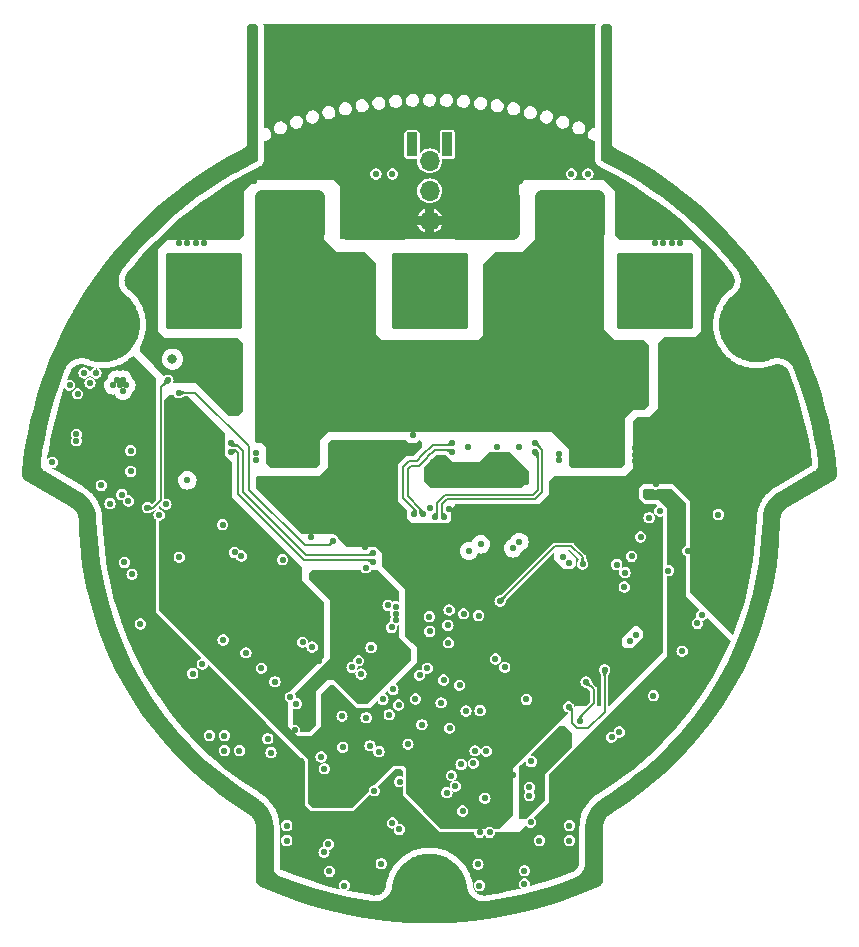
<source format=gbr>
%TF.GenerationSoftware,KiCad,Pcbnew,7.0.6*%
%TF.CreationDate,2024-01-03T21:31:41+01:00*%
%TF.ProjectId,amulet_controller,616d756c-6574-45f6-936f-6e74726f6c6c,1.0*%
%TF.SameCoordinates,PX6c3df60PY7735940*%
%TF.FileFunction,Copper,L3,Inr*%
%TF.FilePolarity,Positive*%
%FSLAX46Y46*%
G04 Gerber Fmt 4.6, Leading zero omitted, Abs format (unit mm)*
G04 Created by KiCad (PCBNEW 7.0.6) date 2024-01-03 21:31:41*
%MOMM*%
%LPD*%
G01*
G04 APERTURE LIST*
G04 Aperture macros list*
%AMRoundRect*
0 Rectangle with rounded corners*
0 $1 Rounding radius*
0 $2 $3 $4 $5 $6 $7 $8 $9 X,Y pos of 4 corners*
0 Add a 4 corners polygon primitive as box body*
4,1,4,$2,$3,$4,$5,$6,$7,$8,$9,$2,$3,0*
0 Add four circle primitives for the rounded corners*
1,1,$1+$1,$2,$3*
1,1,$1+$1,$4,$5*
1,1,$1+$1,$6,$7*
1,1,$1+$1,$8,$9*
0 Add four rect primitives between the rounded corners*
20,1,$1+$1,$2,$3,$4,$5,0*
20,1,$1+$1,$4,$5,$6,$7,0*
20,1,$1+$1,$6,$7,$8,$9,0*
20,1,$1+$1,$8,$9,$2,$3,0*%
G04 Aperture macros list end*
%TA.AperFunction,ComponentPad*%
%ADD10C,0.550000*%
%TD*%
%TA.AperFunction,ComponentPad*%
%ADD11C,0.800000*%
%TD*%
%TA.AperFunction,ComponentPad*%
%ADD12C,5.300000*%
%TD*%
%TA.AperFunction,ComponentPad*%
%ADD13C,1.700000*%
%TD*%
%TA.AperFunction,ComponentPad*%
%ADD14O,1.700000X1.700000*%
%TD*%
%TA.AperFunction,ComponentPad*%
%ADD15C,2.000000*%
%TD*%
%TA.AperFunction,ComponentPad*%
%ADD16RoundRect,0.325000X2.925000X2.925000X-2.925000X2.925000X-2.925000X-2.925000X2.925000X-2.925000X0*%
%TD*%
%TA.AperFunction,ComponentPad*%
%ADD17RoundRect,0.325000X-2.925000X-2.925000X2.925000X-2.925000X2.925000X2.925000X-2.925000X2.925000X0*%
%TD*%
%TA.AperFunction,ComponentPad*%
%ADD18RoundRect,0.415000X2.510000X1.660000X-2.510000X1.660000X-2.510000X-1.660000X2.510000X-1.660000X0*%
%TD*%
%TA.AperFunction,ComponentPad*%
%ADD19R,0.900000X2.000000*%
%TD*%
%TA.AperFunction,ComponentPad*%
%ADD20RoundRect,0.090000X0.360000X0.910000X-0.360000X0.910000X-0.360000X-0.910000X0.360000X-0.910000X0*%
%TD*%
%TA.AperFunction,ComponentPad*%
%ADD21C,0.600000*%
%TD*%
%TA.AperFunction,ViaPad*%
%ADD22C,0.550000*%
%TD*%
%TA.AperFunction,ViaPad*%
%ADD23C,0.800000*%
%TD*%
%TA.AperFunction,ViaPad*%
%ADD24C,0.600000*%
%TD*%
%TA.AperFunction,Conductor*%
%ADD25C,0.200000*%
%TD*%
G04 APERTURE END LIST*
D10*
%TO.N,GND*%
%TO.C,U10*%
X56850400Y37099900D03*
X57350400Y37999900D03*
X57350400Y36199900D03*
X57850400Y37099900D03*
%TD*%
D11*
%TO.N,CHASSIS*%
%TO.C,H2*%
X6087588Y48921440D03*
X4969366Y50378735D03*
X7908754Y48681679D03*
D12*
X7287588Y50999901D03*
D11*
X9366049Y49799901D03*
X6666422Y53318123D03*
X9605810Y51621067D03*
X8487588Y53078362D03*
%TD*%
D13*
%TO.N,GND*%
%TO.C,J11*%
X35000400Y59784900D03*
D14*
%TO.N,/Project Architecture/Interface - FD-CAN/FDCAN_P*%
X35000400Y62324900D03*
%TO.N,/Project Architecture/Interface - FD-CAN/FDCAN_N*%
X35000400Y64864900D03*
%TD*%
D11*
%TO.N,CHASSIS*%
%TO.C,H1*%
X37400400Y2999900D03*
X36697456Y1302844D03*
X36697456Y4696956D03*
D12*
X35000400Y2999900D03*
D11*
X35000400Y5399900D03*
X33303344Y1302844D03*
X33303344Y4696956D03*
X32600400Y2999900D03*
%TD*%
D10*
%TO.N,/Project Architecture/Motor Control - Top Level/Motor Control - Inverter/PHA*%
%TO.C,J3*%
X57050400Y50849900D03*
X57050400Y52779900D03*
X57050400Y53289900D03*
X57050400Y53799900D03*
X57050400Y54309900D03*
X57050400Y54819900D03*
X57050400Y56749900D03*
X56600400Y53034900D03*
X56600400Y53544900D03*
X56600400Y54054900D03*
X56600400Y54564900D03*
D15*
X56250400Y51649900D03*
X56250400Y55949900D03*
D10*
X56150400Y52779900D03*
X56150400Y53289900D03*
X56150400Y53799900D03*
X56150400Y54309900D03*
X56150400Y54819900D03*
X55120400Y50849900D03*
X55120400Y51749900D03*
X55120400Y55849900D03*
X55120400Y56749900D03*
X54865400Y51299900D03*
X54865400Y56299900D03*
X54610400Y50849900D03*
X54610400Y51749900D03*
X54610400Y55849900D03*
X54610400Y56749900D03*
X54355400Y51299900D03*
X54355400Y56299900D03*
X54100400Y50849900D03*
X54100400Y51749900D03*
D16*
X54100400Y53799900D03*
D10*
X54100400Y55849900D03*
X54100400Y56749900D03*
X53845400Y51299900D03*
X53845400Y56299900D03*
X53590400Y50849900D03*
X53590400Y51749900D03*
X53590400Y55849900D03*
X53590400Y56749900D03*
X53335400Y51299900D03*
X53335400Y56299900D03*
X53080400Y50849900D03*
X53080400Y51749900D03*
X53080400Y55849900D03*
X53080400Y56749900D03*
X52050400Y52779900D03*
X52050400Y53289900D03*
X52050400Y53799900D03*
X52050400Y54309900D03*
X52050400Y54819900D03*
D15*
X51950400Y51649900D03*
X51950400Y55949900D03*
D10*
X51600400Y53034900D03*
X51600400Y53544900D03*
X51600400Y54054900D03*
X51600400Y54564900D03*
X51150400Y50849900D03*
X51150400Y52779900D03*
X51150400Y53289900D03*
X51150400Y53799900D03*
X51150400Y54309900D03*
X51150400Y54819900D03*
X51150400Y56749900D03*
%TD*%
%TO.N,/Project Architecture/Motor Control - Top Level/Motor Control - Inverter/PHB*%
%TO.C,J4*%
X37950400Y50849900D03*
X37950400Y52779900D03*
X37950400Y53289900D03*
X37950400Y53799900D03*
X37950400Y54309900D03*
X37950400Y54819900D03*
X37950400Y56749900D03*
X37500400Y53034900D03*
X37500400Y53544900D03*
X37500400Y54054900D03*
X37500400Y54564900D03*
D15*
X37150400Y51649900D03*
X37150400Y55949900D03*
D10*
X37050400Y52779900D03*
X37050400Y53289900D03*
X37050400Y53799900D03*
X37050400Y54309900D03*
X37050400Y54819900D03*
X36020400Y50849900D03*
X36020400Y51749900D03*
X36020400Y55849900D03*
X36020400Y56749900D03*
X35765400Y51299900D03*
X35765400Y56299900D03*
X35510400Y50849900D03*
X35510400Y51749900D03*
X35510400Y55849900D03*
X35510400Y56749900D03*
X35255400Y51299900D03*
X35255400Y56299900D03*
X35000400Y50849900D03*
X35000400Y51749900D03*
D16*
X35000400Y53799900D03*
D10*
X35000400Y55849900D03*
X35000400Y56749900D03*
X34745400Y51299900D03*
X34745400Y56299900D03*
X34490400Y50849900D03*
X34490400Y51749900D03*
X34490400Y55849900D03*
X34490400Y56749900D03*
X34235400Y51299900D03*
X34235400Y56299900D03*
X33980400Y50849900D03*
X33980400Y51749900D03*
X33980400Y55849900D03*
X33980400Y56749900D03*
X32950400Y52779900D03*
X32950400Y53289900D03*
X32950400Y53799900D03*
X32950400Y54309900D03*
X32950400Y54819900D03*
D15*
X32850400Y51649900D03*
X32850400Y55949900D03*
D10*
X32500400Y53034900D03*
X32500400Y53544900D03*
X32500400Y54054900D03*
X32500400Y54564900D03*
X32050400Y50849900D03*
X32050400Y52779900D03*
X32050400Y53289900D03*
X32050400Y53799900D03*
X32050400Y54309900D03*
X32050400Y54819900D03*
X32050400Y56749900D03*
%TD*%
%TO.N,/Project Architecture/Motor Control - Top Level/Motor Control - Inverter/PHC*%
%TO.C,J5*%
X12950400Y56749900D03*
X12950400Y54819900D03*
X12950400Y54309900D03*
X12950400Y53799900D03*
X12950400Y53289900D03*
X12950400Y52779900D03*
X12950400Y50849900D03*
X13400400Y54564900D03*
X13400400Y54054900D03*
X13400400Y53544900D03*
X13400400Y53034900D03*
D15*
X13750400Y55949900D03*
X13750400Y51649900D03*
D10*
X13850400Y54819900D03*
X13850400Y54309900D03*
X13850400Y53799900D03*
X13850400Y53289900D03*
X13850400Y52779900D03*
X14880400Y56749900D03*
X14880400Y55849900D03*
X14880400Y51749900D03*
X14880400Y50849900D03*
X15135400Y56299900D03*
X15135400Y51299900D03*
X15390400Y56749900D03*
X15390400Y55849900D03*
X15390400Y51749900D03*
X15390400Y50849900D03*
X15645400Y56299900D03*
X15645400Y51299900D03*
X15900400Y56749900D03*
X15900400Y55849900D03*
D17*
X15900400Y53799900D03*
D10*
X15900400Y51749900D03*
X15900400Y50849900D03*
X16155400Y56299900D03*
X16155400Y51299900D03*
X16410400Y56749900D03*
X16410400Y55849900D03*
X16410400Y51749900D03*
X16410400Y50849900D03*
X16665400Y56299900D03*
X16665400Y51299900D03*
X16920400Y56749900D03*
X16920400Y55849900D03*
X16920400Y51749900D03*
X16920400Y50849900D03*
X17950400Y54819900D03*
X17950400Y54309900D03*
X17950400Y53799900D03*
X17950400Y53289900D03*
X17950400Y52779900D03*
D15*
X18050400Y55949900D03*
X18050400Y51649900D03*
D10*
X18400400Y54564900D03*
X18400400Y54054900D03*
X18400400Y53544900D03*
X18400400Y53034900D03*
X18850400Y56749900D03*
X18850400Y54819900D03*
X18850400Y54309900D03*
X18850400Y53799900D03*
X18850400Y53289900D03*
X18850400Y52779900D03*
X18850400Y50849900D03*
%TD*%
%TO.N,GND*%
%TO.C,U6*%
X36775238Y31056002D03*
X35806502Y32024738D03*
X36775238Y29443798D03*
X35969136Y30249900D03*
X35000400Y31218636D03*
X34194298Y32024738D03*
X35806502Y28475062D03*
X35000400Y29281164D03*
X34031664Y30249900D03*
X33225562Y31056002D03*
X34194298Y28475062D03*
X33225562Y29443798D03*
%TD*%
D11*
%TO.N,CHASSIS*%
%TO.C,H3*%
X61513211Y53078361D03*
X63334377Y53318122D03*
X60394989Y51621066D03*
D12*
X62713211Y50999900D03*
D11*
X60634750Y49799900D03*
X65031433Y50378734D03*
X62092045Y48681678D03*
X63913211Y48921439D03*
%TD*%
D10*
%TO.N,GND*%
%TO.C,J1*%
X42280400Y58719900D03*
X42280400Y59229900D03*
X42280400Y59739900D03*
X42280400Y60249900D03*
X42280400Y60759900D03*
X42280400Y61269900D03*
X42280400Y61779900D03*
X41830400Y58464900D03*
X41830400Y58974900D03*
X41830400Y59484900D03*
X41830400Y59994900D03*
X41830400Y60504900D03*
X41830400Y61014900D03*
X41830400Y61524900D03*
X41830400Y62034900D03*
X41380400Y58719900D03*
X41380400Y59229900D03*
X41380400Y59739900D03*
X41380400Y60249900D03*
X41380400Y60759900D03*
X41380400Y61269900D03*
X41380400Y61779900D03*
X40930400Y58464900D03*
X40930400Y58974900D03*
X40930400Y61524900D03*
X40930400Y62034900D03*
X40480400Y58719900D03*
X40480400Y61779900D03*
X40030400Y58464900D03*
X40030400Y62034900D03*
D18*
X39650400Y60249900D03*
D10*
X39270400Y58464900D03*
X39270400Y62034900D03*
X38820400Y58719900D03*
X38820400Y61779900D03*
X38370400Y58464900D03*
X38370400Y58974900D03*
X38370400Y61524900D03*
X38370400Y62034900D03*
X37920400Y58719900D03*
X37920400Y59229900D03*
X37920400Y59739900D03*
X37920400Y60249900D03*
X37920400Y60759900D03*
X37920400Y61269900D03*
X37920400Y61779900D03*
X37470400Y58464900D03*
X37470400Y58974900D03*
X37470400Y59484900D03*
X37470400Y59994900D03*
X37470400Y60504900D03*
X37470400Y61014900D03*
X37470400Y61524900D03*
X37470400Y62034900D03*
X37020400Y58719900D03*
X37020400Y59229900D03*
X37020400Y59739900D03*
X37020400Y60249900D03*
X37020400Y60759900D03*
X37020400Y61269900D03*
X37020400Y61779900D03*
%TO.N,+VBAT*%
X49480400Y58719900D03*
X49480400Y59229900D03*
X49480400Y59739900D03*
X49480400Y60249900D03*
X49480400Y60759900D03*
X49480400Y61269900D03*
X49480400Y61779900D03*
X49030400Y58464900D03*
X49030400Y58974900D03*
X49030400Y59484900D03*
X49030400Y59994900D03*
X49030400Y60504900D03*
X49030400Y61014900D03*
X49030400Y61524900D03*
X49030400Y62034900D03*
X48580400Y58719900D03*
X48580400Y59229900D03*
X48580400Y59739900D03*
X48580400Y60249900D03*
X48580400Y60759900D03*
X48580400Y61269900D03*
X48580400Y61779900D03*
X48130400Y58464900D03*
X48130400Y58974900D03*
X48130400Y61524900D03*
X48130400Y62034900D03*
X47680400Y58719900D03*
X47680400Y61779900D03*
X47230400Y58464900D03*
X47230400Y62034900D03*
D18*
X46850400Y60249900D03*
D10*
X46470400Y58464900D03*
X46470400Y62034900D03*
X46020400Y58719900D03*
X46020400Y61779900D03*
X45570400Y58464900D03*
X45570400Y58974900D03*
X45570400Y61524900D03*
X45570400Y62034900D03*
X45120400Y58719900D03*
X45120400Y59229900D03*
X45120400Y59739900D03*
X45120400Y60249900D03*
X45120400Y60759900D03*
X45120400Y61269900D03*
X45120400Y61779900D03*
X44670400Y58464900D03*
X44670400Y58974900D03*
X44670400Y59484900D03*
X44670400Y59994900D03*
X44670400Y60504900D03*
X44670400Y61014900D03*
X44670400Y61524900D03*
X44670400Y62034900D03*
X44220400Y58719900D03*
X44220400Y59229900D03*
X44220400Y59739900D03*
X44220400Y60249900D03*
X44220400Y60759900D03*
X44220400Y61269900D03*
X44220400Y61779900D03*
D19*
%TO.N,unconnected-(J1-PadMP1)*%
X36500400Y66249900D03*
%TO.N,CHASSIS*%
X50000400Y66249900D03*
%TD*%
D10*
%TO.N,GND*%
%TO.C,J2*%
X32980400Y58719900D03*
X32980400Y59229900D03*
X32980400Y59739900D03*
X32980400Y60249900D03*
X32980400Y60759900D03*
X32980400Y61269900D03*
X32980400Y61779900D03*
X32530400Y58464900D03*
X32530400Y58974900D03*
X32530400Y59484900D03*
X32530400Y59994900D03*
X32530400Y60504900D03*
X32530400Y61014900D03*
X32530400Y61524900D03*
X32530400Y62034900D03*
X32080400Y58719900D03*
X32080400Y59229900D03*
X32080400Y59739900D03*
X32080400Y60249900D03*
X32080400Y60759900D03*
X32080400Y61269900D03*
X32080400Y61779900D03*
X31630400Y58464900D03*
X31630400Y58974900D03*
X31630400Y61524900D03*
X31630400Y62034900D03*
X31180400Y58719900D03*
X31180400Y61779900D03*
X30730400Y58464900D03*
X30730400Y62034900D03*
D18*
X30350400Y60249900D03*
D10*
X29970400Y58464900D03*
X29970400Y62034900D03*
X29520400Y58719900D03*
X29520400Y61779900D03*
X29070400Y58464900D03*
X29070400Y58974900D03*
X29070400Y61524900D03*
X29070400Y62034900D03*
X28620400Y58719900D03*
X28620400Y59229900D03*
X28620400Y59739900D03*
X28620400Y60249900D03*
X28620400Y60759900D03*
X28620400Y61269900D03*
X28620400Y61779900D03*
X28170400Y58464900D03*
X28170400Y58974900D03*
X28170400Y59484900D03*
X28170400Y59994900D03*
X28170400Y60504900D03*
X28170400Y61014900D03*
X28170400Y61524900D03*
X28170400Y62034900D03*
X27720400Y58719900D03*
X27720400Y59229900D03*
X27720400Y59739900D03*
X27720400Y60249900D03*
X27720400Y60759900D03*
X27720400Y61269900D03*
X27720400Y61779900D03*
%TO.N,+VBAT*%
X25780400Y58719900D03*
X25780400Y59229900D03*
X25780400Y59739900D03*
X25780400Y60249900D03*
X25780400Y60759900D03*
X25780400Y61269900D03*
X25780400Y61779900D03*
X25330400Y58464900D03*
X25330400Y58974900D03*
X25330400Y59484900D03*
X25330400Y59994900D03*
X25330400Y60504900D03*
X25330400Y61014900D03*
X25330400Y61524900D03*
X25330400Y62034900D03*
X24880400Y58719900D03*
X24880400Y59229900D03*
X24880400Y59739900D03*
X24880400Y60249900D03*
X24880400Y60759900D03*
X24880400Y61269900D03*
X24880400Y61779900D03*
X24430400Y58464900D03*
X24430400Y58974900D03*
X24430400Y61524900D03*
X24430400Y62034900D03*
X23980400Y58719900D03*
X23980400Y61779900D03*
X23530400Y58464900D03*
X23530400Y62034900D03*
D18*
X23150400Y60249900D03*
D10*
X22770400Y58464900D03*
X22770400Y62034900D03*
X22320400Y58719900D03*
X22320400Y61779900D03*
X21870400Y58464900D03*
X21870400Y58974900D03*
X21870400Y61524900D03*
X21870400Y62034900D03*
X21420400Y58719900D03*
X21420400Y59229900D03*
X21420400Y59739900D03*
X21420400Y60249900D03*
X21420400Y60759900D03*
X21420400Y61269900D03*
X21420400Y61779900D03*
X20970400Y58464900D03*
X20970400Y58974900D03*
X20970400Y59484900D03*
X20970400Y59994900D03*
X20970400Y60504900D03*
X20970400Y61014900D03*
X20970400Y61524900D03*
X20970400Y62034900D03*
X20520400Y58719900D03*
X20520400Y59229900D03*
X20520400Y59739900D03*
X20520400Y60249900D03*
X20520400Y60759900D03*
X20520400Y61269900D03*
X20520400Y61779900D03*
D20*
%TO.N,unconnected-(J2-PadMP1)*%
X33500400Y66249900D03*
%TO.N,CHASSIS*%
X20000400Y66249900D03*
%TD*%
D21*
%TO.N,GND*%
%TO.C,U4*%
X15775399Y33874903D03*
X15775399Y32874903D03*
%TD*%
D22*
%TO.N,/Project Architecture/Interface - Interconnects/RS422_D-*%
X21900400Y20749900D03*
%TO.N,/Project Architecture/Interface - Interconnects/RS422_D+*%
X23200400Y19449900D03*
%TO.N,/Project Architecture/Interface - Interconnects/RS422_R+*%
X19449946Y23199446D03*
%TO.N,/Project Architecture/Interface - Interconnects/RS422_R-*%
X20749946Y21899446D03*
%TO.N,/Project Architecture/Interface - Interconnects/AUX2_B*%
X38080400Y18269900D03*
X32375400Y18774900D03*
X36700400Y16824900D03*
%TO.N,/Project Architecture/Interface - Interconnects/AUX2_C*%
X33800400Y19299900D03*
X35974423Y18963962D03*
%TO.N,/Project Architecture/Interface - Interconnects/POS_SENSOR_CS*%
X31050400Y19249900D03*
%TO.N,/Project Architecture/Interface - Interconnects/AUX1_A*%
X30710400Y14844400D03*
X51475400Y28774900D03*
%TO.N,GND*%
X42350400Y29919900D03*
X52925400Y40237400D03*
X42575400Y40599900D03*
X17200400Y37749900D03*
X26340400Y70809900D03*
X33730400Y74619900D03*
X17675400Y38574900D03*
X16990400Y23559900D03*
X16293442Y29739484D03*
X27600400Y40524900D03*
X9150400Y30849900D03*
X27125400Y39699900D03*
X5750400Y46899900D03*
X23800400Y72079900D03*
X41225400Y38249900D03*
X40750400Y37974900D03*
X9800400Y29849900D03*
X59500000Y55300000D03*
X49495426Y29022696D03*
X20310400Y40104900D03*
X16725400Y36374900D03*
X25206633Y24856133D03*
X56950400Y42524900D03*
X56950400Y39224900D03*
X30150400Y72079900D03*
X52425400Y39987400D03*
X44930400Y72079900D03*
X27610400Y70809900D03*
X17675400Y36924900D03*
X36225399Y38799900D03*
X40275400Y33574900D03*
X60700400Y39279900D03*
X43030400Y3629900D03*
X14830400Y32219900D03*
X39450400Y65249900D03*
X59147279Y33745140D03*
X17675400Y36374900D03*
X6250400Y46049900D03*
X41550400Y29119900D03*
X54800000Y57900000D03*
X56950400Y40324900D03*
X46200400Y74619900D03*
X40750400Y37424900D03*
X36700400Y39074900D03*
X64840400Y46389900D03*
X48120000Y24760000D03*
X26340400Y72079900D03*
X52925400Y40787400D03*
X40750400Y38524900D03*
X41350400Y22759900D03*
X37900400Y23749900D03*
X44930400Y70809900D03*
X26150400Y19649900D03*
X35750400Y39624900D03*
X22910400Y7309900D03*
X42025400Y12874900D03*
X31480400Y27219900D03*
X27600400Y39974900D03*
X44135400Y29439900D03*
X51050400Y29409900D03*
X58152374Y34011727D03*
X6750400Y46899900D03*
X25070400Y74619900D03*
X42970400Y17869900D03*
X24975000Y67175000D03*
X24965397Y33009903D03*
X42650400Y38524900D03*
X16711373Y26574522D03*
X52425400Y40537400D03*
X18900400Y23724900D03*
X37650400Y38524900D03*
X53390402Y29249903D03*
X23600400Y24549900D03*
X56950400Y44174900D03*
X36225400Y38249900D03*
X43660400Y70809900D03*
X54140400Y37499900D03*
X53690400Y35499900D03*
X13050400Y40324900D03*
X41950400Y29519900D03*
X25070400Y70809900D03*
X5100400Y41149900D03*
X21300400Y15929900D03*
X20700400Y28199900D03*
X38250400Y40599900D03*
X30600400Y37299900D03*
X41700400Y39624900D03*
X16250400Y38299900D03*
X13050400Y44724900D03*
X14675400Y25099900D03*
X34800400Y38524900D03*
X60810400Y32709900D03*
X34325400Y17899900D03*
X41225400Y38799900D03*
X44560400Y24949900D03*
X42390400Y72079900D03*
X38200400Y14449900D03*
X18860000Y63130000D03*
X52194609Y33374400D03*
X24300400Y26099900D03*
X36270400Y75889900D03*
X14950400Y21449900D03*
X32130400Y26529900D03*
X37175400Y37699900D03*
X23570400Y16639900D03*
X39850400Y73349900D03*
X38650400Y18809900D03*
X38600400Y38524900D03*
X38125400Y38249900D03*
X9700400Y40319900D03*
X20130001Y63130000D03*
X22600400Y26699900D03*
X7200400Y37379900D03*
X35400400Y21349900D03*
X10500400Y25649900D03*
X31275400Y40424900D03*
X21400000Y64050000D03*
X35275400Y39349900D03*
X35275400Y38249900D03*
X41730400Y27459900D03*
X40275400Y37699900D03*
X48960400Y21039900D03*
X13050400Y40874900D03*
X41225400Y37699900D03*
X27125400Y40799900D03*
X17200400Y35549900D03*
X16725400Y38024900D03*
X27600400Y39424900D03*
X56950400Y44724900D03*
X16250400Y36649900D03*
X35000400Y72079900D03*
X29190400Y21399900D03*
X43660400Y73349900D03*
X41120400Y70809900D03*
X17200400Y36099900D03*
X37770400Y65729900D03*
X4525400Y45849900D03*
X10900000Y55900000D03*
X35275400Y37699900D03*
X33730400Y75889900D03*
X23800400Y70809900D03*
X26340400Y73349900D03*
X35975400Y17074900D03*
X42650400Y63189900D03*
X26520400Y4699900D03*
X35000400Y73349900D03*
X3050400Y39324900D03*
X46840400Y7309900D03*
X42390400Y70809900D03*
X42175400Y38249900D03*
X40275400Y38249900D03*
X13230400Y35239900D03*
X17675400Y35274900D03*
X9490400Y36059900D03*
X36270400Y72079900D03*
X36225400Y37699900D03*
X17200400Y38299900D03*
X44930400Y73349900D03*
X38600400Y37974900D03*
X36270400Y74619900D03*
X40750400Y39074900D03*
X42350400Y30479900D03*
X46200400Y72079900D03*
X33730400Y73349900D03*
X64620400Y39059900D03*
X64840400Y42789900D03*
X26725400Y20224900D03*
X17675400Y35824900D03*
X53400400Y39412400D03*
X53950400Y19574900D03*
X21570400Y14759900D03*
X51050400Y16499900D03*
X28880400Y72079900D03*
X26625400Y39999900D03*
X13800000Y57900000D03*
X62080400Y31439900D03*
X16250400Y37749900D03*
X13050400Y42524900D03*
X42175400Y37699900D03*
X23800400Y73349900D03*
X16725400Y36924900D03*
X40700400Y33224900D03*
X15200000Y57900000D03*
X27550400Y33049900D03*
X66580400Y41889900D03*
X25070400Y73349900D03*
X41950400Y30879900D03*
X56950400Y39774900D03*
X56950400Y43624900D03*
X30150400Y74619900D03*
X37650400Y37974900D03*
X28880400Y70809900D03*
X36786082Y20413512D03*
X39100400Y5299900D03*
X46200400Y69539900D03*
X30150400Y73349900D03*
X43450400Y11799900D03*
X28430400Y21969900D03*
X59901930Y34319354D03*
X26625400Y39449900D03*
X35275400Y38799900D03*
X41120400Y74619900D03*
X32130400Y25949900D03*
X44650400Y28959900D03*
X17630400Y14929900D03*
X57750400Y35479900D03*
X13050400Y41424900D03*
X35750400Y38524900D03*
X16725400Y35824900D03*
X29850400Y40149900D03*
X36725400Y18774900D03*
X35750400Y37974900D03*
X43475400Y31749900D03*
X53180400Y26199900D03*
X27610400Y72079900D03*
X41700400Y37974900D03*
X14711422Y31540429D03*
X45925399Y39499902D03*
X56950400Y43074900D03*
X15900000Y57900000D03*
X16800400Y40563479D03*
X15750400Y22249900D03*
X42390400Y74619900D03*
X42650400Y37974900D03*
X16725400Y38574900D03*
X26890400Y15299900D03*
X39610400Y27989900D03*
X46200400Y73349900D03*
X52925400Y39687400D03*
X16360400Y16199900D03*
X56950400Y40874900D03*
X36225400Y39349900D03*
X40275400Y39899900D03*
X21325400Y21299900D03*
X27610400Y73349900D03*
X32930400Y19279900D03*
X16250400Y37199900D03*
X28990400Y22519900D03*
X46200400Y70809900D03*
X17675400Y38024900D03*
X27270400Y19549900D03*
X40275400Y39349900D03*
X15180400Y35369900D03*
X42390400Y73349900D03*
X43660400Y74619900D03*
X44930400Y74619900D03*
X17675400Y37474900D03*
X55500000Y57900000D03*
X39850400Y72079900D03*
X9700400Y38559900D03*
X16250400Y35549900D03*
X13050400Y43074900D03*
X31300400Y15340350D03*
X36700400Y37974900D03*
X43800400Y18649900D03*
X27790400Y3499900D03*
X35425400Y24349900D03*
X62080400Y36519900D03*
X53400400Y40499900D03*
X64840400Y44589900D03*
X14500000Y57900000D03*
X16725400Y37474900D03*
X41225400Y39349900D03*
X43560400Y8859900D03*
X66580400Y40099900D03*
X66580400Y40999900D03*
X36270400Y73349900D03*
X25600400Y22499900D03*
X43030400Y4749900D03*
X36675400Y35349900D03*
X52425400Y39437400D03*
X29600400Y30424900D03*
X56380400Y23339900D03*
X19310400Y21729900D03*
X30050400Y23649900D03*
X35750400Y39074900D03*
X44300400Y7309900D03*
X46840400Y8579900D03*
X31850400Y8799900D03*
X17200400Y37199900D03*
X39850400Y74619900D03*
X30800400Y40699900D03*
X39640400Y26949900D03*
X62080400Y32709900D03*
X31600400Y18709900D03*
X19150400Y32199900D03*
X31275400Y40974900D03*
X40310400Y68269900D03*
X41700400Y38524900D03*
X11280400Y51759900D03*
X45310400Y24199900D03*
X56950400Y41974900D03*
X50900400Y31499900D03*
X18900400Y14929900D03*
X13050400Y41974900D03*
X30900400Y5349900D03*
X38125400Y37699900D03*
X43125400Y37699900D03*
X32130400Y27109900D03*
X41700400Y37424900D03*
X27610400Y74619900D03*
X13050400Y39224900D03*
X27125400Y40249900D03*
X56950400Y41424900D03*
X16725400Y35274900D03*
X39220400Y3499900D03*
X31220400Y65729900D03*
X26625400Y40549900D03*
X16250400Y36099900D03*
X64840400Y41889900D03*
X11280400Y54299900D03*
X7940400Y35839900D03*
X39225400Y7999900D03*
X56200000Y57900000D03*
X26340400Y74619900D03*
X23725400Y18899900D03*
X39880400Y28469900D03*
X17200399Y36649900D03*
X17630400Y16199900D03*
X48200400Y19099900D03*
X30325400Y40424900D03*
X41120400Y73349900D03*
X23800400Y74619900D03*
X31840400Y19329900D03*
X43450400Y11099900D03*
X51025400Y32724900D03*
X26510400Y14079900D03*
X20310400Y39529900D03*
X41775400Y10224900D03*
X5100400Y41699900D03*
X11280400Y53029900D03*
X39350400Y15499900D03*
X35025400Y35424900D03*
X45925397Y40074903D03*
X53400400Y39962400D03*
X10550000Y55300000D03*
X40750400Y39624900D03*
X36700400Y38524900D03*
X13050400Y43624900D03*
X28880400Y73349900D03*
X29550400Y32124900D03*
X40725400Y40624900D03*
X54100000Y57900000D03*
X64840400Y45489900D03*
X58250401Y27564900D03*
X30150400Y68269900D03*
X37175400Y38249900D03*
X59500000Y54700000D03*
X56950400Y38674900D03*
X52080400Y32129900D03*
X17800400Y25979900D03*
X42650400Y37424900D03*
X30325400Y39874900D03*
X42775400Y31049900D03*
X35000400Y67299900D03*
X45230400Y27659900D03*
X59500000Y54100000D03*
X30200400Y18249900D03*
X22910400Y8579900D03*
X56870072Y31807346D03*
X45180400Y28639900D03*
X58050400Y26399900D03*
X43660400Y72079900D03*
X43125400Y38249900D03*
X64840400Y43689900D03*
X40100400Y10229900D03*
X51123195Y23247105D03*
X13050400Y44174900D03*
X64840400Y40989900D03*
X25070400Y72079900D03*
X36450400Y12149900D03*
X38525900Y10149900D03*
X13050400Y39774900D03*
X41120400Y72079900D03*
X41700400Y39074900D03*
X42200400Y22474900D03*
X11250000Y55300000D03*
X11280400Y50489900D03*
X43810400Y21199900D03*
X41225400Y39899900D03*
X33730400Y72079900D03*
X30800400Y40149900D03*
X54506289Y32265916D03*
X29750400Y12099900D03*
X34800400Y37974900D03*
X32450400Y15249900D03*
X28880400Y74619900D03*
X31775400Y25349900D03*
X23800400Y69539900D03*
X18130400Y23669900D03*
X26150400Y18899900D03*
X26060400Y6309900D03*
X40275400Y38799900D03*
X47730400Y65729900D03*
%TO.N,+3V3*%
X36600400Y24049900D03*
X40075400Y7999900D03*
X59440400Y34909900D03*
X27580400Y17839900D03*
X57680400Y25689900D03*
X32425400Y8249900D03*
X19050400Y31399900D03*
X13800400Y31299900D03*
X50404867Y16059900D03*
X43200400Y19249900D03*
X18500400Y31699900D03*
X55210398Y30169902D03*
X26080400Y13384400D03*
X43600400Y13999900D03*
X17520400Y24279900D03*
%TO.N,/Project Architecture/Interface - Interconnects/AUX1_B*%
X51535900Y29999900D03*
X37670400Y13749900D03*
%TO.N,/Project Architecture/Interface - Interconnects/AUX1_C*%
X33168726Y15463819D03*
X50850400Y30674900D03*
%TO.N,+5V*%
X4650400Y44049900D03*
X15928082Y21310846D03*
X11500400Y36399900D03*
X10250400Y28549900D03*
X56063202Y24222053D03*
X46400400Y13799900D03*
X56609274Y24078121D03*
X53420400Y36699900D03*
X5750400Y44049900D03*
X10850400Y28899900D03*
X16330400Y21709900D03*
X10850400Y28199900D03*
X54190400Y36699900D03*
X5200400Y44049900D03*
X32450400Y13089900D03*
X15530400Y20909900D03*
X55516454Y24370942D03*
X24100400Y13999900D03*
%TO.N,/Project Architecture/Interface - Interconnects/AUX2_A*%
X31578994Y17960703D03*
X39275900Y18304400D03*
%TO.N,/Project Architecture/Interface - Interconnects/NRST*%
X49830400Y21769900D03*
X46769167Y18631133D03*
%TO.N,/Project Architecture/Interface - RS-422/RS422_~{RE}*%
X29628418Y17708300D03*
%TO.N,/Project Architecture/Interface - RS-422/RS422_DE*%
X27650400Y15199900D03*
%TO.N,+VBAT*%
X51275400Y41024900D03*
X23300400Y45874900D03*
X33000400Y45874900D03*
X51275400Y39449900D03*
X52300400Y44274900D03*
X31400400Y45874900D03*
X33600400Y41624900D03*
X24100400Y45874900D03*
X24100400Y44274900D03*
X25475400Y41024900D03*
X24900400Y44274900D03*
X24925400Y42749900D03*
X49100400Y44274900D03*
X52300400Y47474900D03*
X24375400Y40449900D03*
X31400400Y45074900D03*
X23825400Y40449900D03*
X51275400Y42174900D03*
X33800400Y47474900D03*
X49075400Y42749900D03*
X32200400Y45874900D03*
X50450400Y39949900D03*
X50175400Y42749900D03*
X26500400Y45074900D03*
X50700400Y46674900D03*
X29800400Y45874900D03*
X30600400Y44274900D03*
X26500400Y47474900D03*
X24650400Y39949900D03*
X24375400Y39449900D03*
X26500400Y45874900D03*
X33000400Y45074900D03*
X51500400Y45874900D03*
X25475400Y40449900D03*
X33175400Y42749899D03*
X33600400Y42174900D03*
X33800400Y45874900D03*
X51500400Y44274900D03*
X32200400Y47474900D03*
X24925400Y39449900D03*
X34275400Y42749900D03*
X49900400Y44274900D03*
D23*
X13220000Y48060000D03*
D22*
X32200400Y45074900D03*
X23550400Y39949900D03*
X51275400Y41599900D03*
X51000400Y39949900D03*
X29800400Y46674900D03*
X29800400Y47474900D03*
X53100400Y46674900D03*
X49900400Y39949900D03*
X51275400Y42749900D03*
X27300400Y44274900D03*
X8225400Y45849900D03*
X53100400Y44274900D03*
X24925400Y40449900D03*
X30600400Y45074900D03*
X49100400Y45074900D03*
X24375400Y42749900D03*
X49900400Y46674900D03*
X53100400Y45074900D03*
X33800400Y45074900D03*
X50725400Y39449900D03*
X50700400Y45074900D03*
X50700400Y47474900D03*
X25700400Y46674900D03*
X24100400Y47474900D03*
X32625400Y42749900D03*
X9325400Y45849900D03*
X51275400Y40449900D03*
X23825400Y39449900D03*
X25700400Y45874900D03*
X25475400Y41599900D03*
X24900400Y46674900D03*
X51500400Y46674900D03*
X24900400Y45874900D03*
X50175400Y40449900D03*
X49900400Y47474900D03*
X38330400Y31809900D03*
X27300400Y45074900D03*
X52300400Y46674900D03*
X42050400Y32049900D03*
X24100400Y45074900D03*
X49350400Y39949900D03*
X33000400Y47474900D03*
X25700400Y45074900D03*
X8775400Y45849900D03*
X9050400Y46324900D03*
X24900400Y45074900D03*
X50175400Y39449900D03*
X49625400Y42749900D03*
X23300400Y45074900D03*
D23*
X41450000Y49480000D03*
D22*
X33000400Y46674900D03*
X33800400Y46674900D03*
X24100400Y39949900D03*
X27300400Y45874900D03*
X31400400Y46674900D03*
X52300400Y45074900D03*
X50700400Y44274900D03*
X29800400Y44274900D03*
X23300400Y44274900D03*
X51500400Y47474900D03*
X50700400Y45874900D03*
X26500400Y44274900D03*
X31400400Y44274900D03*
X33000400Y44274900D03*
X23825400Y42749900D03*
X53100400Y45874900D03*
X23275400Y40449900D03*
X33725400Y42749900D03*
X49100400Y46674900D03*
X51500400Y45074900D03*
X25475400Y39449900D03*
X25700400Y44274900D03*
X30600400Y45874900D03*
X30600400Y47474900D03*
X52300400Y45874900D03*
X25475400Y42749900D03*
X42600400Y32599900D03*
X32200400Y44274900D03*
X49075400Y40449900D03*
X29800400Y45074900D03*
X49625400Y40449900D03*
X8500400Y46324900D03*
X53100400Y47474900D03*
X25475400Y42174900D03*
X24100400Y46674900D03*
X25200400Y39949900D03*
X33800400Y44274900D03*
X23300400Y47474900D03*
X49625400Y39449900D03*
X31400400Y47474900D03*
X49900400Y45874900D03*
X27300400Y46674900D03*
X26500400Y46674900D03*
X14500400Y37799900D03*
X9050400Y45374900D03*
X30600400Y46674900D03*
X23275400Y42749900D03*
X50725400Y40449900D03*
X24900400Y47474900D03*
X23300400Y46674900D03*
X49100400Y45874900D03*
X49100400Y47474900D03*
X27300400Y47474900D03*
X32200400Y46674900D03*
X25700400Y47474900D03*
X49900400Y45074900D03*
X50725400Y42749900D03*
X39320400Y32379900D03*
%TO.N,/Project Architecture/Interface - Interconnects/SWCLK*%
X48240400Y20739900D03*
X47756633Y17424400D03*
%TO.N,/Project Architecture/Interface - Interconnects/AUX1_D*%
X37803208Y9808071D03*
X25050400Y23692813D03*
X52110400Y31369900D03*
%TO.N,+A3V3*%
X26800400Y29724900D03*
X27670400Y29579900D03*
X13750400Y45224900D03*
X26425400Y6999900D03*
X24316667Y16796167D03*
X26850400Y32699900D03*
X30890057Y27780243D03*
%TO.N,/Project Architecture/Interface - Interconnects/AUX1_E*%
X24250400Y24099900D03*
X52856633Y33016133D03*
X39680400Y10889900D03*
%TO.N,/Project Architecture/Interface - FD-CAN/FDCAN_RX*%
X54500400Y35204400D03*
X38705730Y13855230D03*
%TO.N,/Project Architecture/Interface - FD-CAN/FDCAN_TX*%
X38850400Y14899900D03*
X53590400Y34639900D03*
%TO.N,/Project Architecture/Interface - Interconnects/AUX2_D*%
X34350900Y17111188D03*
X39800400Y14873142D03*
%TO.N,/Project Architecture/Motor Control - Top Level/SA_P*%
X43950400Y40949900D03*
X36216733Y34739576D03*
%TO.N,/Project Architecture/Motor Control - Top Level/SA_N*%
X35466733Y34739576D03*
X43950400Y40199900D03*
%TO.N,/Project Architecture/Motor Control - Top Level/SB_N*%
X34401061Y34926332D03*
X36900400Y40224900D03*
%TO.N,/Project Architecture/Motor Control - Top Level/SB_P*%
X33651061Y34926332D03*
X36900400Y40974900D03*
%TO.N,/Project Architecture/Motor Control - Top Level/SC_P*%
X18200400Y40933480D03*
X30213881Y31652926D03*
%TO.N,/Project Architecture/Motor Control - Top Level/SC_N*%
X30213881Y30902926D03*
X18200400Y40183480D03*
%TO.N,/Project Architecture/Power - Generation/FB_5V*%
X8940400Y36599900D03*
X5200000Y45130000D03*
D24*
%TO.N,CHASSIS*%
X57277735Y16535529D03*
X48930414Y5307662D03*
X63925786Y34476925D03*
X5472061Y35831376D03*
X50000000Y72950000D03*
X43037912Y2019894D03*
X62825797Y27079200D03*
X62378215Y25647712D03*
X68336824Y38150134D03*
X10892710Y18941082D03*
X8103718Y24241351D03*
X44486721Y2407964D03*
X68417049Y40881516D03*
X20000000Y68450000D03*
X4222066Y36650163D03*
X15810470Y13306213D03*
X12683079Y16535558D03*
X59867469Y20210113D03*
X6101049Y32978573D03*
X66862171Y46668460D03*
X20000000Y75950000D03*
X53001097Y12342481D03*
X61857096Y24241322D03*
X38608600Y1244300D03*
X2193277Y43809390D03*
X41573382Y1696193D03*
X18157334Y11439620D03*
X9360779Y21518898D03*
X3098643Y46668489D03*
X68124640Y42352615D03*
X50560709Y10599937D03*
X14712672Y14328142D03*
X6244494Y31485616D03*
X48710683Y3950201D03*
X63495750Y30002063D03*
D22*
X30450400Y63749900D03*
D24*
X60600035Y21518869D03*
X56291541Y15405529D03*
X21030400Y5307691D03*
X1316610Y39398968D03*
X29864830Y1437522D03*
X20000000Y72950000D03*
X59068104Y18941053D03*
X50000000Y75950000D03*
X13669273Y15405558D03*
X1836174Y42352644D03*
X67767537Y43809361D03*
X63716320Y31485587D03*
X50000000Y68450000D03*
X7135017Y27079229D03*
X20595814Y9710185D03*
X50000000Y74450000D03*
X67037789Y37400134D03*
D22*
X47000400Y63749900D03*
D24*
X68644204Y39398939D03*
X10093345Y20210142D03*
X1623990Y38150163D03*
X50000000Y71450000D03*
X2923025Y37400163D03*
D22*
X31850400Y63749900D03*
D24*
X55248142Y14328113D03*
X8696975Y22863841D03*
X16959717Y12342510D03*
D22*
X48400400Y63749900D03*
D24*
X21250131Y3950230D03*
X64488753Y35831347D03*
X20000000Y71450000D03*
X21030400Y6807693D03*
X50000000Y69950000D03*
X45916972Y2859649D03*
X63198646Y28531949D03*
X49365000Y9710156D03*
X54150344Y13306184D03*
X11756725Y17715123D03*
X21030400Y8307695D03*
X31352214Y1244329D03*
X58204089Y17715094D03*
X6465064Y30002092D03*
X1543765Y40881545D03*
X3645136Y48065263D03*
X6035028Y34476954D03*
X25474093Y2407993D03*
X2614370Y45248942D03*
X65738748Y36650134D03*
X61263839Y22863812D03*
X20000000Y74450000D03*
X6762168Y28531978D03*
X24043842Y2859678D03*
X28387432Y1696222D03*
X51803480Y11439591D03*
X66315678Y48065234D03*
X47325873Y3374060D03*
X7582599Y25647741D03*
X22634941Y3374089D03*
X67346444Y45248913D03*
X26922902Y2019923D03*
X48930414Y6807664D03*
X20000000Y69950000D03*
X48930414Y8307666D03*
X19400105Y10599966D03*
X63859765Y32978544D03*
X40095984Y1437493D03*
D22*
%TO.N,+12V*%
X46010400Y16529900D03*
X45550400Y16159900D03*
X43000400Y9389900D03*
X43700400Y10089900D03*
X43000400Y10089900D03*
%TO.N,/Project Architecture/Power - Generation/FB_12V*%
X40975400Y27574900D03*
X47957468Y30712934D03*
%TO.N,/Project Architecture/Power - Generation/VOS_3V3*%
X17480400Y34059900D03*
X22547998Y31096500D03*
%TO.N,/Project Architecture/MCU - IOs/FAN_CTRL*%
X36839375Y12790565D03*
%TO.N,/Project Architecture/MCU - IOs/MOTOR_FAULT*%
X29950400Y15339900D03*
X34800400Y21899900D03*
%TO.N,/Project Architecture/MCU - IOs/DRV_MISO*%
X37170891Y11898961D03*
X36194167Y20893667D03*
%TO.N,/Project Architecture/MCU - IOs/SENSE_VBAT*%
X12674900Y35774900D03*
X32452325Y12294292D03*
%TO.N,/Project Architecture/MCU - IOs/SENSE_TEMP_FET*%
X25818535Y14389900D03*
X12840000Y46280000D03*
X11101490Y35501629D03*
%TO.N,/Project Architecture/MCU - IOs/SENSE_TEMP_MOT*%
X30313220Y11524400D03*
%TO.N,/Project Architecture/MCU - IOs/BOARD_VERSION*%
X34150400Y21299900D03*
%TO.N,/Project Architecture/MCU - IOs/DRV_SCLK*%
X37540400Y20459900D03*
X36462313Y11368840D03*
%TO.N,/Project Architecture/MCU - IOs/DRV_CS*%
X34971105Y26270605D03*
X31900400Y20099900D03*
%TO.N,/Project Architecture/MCU - IOs/MOTOR_HIZ*%
X39150400Y26359900D03*
X36654370Y26828870D03*
X37875400Y26499900D03*
%TO.N,/Project Architecture/MCU - IOs/MOTOR_ENABLE*%
X36547263Y25521763D03*
X40576633Y22686133D03*
%TO.N,/Project Architecture/MCU - IOs/DRV_MOSI*%
X35019167Y25018667D03*
X41361721Y21980558D03*
%TO.N,/Project Architecture/Power - Generation/F_VIN_12V*%
X52440665Y24697934D03*
X46810665Y30812934D03*
X51965665Y24222934D03*
X46335665Y31287934D03*
%TO.N,/Project Architecture/Power - Generation/PG_5V*%
X12100400Y34874900D03*
%TD*%
D25*
%TO.N,/Project Architecture/Interface - Interconnects/NRST*%
X47500400Y16849900D02*
X47050400Y17299900D01*
X49830400Y18227562D02*
X49830400Y21769900D01*
X47050400Y17299900D02*
X47050400Y18349900D01*
X47050400Y18349900D02*
X46769167Y18631133D01*
X48452738Y16849900D02*
X49830400Y18227562D01*
X48452738Y16849900D02*
X47500400Y16849900D01*
%TO.N,/Project Architecture/Interface - Interconnects/SWCLK*%
X48260400Y20739900D02*
X48900400Y20099900D01*
X47756633Y17792960D02*
X48900400Y18936727D01*
X48900400Y18936727D02*
X48900400Y20099900D01*
X47756633Y17424400D02*
X47756633Y17792960D01*
X48240400Y20739900D02*
X48260400Y20739900D01*
%TO.N,+A3V3*%
X15175400Y45224900D02*
X19720400Y40679900D01*
X19720400Y40679900D02*
X19720400Y37019900D01*
X26450400Y32299900D02*
X26850400Y32699900D01*
X24440400Y32299900D02*
X26450400Y32299900D01*
X13750400Y45224900D02*
X15175400Y45224900D01*
X19720400Y37019900D02*
X24440400Y32299900D01*
%TO.N,/Project Architecture/Motor Control - Top Level/SA_P*%
X36041733Y34914576D02*
X36216733Y34739576D01*
X44550400Y36817056D02*
X43933244Y36199900D01*
X44013573Y41049900D02*
X43950400Y41049900D01*
X44013573Y40949900D02*
X43950400Y40949900D01*
X43933244Y36199900D02*
X36482500Y36199900D01*
X36041733Y35759133D02*
X36041733Y34914576D01*
X44550400Y40413073D02*
X44013573Y40949900D01*
X36482500Y36199900D02*
X36041733Y35759133D01*
X44550400Y36817056D02*
X44550400Y40413073D01*
%TO.N,/Project Architecture/Motor Control - Top Level/SA_N*%
X44150400Y36982744D02*
X44150400Y39999900D01*
X35641733Y35924821D02*
X35641733Y34914576D01*
X43767556Y36599900D02*
X36316812Y36599900D01*
X36316812Y36599900D02*
X35641733Y35924821D01*
X35641733Y34914576D02*
X35466733Y34739576D01*
X44150400Y39999900D02*
X43950400Y40199900D01*
X44150400Y36982744D02*
X43767556Y36599900D01*
%TO.N,/Project Architecture/Motor Control - Top Level/SB_N*%
X34226061Y35101332D02*
X34226061Y35385529D01*
X33419109Y39045765D02*
X34089109Y39045765D01*
X33150400Y38777056D02*
X33419109Y39045765D01*
X35433244Y40399900D02*
X36725400Y40399900D01*
X36887949Y40399900D02*
X37062949Y40224900D01*
X33150400Y36461190D02*
X33150400Y38777056D01*
X36725400Y40399900D02*
X36900400Y40224900D01*
X34226061Y35385529D02*
X33150400Y36461190D01*
X34780060Y39746716D02*
X35433244Y40399900D01*
X34089109Y39045765D02*
X34780060Y39736716D01*
X34780060Y39736716D02*
X34780060Y39746716D01*
X34401061Y34926332D02*
X34226061Y35101332D01*
%TO.N,/Project Architecture/Motor Control - Top Level/SB_P*%
X34388978Y39921322D02*
X35267556Y40799900D01*
X34388978Y39911322D02*
X34388978Y39921322D01*
X33923421Y39445765D02*
X34388978Y39911322D01*
X33826061Y35101332D02*
X33826061Y35219841D01*
X36887949Y40799900D02*
X37062949Y40974900D01*
X36725400Y40799900D02*
X36900400Y40974900D01*
X33253421Y39445765D02*
X33923421Y39445765D01*
X33826061Y35219841D02*
X32750400Y36295502D01*
X35267556Y40799900D02*
X36725400Y40799900D01*
X33651061Y34926332D02*
X33826061Y35101332D01*
X32750400Y38942744D02*
X33253421Y39445765D01*
X32750400Y36295502D02*
X32750400Y38942744D01*
%TO.N,/Project Architecture/Motor Control - Top Level/SC_P*%
X19200400Y36782744D02*
X24505218Y31477926D01*
X18200400Y40933480D02*
X18375400Y40758480D01*
X18703566Y40758480D02*
X19200400Y40261646D01*
X18375400Y40758480D02*
X18703566Y40758480D01*
X24505218Y31477926D02*
X30038881Y31477926D01*
X30038881Y31477926D02*
X30213881Y31652926D01*
X19200400Y40261646D02*
X19200400Y36782744D01*
X18200400Y41049901D02*
X18375400Y40874901D01*
%TO.N,/Project Architecture/Motor Control - Top Level/SC_N*%
X18800400Y36617056D02*
X24339530Y31077926D01*
X24339530Y31077926D02*
X30038881Y31077926D01*
X30038881Y31077926D02*
X30213881Y30902926D01*
X18375400Y40358480D02*
X18537878Y40358480D01*
X18200400Y40183480D02*
X18375400Y40358480D01*
X18800400Y40095958D02*
X18800400Y36617056D01*
X18537878Y40358480D02*
X18800400Y40095958D01*
%TO.N,/Project Architecture/Power - Generation/FB_12V*%
X47000400Y32239900D02*
X45640400Y32239900D01*
X45640400Y32239900D02*
X40975400Y27574900D01*
X47957468Y31282832D02*
X47000400Y32239900D01*
X47957468Y30712934D02*
X47957468Y31282832D01*
%TO.N,/Project Architecture/MCU - IOs/SENSE_TEMP_FET*%
X12840000Y46280000D02*
X12225400Y45665400D01*
X12225400Y36149900D02*
X11577129Y35501629D01*
X12225400Y45665400D02*
X12225400Y36149900D01*
X11577129Y35501629D02*
X11101490Y35501629D01*
%TD*%
%TA.AperFunction,Conductor*%
%TO.N,CHASSIS*%
G36*
X63420952Y54896597D02*
G01*
X63420952Y54896595D01*
X63951034Y54121329D01*
X64554860Y53173686D01*
X65126816Y52208519D01*
X65666585Y51226647D01*
X66173869Y50228892D01*
X66648359Y49216074D01*
X67089744Y48189015D01*
X67497722Y47148539D01*
X67871980Y46095466D01*
X68212222Y45030617D01*
X68518132Y43954812D01*
X68789404Y42868871D01*
X69025735Y41773619D01*
X69226814Y40669875D01*
X69392341Y39558461D01*
X69521979Y38440352D01*
X69522006Y38440045D01*
X69525194Y38389221D01*
X69525206Y38388795D01*
X69524693Y38338438D01*
X69524674Y38338015D01*
X69520552Y38288211D01*
X69520502Y38287794D01*
X69512857Y38238700D01*
X69512778Y38238289D01*
X69501706Y38190131D01*
X69501598Y38189729D01*
X69487172Y38142627D01*
X69487037Y38142235D01*
X69469351Y38096364D01*
X69469189Y38095984D01*
X69448334Y38051532D01*
X69448146Y38051164D01*
X69424212Y38008307D01*
X69423998Y38007953D01*
X69397056Y37966827D01*
X69396817Y37966488D01*
X69366977Y37927308D01*
X69366713Y37926986D01*
X69334028Y37889871D01*
X69333741Y37889567D01*
X69298357Y37854748D01*
X69298047Y37854463D01*
X69260001Y37822067D01*
X69259668Y37821805D01*
X69219045Y37792004D01*
X69218693Y37791765D01*
X69175439Y37764638D01*
X65337153Y35548623D01*
X65300588Y35526709D01*
X65264908Y35503706D01*
X65230128Y35479647D01*
X65196266Y35454556D01*
X65163338Y35428464D01*
X65131357Y35401398D01*
X65100346Y35373388D01*
X65070320Y35344457D01*
X65041291Y35314637D01*
X65013279Y35283952D01*
X64986298Y35252434D01*
X64960366Y35220113D01*
X64935500Y35187007D01*
X64911721Y35153152D01*
X64889034Y35118574D01*
X64867463Y35083300D01*
X64847025Y35047361D01*
X64827734Y35010780D01*
X64809610Y34973586D01*
X64792664Y34935814D01*
X64776913Y34897485D01*
X64762379Y34858624D01*
X64749075Y34819263D01*
X64737016Y34779435D01*
X64726223Y34739158D01*
X64716704Y34698466D01*
X64708486Y34657385D01*
X64701580Y34615948D01*
X64695998Y34574171D01*
X64691767Y34532092D01*
X64688897Y34489740D01*
X64687404Y34447130D01*
X64590675Y32542818D01*
X64590646Y32542464D01*
X64481978Y31599059D01*
X64374072Y30662274D01*
X64374018Y30661906D01*
X64040376Y28810496D01*
X64040299Y28810134D01*
X63592407Y26992395D01*
X63592308Y26992040D01*
X63032949Y25212788D01*
X63032828Y25212441D01*
X62364808Y23476529D01*
X62364666Y23476192D01*
X61590783Y21788457D01*
X61590620Y21788130D01*
X60713677Y20153438D01*
X60713494Y20153122D01*
X59736291Y18576320D01*
X59736089Y18576016D01*
X58661413Y17061945D01*
X58661192Y17061653D01*
X57491867Y15615179D01*
X57491628Y15614901D01*
X56230414Y14240840D01*
X56230156Y14240576D01*
X55544655Y13582229D01*
X54879890Y12943799D01*
X54879640Y12943574D01*
X53443095Y11728931D01*
X53442815Y11728707D01*
X51922803Y10601045D01*
X51922495Y10600832D01*
X50485722Y9671062D01*
X50321682Y9564908D01*
X50285529Y9542311D01*
X50250285Y9518647D01*
X50215962Y9493938D01*
X50182572Y9468221D01*
X50150137Y9441515D01*
X50118667Y9413859D01*
X50088183Y9385272D01*
X50058700Y9355780D01*
X50030233Y9325423D01*
X50002799Y9294221D01*
X49976411Y9262202D01*
X49951090Y9229398D01*
X49926848Y9195836D01*
X49903700Y9161541D01*
X49860760Y9090874D01*
X49860759Y9090873D01*
X49822387Y9017612D01*
X49804965Y8980097D01*
X49788732Y8942010D01*
X49773703Y8903392D01*
X49759892Y8864264D01*
X49747329Y8824668D01*
X49736018Y8784614D01*
X49725975Y8744144D01*
X49717221Y8703283D01*
X49709773Y8662055D01*
X49703642Y8620490D01*
X49698845Y8578619D01*
X49695399Y8536471D01*
X49693319Y8494071D01*
X49692621Y8451442D01*
X49692622Y4019410D01*
X49690762Y3968376D01*
X49690731Y3967950D01*
X49685231Y3917876D01*
X49685170Y3917458D01*
X49676145Y3868323D01*
X49676055Y3867912D01*
X49663590Y3819827D01*
X49663471Y3819426D01*
X49647673Y3772580D01*
X49647526Y3772191D01*
X49628513Y3726753D01*
X49628339Y3726376D01*
X49606200Y3682491D01*
X49606001Y3682128D01*
X49580843Y3639961D01*
X49580619Y3639614D01*
X49552557Y3599332D01*
X49552309Y3599001D01*
X49521420Y3560741D01*
X49521148Y3560427D01*
X49487574Y3524399D01*
X49487280Y3524106D01*
X49451089Y3490418D01*
X49450773Y3490144D01*
X49412100Y3458996D01*
X49411763Y3458744D01*
X49370685Y3430274D01*
X49370329Y3430046D01*
X49326959Y3404417D01*
X49326584Y3404213D01*
X49281013Y3381586D01*
X49280681Y3381435D01*
X48858381Y3204096D01*
X47562961Y2660106D01*
X47562669Y2659992D01*
X45817735Y2034836D01*
X45817439Y2034739D01*
X44049184Y1505755D01*
X44048892Y1505677D01*
X42261215Y1072872D01*
X42260912Y1072807D01*
X40457711Y736185D01*
X40457406Y736137D01*
X38642530Y495690D01*
X38642223Y495658D01*
X36819576Y351389D01*
X36819268Y351373D01*
X34992755Y303285D01*
X34992447Y303285D01*
X33165931Y351373D01*
X33165623Y351389D01*
X31342979Y495657D01*
X31342672Y495689D01*
X29527797Y736141D01*
X29527492Y736189D01*
X29425421Y755244D01*
X27724283Y1072813D01*
X27723997Y1072874D01*
X25936310Y1505682D01*
X25936039Y1505755D01*
X25051901Y1770251D01*
X24167776Y2034743D01*
X24167480Y2034840D01*
X22422541Y2660004D01*
X22422260Y2660113D01*
X20704513Y3381456D01*
X20704272Y3381563D01*
X20681140Y3392527D01*
X20658440Y3404321D01*
X20636293Y3416870D01*
X20614711Y3430161D01*
X20593707Y3444167D01*
X20573292Y3458870D01*
X20553483Y3474251D01*
X20534287Y3490289D01*
X20515725Y3506961D01*
X20497801Y3524252D01*
X20480535Y3542136D01*
X20463936Y3560596D01*
X20463815Y3560741D01*
X20448023Y3579612D01*
X20432803Y3599164D01*
X20419320Y3617812D01*
X20418296Y3619229D01*
X20404502Y3639788D01*
X20404395Y3639961D01*
X20391446Y3660823D01*
X20379136Y3682308D01*
X20367587Y3704230D01*
X20356811Y3726563D01*
X20346825Y3749290D01*
X20337640Y3772386D01*
X20329266Y3795840D01*
X20321714Y3819626D01*
X20315006Y3843720D01*
X20309150Y3868108D01*
X20304154Y3892764D01*
X20300040Y3917673D01*
X20296821Y3942809D01*
X20294500Y3968161D01*
X20293101Y3993699D01*
X20292631Y4019406D01*
X20292631Y8451442D01*
X20291239Y8494071D01*
X20289855Y8536468D01*
X20281616Y8620479D01*
X20281616Y8620480D01*
X20268034Y8703282D01*
X20249238Y8784617D01*
X20249238Y8784618D01*
X20225364Y8864261D01*
X20196529Y8942010D01*
X20196529Y8942011D01*
X20162865Y9017622D01*
X20162865Y9017621D01*
X20124497Y9090872D01*
X20124496Y9090873D01*
X20081558Y9161543D01*
X20081553Y9161550D01*
X20034175Y9229396D01*
X20034176Y9229395D01*
X19982461Y9294227D01*
X19940202Y9340767D01*
X19926568Y9355783D01*
X19866607Y9413852D01*
X19866608Y9413852D01*
X19834093Y9441515D01*
X19802705Y9468220D01*
X19802702Y9468222D01*
X19802703Y9468222D01*
X19749231Y9508046D01*
X19734998Y9518646D01*
X19663604Y9564909D01*
X18853206Y10071135D01*
X18062629Y10600934D01*
X17292220Y11153694D01*
X16542328Y11728809D01*
X15813312Y12325674D01*
X15105516Y12943685D01*
X14419290Y13582229D01*
X14419289Y13582230D01*
X13755082Y14240609D01*
X13754891Y14240808D01*
X12493649Y15614901D01*
X12493410Y15615179D01*
X11324082Y17061650D01*
X11323861Y17061942D01*
X10680801Y17967926D01*
X10249174Y18576030D01*
X10248998Y18576296D01*
X9271775Y20153122D01*
X9271592Y20153438D01*
X8869333Y20903277D01*
X8394640Y21788138D01*
X8394493Y21788433D01*
X7620586Y23476215D01*
X7620468Y23476495D01*
X6952426Y25212464D01*
X6952319Y25212769D01*
X6392933Y26992107D01*
X6392867Y26992339D01*
X6154796Y27896764D01*
X5944911Y28810327D01*
X5763600Y29732299D01*
X5611209Y30662080D01*
X5488087Y31599059D01*
X5394588Y32542630D01*
X5331059Y33492193D01*
X5297854Y34447133D01*
X5293482Y34532095D01*
X5293482Y34532096D01*
X5283672Y34615933D01*
X5283672Y34615932D01*
X5268540Y34698467D01*
X5248228Y34779435D01*
X5222862Y34858625D01*
X5192587Y34935797D01*
X5192586Y34935798D01*
X5192586Y34935799D01*
X5192581Y34935812D01*
X5157505Y35010778D01*
X5117776Y35083299D01*
X5073522Y35153152D01*
X5073521Y35153154D01*
X5024878Y35220104D01*
X4971967Y35283947D01*
X4971964Y35283951D01*
X4943034Y35314637D01*
X4914919Y35344460D01*
X4853880Y35401395D01*
X4853880Y35401396D01*
X4788975Y35454553D01*
X4788975Y35454554D01*
X4720322Y35503706D01*
X4648075Y35548623D01*
X809818Y37764637D01*
X787788Y37777900D01*
X766367Y37791882D01*
X745573Y37806563D01*
X725412Y37821926D01*
X705896Y37837945D01*
X687038Y37854600D01*
X668848Y37871864D01*
X651337Y37889726D01*
X634510Y37908154D01*
X618390Y37927135D01*
X602978Y37946641D01*
X588292Y37966654D01*
X574338Y37987154D01*
X561126Y38008115D01*
X548674Y38029521D01*
X536984Y38051347D01*
X526077Y38073569D01*
X515956Y38096172D01*
X506638Y38119126D01*
X498128Y38142416D01*
X498059Y38142627D01*
X490434Y38166023D01*
X483582Y38189919D01*
X477570Y38214083D01*
X472411Y38238501D01*
X468119Y38263142D01*
X464707Y38287993D01*
X462183Y38313022D01*
X460555Y38338216D01*
X459839Y38363551D01*
X460043Y38389005D01*
X461178Y38414559D01*
X463260Y38440189D01*
X592909Y39558451D01*
X758422Y40669869D01*
X959498Y41773613D01*
X1195821Y42868864D01*
X1467093Y43954805D01*
X1772998Y45030610D01*
X2113237Y46095461D01*
X2487497Y47148536D01*
X2895475Y48189011D01*
X3336860Y49216070D01*
X3811352Y50228888D01*
X4318635Y51226641D01*
X4858409Y52208510D01*
X5430361Y53173681D01*
X6034189Y54121325D01*
X6663702Y55042023D01*
X6670710Y55046814D01*
X6674611Y55047722D01*
X8879820Y53774560D01*
X9013741Y53692871D01*
X9142314Y53605652D01*
X9206214Y53557654D01*
X9206214Y53557653D01*
X9265358Y53513226D01*
X9265579Y53513052D01*
X9383041Y53415661D01*
X9383224Y53415503D01*
X9495145Y53313290D01*
X9495337Y53313107D01*
X9601628Y53206331D01*
X9601802Y53206148D01*
X9702387Y53095043D01*
X9702555Y53094849D01*
X9758533Y53026837D01*
X9797378Y52979641D01*
X9797546Y52979428D01*
X9886519Y52860372D01*
X9886521Y52860370D01*
X9886679Y52860147D01*
X9969717Y52737497D01*
X9969864Y52737269D01*
X10046946Y52611202D01*
X10047081Y52610968D01*
X10118078Y52481789D01*
X10118203Y52481550D01*
X10183074Y52349444D01*
X10183187Y52349200D01*
X10241869Y52214401D01*
X10241970Y52214153D01*
X10294359Y52076966D01*
X10294449Y52076714D01*
X10340504Y51937285D01*
X10340582Y51937029D01*
X10380210Y51795648D01*
X10380271Y51795408D01*
X10413412Y51652288D01*
X10413460Y51652055D01*
X10440023Y51507480D01*
X10440065Y51507215D01*
X10459996Y51361398D01*
X10460027Y51361130D01*
X10473239Y51214291D01*
X10473257Y51214021D01*
X10479690Y51066417D01*
X10479695Y51066145D01*
X10479273Y50918014D01*
X10479265Y50917742D01*
X10471916Y50769298D01*
X10471896Y50769025D01*
X10457545Y50620533D01*
X10457513Y50620260D01*
X10436088Y50471939D01*
X10436042Y50471666D01*
X10407472Y50323750D01*
X10407413Y50323478D01*
X10371627Y50176233D01*
X10371554Y50175963D01*
X10328478Y50029606D01*
X10328393Y50029338D01*
X10277952Y49884089D01*
X10277853Y49883824D01*
X10219965Y49739929D01*
X10219853Y49739670D01*
X10154481Y49597410D01*
X10154357Y49597156D01*
X10082171Y49458184D01*
X10082046Y49457957D01*
X10031168Y49370593D01*
X10003993Y49323929D01*
X10003846Y49323689D01*
X9920157Y49194711D01*
X9919999Y49194479D01*
X9830902Y49070621D01*
X9830734Y49070398D01*
X9736462Y48951745D01*
X9736284Y48951531D01*
X9637064Y48838177D01*
X9636876Y48837973D01*
X9532961Y48730019D01*
X9532765Y48729825D01*
X9424344Y48627326D01*
X9424141Y48627142D01*
X9311479Y48530213D01*
X9311268Y48530040D01*
X9194601Y48438770D01*
X9194383Y48438608D01*
X9073902Y48353058D01*
X9073678Y48352907D01*
X8949672Y48273208D01*
X8949453Y48273074D01*
X8822082Y48199269D01*
X8821868Y48199151D01*
X8691427Y48131365D01*
X8691187Y48131247D01*
X8557903Y48069559D01*
X8557657Y48069452D01*
X8421720Y48013938D01*
X8421478Y48013846D01*
X8318631Y47977235D01*
X8283173Y47964613D01*
X8282919Y47964529D01*
X8142440Y47921652D01*
X8142182Y47921579D01*
X7999767Y47885154D01*
X7999506Y47885093D01*
X7892892Y47862981D01*
X7855386Y47855203D01*
X7855127Y47855155D01*
X7709556Y47831892D01*
X7709288Y47831856D01*
X7562489Y47815308D01*
X7562218Y47815284D01*
X7414383Y47805537D01*
X7414110Y47805526D01*
X7265533Y47802668D01*
X7265258Y47802669D01*
X7116100Y47806797D01*
X7115847Y47806810D01*
X6966407Y47818001D01*
X6966134Y47818027D01*
X6816605Y47836380D01*
X6816330Y47836421D01*
X6666960Y47862018D01*
X6666686Y47862072D01*
X6517725Y47894993D01*
X6517452Y47895060D01*
X6369078Y47935418D01*
X6368808Y47935499D01*
X6221280Y47983364D01*
X6221022Y47983454D01*
X6074462Y48038964D01*
X6004407Y48065434D01*
X5957848Y48080423D01*
X5933440Y48088281D01*
X5861686Y48107507D01*
X5801861Y48120405D01*
X5789292Y48123114D01*
X5716391Y48135103D01*
X5684707Y48138724D01*
X5643130Y48143476D01*
X5643129Y48143476D01*
X5643119Y48143477D01*
X5643116Y48143477D01*
X5569602Y48148234D01*
X5505412Y48149229D01*
X5495992Y48149375D01*
X5495989Y48149375D01*
X5495984Y48149375D01*
X5476865Y48148734D01*
X5422403Y48146905D01*
X5422404Y48146905D01*
X5385335Y48143836D01*
X5348980Y48140826D01*
X5321245Y48137150D01*
X5275870Y48131135D01*
X5275869Y48131134D01*
X5203194Y48117832D01*
X5203193Y48117832D01*
X5131092Y48100921D01*
X5059699Y48080407D01*
X5015915Y48065436D01*
X4989154Y48056286D01*
X4945693Y48038964D01*
X4919593Y48028562D01*
X4891942Y48015911D01*
X4851489Y47997401D01*
X4803490Y47972477D01*
X4788160Y47964516D01*
X4785321Y47963042D01*
X4721173Y47925579D01*
X4659141Y47885113D01*
X4659134Y47885109D01*
X4659131Y47885106D01*
X4599316Y47841733D01*
X4541818Y47795560D01*
X4541815Y47795557D01*
X4486711Y47746659D01*
X4434101Y47695148D01*
X4384066Y47641105D01*
X4384067Y47641105D01*
X4336735Y47584658D01*
X4336731Y47584653D01*
X4336731Y47584654D01*
X4292172Y47525876D01*
X4292173Y47525876D01*
X4250498Y47464884D01*
X4250495Y47464879D01*
X4250491Y47464873D01*
X4211771Y47401738D01*
X4176120Y47336572D01*
X4143624Y47269466D01*
X4114383Y47200522D01*
X3753172Y46243184D01*
X3421866Y45275859D01*
X3120635Y44299255D01*
X2849669Y43314080D01*
X2609146Y42321033D01*
X2399257Y41320814D01*
X2220175Y40314130D01*
X2072086Y39301688D01*
X2072085Y39301679D01*
X2072085Y39301680D01*
X2066874Y39245447D01*
X2065898Y39189550D01*
X2069049Y39134186D01*
X2076234Y39079549D01*
X2087346Y39025881D01*
X2087346Y39025882D01*
X2087347Y39025880D01*
X2102301Y38973345D01*
X2120986Y38922151D01*
X2143301Y38872512D01*
X2143302Y38872511D01*
X2143303Y38872508D01*
X2169162Y38824605D01*
X2198449Y38778651D01*
X2231079Y38734845D01*
X2266948Y38693389D01*
X2266952Y38693385D01*
X2266951Y38693385D01*
X2305950Y38654482D01*
X2347993Y38618327D01*
X2392974Y38585119D01*
X2417533Y38569686D01*
X2440798Y38555066D01*
X5398103Y36847659D01*
X5476859Y36800458D01*
X5553714Y36750917D01*
X5628626Y36699096D01*
X5701563Y36645057D01*
X5772491Y36588863D01*
X5841367Y36530569D01*
X5908162Y36470238D01*
X5972840Y36407927D01*
X6035363Y36343696D01*
X6095698Y36277609D01*
X6153810Y36209725D01*
X6209662Y36140103D01*
X6263217Y36068802D01*
X6314447Y35995887D01*
X6363308Y35921409D01*
X6409765Y35845437D01*
X6453791Y35768024D01*
X6495339Y35689238D01*
X6534382Y35609133D01*
X6570883Y35527770D01*
X6604804Y35445211D01*
X6636114Y35361515D01*
X6664771Y35276740D01*
X6690743Y35190950D01*
X6713999Y35104202D01*
X6734497Y35016558D01*
X6752203Y34928076D01*
X6767086Y34838817D01*
X6779105Y34748841D01*
X6788224Y34658211D01*
X6794415Y34566984D01*
X6797635Y34475221D01*
X6843694Y33568507D01*
X6889495Y32666893D01*
X7095181Y30881327D01*
X7412034Y29123099D01*
X7489104Y28810324D01*
X7837402Y27396819D01*
X7837403Y27396816D01*
X7837404Y27396813D01*
X8368620Y25707090D01*
X8368620Y25707089D01*
X9003026Y24058525D01*
X9737972Y22455721D01*
X10570791Y20903285D01*
X10570795Y20903278D01*
X11498833Y19405814D01*
X12519436Y17967927D01*
X13629933Y16594228D01*
X13629933Y16594229D01*
X14827668Y15289323D01*
X14827669Y15289323D01*
X14827669Y15289322D01*
X16109988Y14057807D01*
X17474248Y12904279D01*
X18917738Y11833381D01*
X18917742Y11833378D01*
X18917744Y11833377D01*
X20437864Y10849674D01*
X20515721Y10801008D01*
X20591634Y10750032D01*
X20665561Y10696820D01*
X20737469Y10641426D01*
X20807329Y10583913D01*
X20875102Y10524338D01*
X20940752Y10462765D01*
X21004250Y10399252D01*
X21065561Y10333864D01*
X21124649Y10266658D01*
X21181476Y10197698D01*
X21236014Y10127042D01*
X21288225Y10054752D01*
X21338005Y9980992D01*
X21338144Y9980775D01*
X21430473Y9828829D01*
X21430650Y9828516D01*
X21513140Y9671017D01*
X21513241Y9670813D01*
X21550732Y9590086D01*
X21585701Y9508052D01*
X21618072Y9424873D01*
X21647805Y9340604D01*
X21674868Y9255310D01*
X21699230Y9169050D01*
X21720857Y9081880D01*
X21739709Y8993866D01*
X21755755Y8905070D01*
X21768961Y8815548D01*
X21779294Y8725366D01*
X21786714Y8634580D01*
X21791193Y8543251D01*
X21792692Y8451447D01*
X21792690Y5036630D01*
X21794815Y4980192D01*
X21794815Y4980184D01*
X21794816Y4980182D01*
X21801085Y4924635D01*
X21811385Y4870137D01*
X21825576Y4816912D01*
X21825577Y4816912D01*
X21834084Y4792404D01*
X21843552Y4765131D01*
X21865177Y4714974D01*
X21887504Y4672067D01*
X21890334Y4666628D01*
X21891934Y4664032D01*
X21918888Y4620293D01*
X21950720Y4576143D01*
X21950724Y4576138D01*
X21950723Y4576139D01*
X21980354Y4540764D01*
X21985711Y4534369D01*
X22023734Y4495153D01*
X22064658Y4458688D01*
X22064659Y4458687D01*
X22108363Y4425161D01*
X22154740Y4394744D01*
X22191375Y4374436D01*
X22203633Y4367641D01*
X22254940Y4344030D01*
X23205771Y3966061D01*
X24167111Y3617812D01*
X25138263Y3299475D01*
X26118520Y3011246D01*
X27107190Y2753319D01*
X28103564Y2525884D01*
X29106948Y2329148D01*
X30116636Y2163293D01*
X30190968Y2154145D01*
X30190977Y2154145D01*
X30190980Y2154144D01*
X30238187Y2150709D01*
X30265336Y2148732D01*
X30339603Y2147022D01*
X30339607Y2147023D01*
X30339613Y2147022D01*
X30388963Y2148329D01*
X30413644Y2148982D01*
X30437926Y2150826D01*
X30487321Y2154576D01*
X30487320Y2154576D01*
X30560505Y2163776D01*
X30591069Y2169153D01*
X30633076Y2176542D01*
X30689882Y2189441D01*
X30704868Y2192843D01*
X30704873Y2192845D01*
X30704880Y2192846D01*
X30775801Y2212651D01*
X30845706Y2235930D01*
X30845706Y2235931D01*
X30845712Y2235932D01*
X30914457Y2262639D01*
X30914457Y2262640D01*
X30914458Y2262640D01*
X30981934Y2292754D01*
X31016493Y2310272D01*
X31047984Y2326233D01*
X31112519Y2363063D01*
X31175356Y2403183D01*
X31236383Y2446573D01*
X31236382Y2446573D01*
X31236388Y2446577D01*
X31295176Y2492959D01*
X31351336Y2541994D01*
X31404799Y2593565D01*
X31455495Y2647553D01*
X31503350Y2703847D01*
X31507997Y2709893D01*
X31548293Y2762311D01*
X31548293Y2762312D01*
X31548297Y2762320D01*
X31548304Y2762327D01*
X31590278Y2822869D01*
X31590281Y2822874D01*
X31629202Y2885350D01*
X31665026Y2949684D01*
X31665026Y2949685D01*
X31665034Y2949699D01*
X31697674Y3015748D01*
X31727065Y3083401D01*
X31753135Y3152532D01*
X31753135Y3152535D01*
X31753142Y3152551D01*
X31753141Y3152550D01*
X31775817Y3223036D01*
X31795044Y3294787D01*
X31810740Y3367672D01*
X31813006Y3381504D01*
X31822844Y3441577D01*
X31825640Y3458863D01*
X31846636Y3588649D01*
X31846681Y3588891D01*
X31846682Y3588893D01*
X31876922Y3733313D01*
X31876983Y3733575D01*
X31913536Y3875357D01*
X31913609Y3875615D01*
X31941973Y3967950D01*
X31956302Y4014599D01*
X31956377Y4014824D01*
X32005062Y4150903D01*
X32005150Y4151131D01*
X32012699Y4169551D01*
X32059655Y4284125D01*
X32059756Y4284354D01*
X32101514Y4374436D01*
X32119925Y4414154D01*
X32120029Y4414364D01*
X32185691Y4540800D01*
X32185798Y4540993D01*
X32256856Y4664032D01*
X32333151Y4783535D01*
X32414464Y4899241D01*
X32500632Y5011029D01*
X32591491Y5118743D01*
X32686878Y5222244D01*
X32786633Y5321394D01*
X32890590Y5416046D01*
X32998586Y5506061D01*
X33110461Y5591297D01*
X33226050Y5671610D01*
X33345194Y5746865D01*
X33467725Y5816912D01*
X33593481Y5881613D01*
X33722301Y5940822D01*
X33853907Y5994358D01*
X33854151Y5994451D01*
X33854154Y5994452D01*
X33988381Y6042178D01*
X33988602Y6042250D01*
X34125392Y6084068D01*
X34125623Y6084134D01*
X34264879Y6119924D01*
X34265050Y6119964D01*
X34406547Y6149563D01*
X34406754Y6149601D01*
X34550339Y6172870D01*
X34550560Y6172899D01*
X34569832Y6175124D01*
X34696044Y6189694D01*
X34696235Y6189712D01*
X34843504Y6199895D01*
X34843700Y6199905D01*
X34992545Y6203330D01*
X34992805Y6203330D01*
X35141647Y6199903D01*
X35141847Y6199893D01*
X35289079Y6189714D01*
X35289331Y6189690D01*
X35434783Y6172902D01*
X35435027Y6172869D01*
X35578585Y6149606D01*
X35578809Y6149564D01*
X35720286Y6119969D01*
X35720477Y6119924D01*
X35859715Y6084138D01*
X35859957Y6084069D01*
X35996744Y6042252D01*
X35996977Y6042176D01*
X36086513Y6010341D01*
X36131201Y5994452D01*
X36131445Y5994359D01*
X36263050Y5940824D01*
X36391875Y5881613D01*
X36517635Y5816910D01*
X36640166Y5746865D01*
X36759308Y5671610D01*
X36874900Y5591297D01*
X36986772Y5506060D01*
X37094774Y5416046D01*
X37198731Y5321391D01*
X37298485Y5222243D01*
X37393875Y5118744D01*
X37463140Y5036630D01*
X37484738Y5011025D01*
X37570905Y4899244D01*
X37652218Y4783530D01*
X37728518Y4664033D01*
X37799630Y4540889D01*
X37859736Y4425157D01*
X37865342Y4414364D01*
X37865453Y4414139D01*
X37874443Y4394746D01*
X37925616Y4284353D01*
X37925722Y4284111D01*
X37980222Y4151135D01*
X37980317Y4150887D01*
X38028990Y4014845D01*
X38029074Y4014592D01*
X38071765Y3875618D01*
X38071838Y3875360D01*
X38108391Y3733573D01*
X38108452Y3733311D01*
X38138693Y3588893D01*
X38138742Y3588629D01*
X38162534Y3441577D01*
X38174634Y3367683D01*
X38174634Y3367684D01*
X38174635Y3367677D01*
X38174637Y3367668D01*
X38190335Y3294789D01*
X38209557Y3223033D01*
X38232237Y3152532D01*
X38232239Y3152527D01*
X38232239Y3152526D01*
X38258304Y3083401D01*
X38258303Y3083402D01*
X38284316Y3023519D01*
X38287692Y3015747D01*
X38287692Y3015746D01*
X38287696Y3015738D01*
X38287696Y3015737D01*
X38320326Y2949709D01*
X38320327Y2949709D01*
X38320332Y2949699D01*
X38324400Y2942393D01*
X38356161Y2885349D01*
X38395083Y2822874D01*
X38395085Y2822871D01*
X38437061Y2762324D01*
X38437067Y2762317D01*
X38437072Y2762309D01*
X38437072Y2762308D01*
X38470216Y2719194D01*
X38482013Y2703847D01*
X38529870Y2647556D01*
X38529873Y2647553D01*
X38529880Y2647545D01*
X38529881Y2647544D01*
X38580579Y2593551D01*
X38580580Y2593551D01*
X38634032Y2541996D01*
X38634038Y2541991D01*
X38634037Y2541991D01*
X38690195Y2492954D01*
X38748985Y2446579D01*
X38810022Y2403183D01*
X38810024Y2403182D01*
X38872865Y2363060D01*
X38872877Y2363053D01*
X38872882Y2363050D01*
X38872882Y2363049D01*
X38926000Y2332734D01*
X38937378Y2326239D01*
X38937393Y2326231D01*
X38954413Y2317605D01*
X39003440Y2292756D01*
X39003442Y2292755D01*
X39070914Y2262638D01*
X39115197Y2245434D01*
X39139665Y2235927D01*
X39209569Y2212653D01*
X39280488Y2192846D01*
X39280501Y2192843D01*
X39280500Y2192843D01*
X39352296Y2176541D01*
X39424854Y2163777D01*
X39498018Y2154581D01*
X39498019Y2154581D01*
X39498034Y2154579D01*
X39571706Y2148982D01*
X39596383Y2148329D01*
X39645729Y2147022D01*
X39645734Y2147023D01*
X39645739Y2147022D01*
X39660199Y2147356D01*
X39719998Y2148735D01*
X39719998Y2148736D01*
X39720000Y2148736D01*
X39774276Y2152687D01*
X39794345Y2154147D01*
X39794346Y2154148D01*
X39794358Y2154148D01*
X39868679Y2163292D01*
X40813921Y2317605D01*
X41753732Y2498993D01*
X42687535Y2707311D01*
X43614757Y2942393D01*
X44534823Y3204096D01*
X45447149Y3492252D01*
X46351170Y3806719D01*
X47246303Y4147337D01*
X47299284Y4169551D01*
X47351085Y4193627D01*
X47401664Y4219514D01*
X47451002Y4247169D01*
X47499056Y4276534D01*
X47545797Y4307565D01*
X47591191Y4340217D01*
X47635208Y4374436D01*
X47677812Y4410179D01*
X47718971Y4447396D01*
X47758651Y4486040D01*
X47796819Y4526059D01*
X47833453Y4567411D01*
X47868506Y4610039D01*
X47901949Y4653902D01*
X47933754Y4698950D01*
X47963884Y4745137D01*
X47992306Y4792404D01*
X48018990Y4840716D01*
X48043904Y4890020D01*
X48067012Y4940266D01*
X48088285Y4991409D01*
X48107683Y5043395D01*
X48125181Y5096179D01*
X48140741Y5149718D01*
X48154335Y5203959D01*
X48165927Y5258852D01*
X48175481Y5314352D01*
X48182972Y5370410D01*
X48188361Y5426972D01*
X48191621Y5484000D01*
X48192712Y5541439D01*
X48192714Y8451441D01*
X48198688Y8634423D01*
X48198709Y8634740D01*
X48216426Y8815377D01*
X48216473Y8815727D01*
X48237188Y8942011D01*
X48245665Y8993692D01*
X48245733Y8994032D01*
X48284436Y9161541D01*
X48286130Y9168872D01*
X48286226Y9169235D01*
X48337551Y9340448D01*
X48337659Y9340767D01*
X48343227Y9355778D01*
X48368853Y9424873D01*
X48399639Y9507878D01*
X48399780Y9508223D01*
X48472125Y9670727D01*
X48472287Y9671062D01*
X48554752Y9828516D01*
X48554911Y9828800D01*
X48647229Y9980740D01*
X48647406Y9981011D01*
X48749290Y10126906D01*
X48749490Y10127172D01*
X48860634Y10266511D01*
X48860852Y10266768D01*
X48981028Y10399119D01*
X48981259Y10399358D01*
X49110179Y10524216D01*
X49110424Y10524439D01*
X49247799Y10641308D01*
X49248073Y10641525D01*
X49322321Y10696820D01*
X49393624Y10749923D01*
X49393929Y10750133D01*
X49547542Y10849671D01*
X50317011Y11330334D01*
X51067663Y11833374D01*
X51799156Y12358217D01*
X52511170Y12904287D01*
X53203368Y13471008D01*
X53875417Y14057803D01*
X54526982Y14664102D01*
X55157733Y15289315D01*
X55157740Y15289322D01*
X56355474Y16594226D01*
X56355474Y16594225D01*
X57465971Y17967926D01*
X58486572Y19405813D01*
X59414611Y20903285D01*
X60247430Y22455720D01*
X60982372Y24058522D01*
X61616776Y25707086D01*
X61616776Y25707087D01*
X62020795Y26992220D01*
X62147991Y27396816D01*
X62374068Y28255675D01*
X62573354Y29123098D01*
X62745511Y29998511D01*
X62890207Y30881329D01*
X63007109Y31770989D01*
X63095886Y32666905D01*
X63156211Y33568507D01*
X63187740Y34475220D01*
X63197138Y34658033D01*
X63197170Y34658402D01*
X63201860Y34698466D01*
X63218272Y34838664D01*
X63218321Y34838988D01*
X63250847Y35016373D01*
X63250927Y35016741D01*
X63258609Y35047361D01*
X63294591Y35190786D01*
X63294682Y35191103D01*
X63349210Y35361347D01*
X63349323Y35361664D01*
X63414437Y35527628D01*
X63414564Y35527923D01*
X63489977Y35689107D01*
X63490114Y35689374D01*
X63575534Y35845294D01*
X63575696Y35845568D01*
X63670850Y35995750D01*
X63671020Y35996001D01*
X63775627Y36139978D01*
X63775815Y36140219D01*
X63889568Y36277476D01*
X63889804Y36277741D01*
X64012437Y36407812D01*
X64012656Y36408029D01*
X64143894Y36530455D01*
X64144140Y36530670D01*
X64283683Y36644949D01*
X64283944Y36645149D01*
X64431516Y36750810D01*
X64431821Y36751015D01*
X64587276Y36847658D01*
X67544518Y38555068D01*
X67568780Y38569686D01*
X67592342Y38585120D01*
X67615194Y38601344D01*
X67637323Y38618329D01*
X67658716Y38636052D01*
X67679361Y38654485D01*
X67699247Y38673612D01*
X67718364Y38693392D01*
X67736692Y38713817D01*
X67754224Y38734851D01*
X67770947Y38756473D01*
X67786843Y38778656D01*
X67801912Y38801379D01*
X67816131Y38824614D01*
X67829493Y38848330D01*
X67833745Y38856566D01*
X67841981Y38872512D01*
X67853588Y38897128D01*
X67864297Y38922159D01*
X67874096Y38947573D01*
X67882976Y38973348D01*
X67890922Y38999461D01*
X67897922Y39025883D01*
X67903965Y39052593D01*
X67909036Y39079561D01*
X67913121Y39106768D01*
X67916217Y39134184D01*
X67918299Y39161783D01*
X67919366Y39189545D01*
X67919395Y39217440D01*
X67918382Y39245445D01*
X67916312Y39273537D01*
X67913172Y39301688D01*
X67765079Y40314129D01*
X67586000Y41320808D01*
X67376108Y42321029D01*
X67135589Y43314079D01*
X66864621Y44299263D01*
X66563394Y45275866D01*
X66232084Y46243187D01*
X65870876Y47200528D01*
X65841634Y47269471D01*
X65809148Y47336572D01*
X65773496Y47401746D01*
X65773492Y47401753D01*
X65773492Y47401754D01*
X65734786Y47464875D01*
X65725249Y47478833D01*
X65693102Y47525886D01*
X65648547Y47584664D01*
X65601212Y47641120D01*
X65601207Y47641125D01*
X65601199Y47641135D01*
X65551190Y47695158D01*
X65498578Y47746671D01*
X65443474Y47795570D01*
X65385980Y47841742D01*
X65385981Y47841742D01*
X65326169Y47885117D01*
X65326155Y47885127D01*
X65310984Y47895025D01*
X65264141Y47925587D01*
X65264137Y47925589D01*
X65264133Y47925592D01*
X65199986Y47963053D01*
X65133822Y47997416D01*
X65097819Y48013891D01*
X65065730Y48028575D01*
X64996162Y48056300D01*
X64925615Y48080423D01*
X64854219Y48100937D01*
X64782116Y48117849D01*
X64709429Y48131150D01*
X64709430Y48131150D01*
X64675067Y48135703D01*
X64636316Y48140838D01*
X64603153Y48143586D01*
X64562889Y48146921D01*
X64507817Y48148770D01*
X64489301Y48149391D01*
X64489295Y48149391D01*
X64489293Y48149391D01*
X64489292Y48149391D01*
X64415671Y48148241D01*
X64415670Y48148241D01*
X64342158Y48143482D01*
X64342153Y48143482D01*
X64342146Y48143481D01*
X64304077Y48139133D01*
X64268874Y48135112D01*
X64195971Y48123119D01*
X64195953Y48123116D01*
X64180265Y48119733D01*
X64123569Y48107510D01*
X64123568Y48107510D01*
X64051821Y48088283D01*
X63980863Y48065441D01*
X63980859Y48065440D01*
X63980848Y48065436D01*
X63910792Y48038964D01*
X63910793Y48038964D01*
X63764216Y47983451D01*
X63763949Y47983358D01*
X63616440Y47935492D01*
X63616170Y47935411D01*
X63467804Y47895061D01*
X63467531Y47894994D01*
X63318563Y47862067D01*
X63318288Y47862013D01*
X63168919Y47836418D01*
X63168643Y47836377D01*
X63019117Y47818024D01*
X63018840Y47817997D01*
X62869402Y47806806D01*
X62869147Y47806792D01*
X62719993Y47802668D01*
X62719719Y47802667D01*
X62571138Y47805519D01*
X62570865Y47805530D01*
X62423025Y47815285D01*
X62422760Y47815309D01*
X62340132Y47824619D01*
X62275954Y47831849D01*
X62275707Y47831883D01*
X62130117Y47855151D01*
X62129862Y47855197D01*
X62061509Y47869374D01*
X61985733Y47885090D01*
X61985472Y47885151D01*
X61843055Y47921579D01*
X61842816Y47921646D01*
X61722373Y47958404D01*
X61702347Y47964516D01*
X61702093Y47964600D01*
X61563755Y48013841D01*
X61563505Y48013937D01*
X61427570Y48069453D01*
X61427324Y48069560D01*
X61294048Y48131241D01*
X61293808Y48131359D01*
X61182872Y48189011D01*
X61163353Y48199155D01*
X61163166Y48199257D01*
X61035760Y48273082D01*
X61035577Y48273194D01*
X60958632Y48322648D01*
X60911556Y48352905D01*
X60911333Y48353056D01*
X60790845Y48438604D01*
X60790640Y48438756D01*
X60673953Y48530040D01*
X60673749Y48530207D01*
X60561083Y48627138D01*
X60560880Y48627322D01*
X60452465Y48729818D01*
X60452269Y48730012D01*
X60348348Y48837966D01*
X60348160Y48838170D01*
X60248939Y48951529D01*
X60248937Y48951531D01*
X60248933Y48951536D01*
X60248761Y48951743D01*
X60154488Y49070391D01*
X60154319Y49070614D01*
X60154314Y49070621D01*
X60065210Y49194493D01*
X60065084Y49194677D01*
X59981356Y49323720D01*
X59981256Y49323882D01*
X59903178Y49457953D01*
X59903054Y49458180D01*
X59830874Y49597144D01*
X59830750Y49597398D01*
X59765362Y49739683D01*
X59765250Y49739943D01*
X59707373Y49883830D01*
X59707274Y49884094D01*
X59656833Y50029327D01*
X59656747Y50029595D01*
X59613669Y50175965D01*
X59613597Y50176233D01*
X59577801Y50323516D01*
X59577751Y50323751D01*
X59549183Y50471666D01*
X59549137Y50471939D01*
X59542541Y50517598D01*
X59527709Y50620278D01*
X59527680Y50620532D01*
X59513331Y50769024D01*
X59513311Y50769297D01*
X59505961Y50917741D01*
X59505953Y50917991D01*
X59505529Y51066163D01*
X59505533Y51066381D01*
X59511971Y51214028D01*
X59511989Y51214290D01*
X59525206Y51361130D01*
X59525209Y51361163D01*
X59525237Y51361398D01*
X59545169Y51507227D01*
X59545204Y51507450D01*
X59571784Y51652107D01*
X59571813Y51652250D01*
X59604973Y51795451D01*
X59605014Y51795611D01*
X59644661Y51937054D01*
X59644733Y51937284D01*
X59690792Y52076712D01*
X59690871Y52076936D01*
X59743274Y52214170D01*
X59743368Y52214400D01*
X59802053Y52349204D01*
X59802161Y52349436D01*
X59867046Y52481556D01*
X59867168Y52481789D01*
X59938194Y52611018D01*
X59938274Y52611157D01*
X60015397Y52737303D01*
X60015501Y52737463D01*
X60098602Y52860204D01*
X60098724Y52860372D01*
X60187722Y52979452D01*
X60187857Y52979624D01*
X60282713Y53094872D01*
X60282833Y53095011D01*
X60383469Y53206171D01*
X60383600Y53206310D01*
X60489928Y53313123D01*
X60490075Y53313263D01*
X60602037Y53415509D01*
X60602201Y53415650D01*
X60719689Y53513067D01*
X60719893Y53513227D01*
X60842850Y53605587D01*
X60843048Y53605727D01*
X60971515Y53692869D01*
X61105432Y53774559D01*
X63315637Y55050624D01*
X63420952Y54896597D01*
G37*
%TD.AperFunction*%
%TD*%
%TA.AperFunction,Conductor*%
%TO.N,CHASSIS*%
G36*
X50304029Y76445971D02*
G01*
X50446573Y76303427D01*
X50450000Y76295154D01*
X50450000Y66871006D01*
X50449989Y66870791D01*
X50449929Y66821026D01*
X50449903Y66820488D01*
X50449900Y66820456D01*
X50449900Y66569648D01*
X50449908Y66569476D01*
X50449914Y66526846D01*
X50449976Y66526172D01*
X50450000Y66525643D01*
X50450000Y65250000D01*
X49550000Y65250000D01*
X49550000Y76295154D01*
X49553427Y76303427D01*
X49695971Y76445971D01*
X49704244Y76449398D01*
X50295756Y76449398D01*
X50304029Y76445971D01*
G37*
%TD.AperFunction*%
%TD*%
%TA.AperFunction,Conductor*%
%TO.N,CHASSIS*%
G36*
X20304029Y76445971D02*
G01*
X20446572Y76303428D01*
X20449999Y76295155D01*
X20450000Y67250001D01*
X20450000Y65250000D01*
X19550000Y65250000D01*
X19550000Y66520911D01*
X19550189Y66523002D01*
X19550232Y66523242D01*
X19550887Y66526842D01*
X19550892Y66569082D01*
X19550898Y66569152D01*
X19550898Y66638674D01*
X19550898Y66750491D01*
X19550904Y66750543D01*
X19550903Y66751624D01*
X19550905Y66751626D01*
X19550900Y66790953D01*
X19550902Y66790958D01*
X19550900Y66795796D01*
X19550901Y66795796D01*
X19550899Y66800163D01*
X19550900Y66820436D01*
X19550899Y66820441D01*
X19550899Y66820648D01*
X19550893Y66820747D01*
X19550883Y66863453D01*
X19550189Y66867270D01*
X19550000Y66869363D01*
X19550000Y76295155D01*
X19553426Y76303427D01*
X19695971Y76445972D01*
X19704242Y76449398D01*
X20295756Y76449398D01*
X20304029Y76445971D01*
G37*
%TD.AperFunction*%
%TD*%
%TA.AperFunction,Conductor*%
%TO.N,CHASSIS*%
G36*
X50991593Y65795094D02*
G01*
X52001551Y65249249D01*
X52992900Y64670293D01*
X53964554Y64058859D01*
X54915450Y63415618D01*
X55844547Y62741273D01*
X56376674Y62342413D01*
X57036186Y61818356D01*
X57891523Y61092342D01*
X58721874Y60340047D01*
X59526693Y59562149D01*
X60305410Y58759320D01*
X61057475Y57932238D01*
X61782334Y57081585D01*
X62479425Y56208025D01*
X63148124Y55312335D01*
X63148259Y55312143D01*
X63228158Y55192867D01*
X63419571Y54907117D01*
X63421328Y54898337D01*
X63421286Y54898133D01*
X63420952Y54896594D01*
X60884698Y53358751D01*
X60760000Y53530000D01*
X60817953Y53577433D01*
X60873224Y53627472D01*
X60925752Y53679997D01*
X60925752Y53679998D01*
X60975468Y53734893D01*
X60975469Y53734894D01*
X61022301Y53792023D01*
X61066203Y53851322D01*
X61066203Y53851321D01*
X61107081Y53912608D01*
X61144884Y53975782D01*
X61144884Y53975781D01*
X61179544Y54040757D01*
X61179544Y54040758D01*
X61210984Y54107378D01*
X61210987Y54107384D01*
X61239154Y54175549D01*
X61239158Y54175558D01*
X61239158Y54175559D01*
X61263975Y54245135D01*
X61263978Y54245144D01*
X61285383Y54316044D01*
X61303313Y54388129D01*
X61317696Y54461282D01*
X61319851Y54476107D01*
X61328471Y54535398D01*
X61335532Y54609948D01*
X61338855Y54684428D01*
X61338491Y54758713D01*
X61338491Y54758726D01*
X61334453Y54832653D01*
X61328914Y54885796D01*
X61326793Y54906146D01*
X61315556Y54979038D01*
X61315555Y54979040D01*
X61315553Y54979057D01*
X61300761Y55051205D01*
X61282450Y55122542D01*
X61260669Y55192860D01*
X61260668Y55192860D01*
X61260666Y55192867D01*
X61251138Y55219015D01*
X61235445Y55262085D01*
X61235445Y55262084D01*
X61206817Y55330064D01*
X61206817Y55330063D01*
X61174823Y55396666D01*
X61163050Y55418364D01*
X61139510Y55461748D01*
X61100888Y55525217D01*
X61100887Y55525219D01*
X61059018Y55586909D01*
X61013935Y55646699D01*
X60365457Y56438185D01*
X59693391Y57208772D01*
X58998237Y57957939D01*
X58534698Y58433751D01*
X58108181Y58844507D01*
X57282079Y59618219D01*
X56430088Y60363325D01*
X55553196Y61078961D01*
X54652424Y61764294D01*
X53728817Y62418529D01*
X52783449Y63040906D01*
X51817418Y63630700D01*
X50831847Y64187228D01*
X49827881Y64709842D01*
X49827881Y64709843D01*
X49556431Y64846757D01*
X49550588Y64853542D01*
X49550000Y64857203D01*
X49550000Y65250000D01*
X50450000Y65250000D01*
X50450000Y66070000D01*
X50991593Y65795094D01*
G37*
%TD.AperFunction*%
%TD*%
%TA.AperFunction,Conductor*%
%TO.N,CHASSIS*%
G36*
X19550000Y65250000D02*
G01*
X20450000Y65250000D01*
X20450000Y64857203D01*
X20446573Y64848930D01*
X20443569Y64846757D01*
X20172119Y64709842D01*
X19168153Y64187228D01*
X18573998Y63851725D01*
X18572110Y63850870D01*
X18521397Y63833124D01*
X18373419Y63740144D01*
X18370686Y63737411D01*
X18368167Y63735497D01*
X18182582Y63630701D01*
X18182582Y63630700D01*
X17216551Y63040906D01*
X16271183Y62418529D01*
X15347576Y61764294D01*
X14446804Y61078961D01*
X13569912Y60363325D01*
X12717921Y59618219D01*
X11891819Y58844507D01*
X11465302Y58433751D01*
X11001763Y57957939D01*
X10306609Y57208772D01*
X9634543Y56438185D01*
X8986065Y55646699D01*
X8940982Y55586909D01*
X8899113Y55525219D01*
X8899112Y55525217D01*
X8860490Y55461748D01*
X8836949Y55418364D01*
X8825177Y55396666D01*
X8793183Y55330063D01*
X8793183Y55330064D01*
X8764555Y55262084D01*
X8764555Y55262085D01*
X8748861Y55219015D01*
X8739334Y55192867D01*
X8739332Y55192860D01*
X8739331Y55192860D01*
X8717550Y55122542D01*
X8699239Y55051205D01*
X8684447Y54979057D01*
X8684444Y54979040D01*
X8684444Y54979038D01*
X8673207Y54906146D01*
X8670768Y54882743D01*
X8665547Y54832653D01*
X8661509Y54758726D01*
X8661509Y54758713D01*
X8661145Y54684428D01*
X8664468Y54609948D01*
X8671529Y54535398D01*
X8680149Y54476107D01*
X8682304Y54461282D01*
X8696687Y54388129D01*
X8714617Y54316044D01*
X8736022Y54245144D01*
X8736025Y54245135D01*
X8760842Y54175559D01*
X8760842Y54175558D01*
X8760846Y54175549D01*
X8789013Y54107384D01*
X8789016Y54107378D01*
X8820456Y54040758D01*
X8820456Y54040757D01*
X8855116Y53975781D01*
X8855116Y53975782D01*
X8892919Y53912608D01*
X8933797Y53851321D01*
X8933797Y53851322D01*
X8977699Y53792023D01*
X9024531Y53734894D01*
X9024532Y53734893D01*
X9074248Y53679998D01*
X9074248Y53679997D01*
X9126776Y53627472D01*
X9182055Y53577426D01*
X9182056Y53577426D01*
X9240000Y53530000D01*
X9115302Y53358751D01*
X6575016Y54899037D01*
X6851740Y55312142D01*
X6851881Y55312344D01*
X7520575Y56208025D01*
X8217666Y57081585D01*
X8942525Y57932238D01*
X9694590Y58759320D01*
X10473307Y59562149D01*
X11278126Y60340047D01*
X12108477Y61092342D01*
X12963814Y61818356D01*
X13623326Y62342413D01*
X14155453Y62741273D01*
X15084550Y63415618D01*
X16035446Y64058859D01*
X17007100Y64670293D01*
X17998449Y65249249D01*
X19008407Y65795094D01*
X19550000Y66070000D01*
X19550000Y65250000D01*
G37*
%TD.AperFunction*%
%TD*%
%TA.AperFunction,Conductor*%
%TO.N,GND*%
G36*
X14320400Y48535000D02*
G01*
X14320400Y47595000D01*
X13805400Y47080000D01*
X12605400Y47080000D01*
X12170400Y47515000D01*
X12170400Y48060000D01*
X12314540Y48060000D01*
X12334325Y47871744D01*
X12392819Y47691720D01*
X12392820Y47691718D01*
X12392821Y47691716D01*
X12487467Y47527784D01*
X12614129Y47387112D01*
X12767270Y47275849D01*
X12767272Y47275848D01*
X12767271Y47275848D01*
X12940191Y47198858D01*
X12940194Y47198858D01*
X12940197Y47198856D01*
X13125351Y47159501D01*
X13125352Y47159500D01*
X13125354Y47159500D01*
X13314648Y47159500D01*
X13314648Y47159501D01*
X13499803Y47198856D01*
X13499806Y47198858D01*
X13499808Y47198858D01*
X13630298Y47256957D01*
X13672730Y47275849D01*
X13825871Y47387112D01*
X13952533Y47527784D01*
X14047179Y47691716D01*
X14105674Y47871744D01*
X14125460Y48060000D01*
X14105674Y48248256D01*
X14047179Y48428284D01*
X13952533Y48592216D01*
X13825871Y48732888D01*
X13672730Y48844151D01*
X13672729Y48844152D01*
X13672727Y48844153D01*
X13672728Y48844153D01*
X13499808Y48921143D01*
X13499800Y48921145D01*
X13314648Y48960500D01*
X13314646Y48960500D01*
X13125354Y48960500D01*
X13125352Y48960500D01*
X12940199Y48921145D01*
X12940191Y48921143D01*
X12767272Y48844153D01*
X12614128Y48732888D01*
X12487467Y48592216D01*
X12392819Y48428281D01*
X12334325Y48248257D01*
X12314540Y48060000D01*
X12170400Y48060000D01*
X12170400Y48655000D01*
X12565400Y49050000D01*
X13805400Y49050000D01*
X14320400Y48535000D01*
G37*
%TD.AperFunction*%
%TD*%
%TA.AperFunction,Conductor*%
%TO.N,GND*%
G36*
X15400400Y38149900D02*
G01*
X15400400Y37149900D01*
X14975400Y36724900D01*
X13975400Y36724900D01*
X13550400Y37149900D01*
X13550400Y37799897D01*
X13719993Y37799897D01*
X13739558Y37626246D01*
X13739558Y37626245D01*
X13797276Y37461298D01*
X13797277Y37461296D01*
X13797278Y37461294D01*
X13890253Y37313324D01*
X13890256Y37313320D01*
X14013819Y37189757D01*
X14013821Y37189756D01*
X14013824Y37189753D01*
X14161794Y37096778D01*
X14326743Y37039059D01*
X14384628Y37032538D01*
X14500396Y37019493D01*
X14500400Y37019493D01*
X14500404Y37019493D01*
X14599632Y37030674D01*
X14674057Y37039059D01*
X14839006Y37096778D01*
X14986976Y37189753D01*
X15110547Y37313324D01*
X15203522Y37461294D01*
X15261241Y37626243D01*
X15280807Y37799900D01*
X15261241Y37973557D01*
X15203522Y38138506D01*
X15110547Y38286476D01*
X15110544Y38286479D01*
X15110543Y38286481D01*
X14986980Y38410044D01*
X14986977Y38410046D01*
X14986976Y38410047D01*
X14839006Y38503022D01*
X14839004Y38503023D01*
X14839002Y38503024D01*
X14674054Y38560742D01*
X14500404Y38580307D01*
X14500396Y38580307D01*
X14326745Y38560742D01*
X14326744Y38560742D01*
X14161797Y38503024D01*
X14013819Y38410044D01*
X13890256Y38286481D01*
X13797276Y38138503D01*
X13739558Y37973556D01*
X13739558Y37973555D01*
X13719993Y37799904D01*
X13719993Y37799897D01*
X13550400Y37799897D01*
X13550400Y38349900D01*
X13825400Y38624900D01*
X14925400Y38624900D01*
X15400400Y38149900D01*
G37*
%TD.AperFunction*%
%TD*%
%TA.AperFunction,Conductor*%
%TO.N,GND*%
G36*
X40315400Y32574900D02*
G01*
X40315400Y31794900D01*
X39450400Y30929900D01*
X37890400Y30929900D01*
X37345400Y31474900D01*
X37345400Y31809897D01*
X37549993Y31809897D01*
X37569558Y31636246D01*
X37569558Y31636245D01*
X37627276Y31471298D01*
X37627277Y31471296D01*
X37627278Y31471294D01*
X37720253Y31323324D01*
X37720256Y31323320D01*
X37843819Y31199757D01*
X37843821Y31199756D01*
X37843824Y31199753D01*
X37991794Y31106778D01*
X38156743Y31049059D01*
X38214628Y31042538D01*
X38330396Y31029493D01*
X38330400Y31029493D01*
X38330404Y31029493D01*
X38429632Y31040674D01*
X38504057Y31049059D01*
X38669006Y31106778D01*
X38816976Y31199753D01*
X38940547Y31323324D01*
X39033522Y31471294D01*
X39088074Y31627196D01*
X39094041Y31633871D01*
X39102979Y31634373D01*
X39146743Y31619059D01*
X39221167Y31610674D01*
X39320396Y31599493D01*
X39320400Y31599493D01*
X39320404Y31599493D01*
X39419632Y31610674D01*
X39494057Y31619059D01*
X39659006Y31676778D01*
X39806976Y31769753D01*
X39930547Y31893324D01*
X40023522Y32041294D01*
X40081241Y32206243D01*
X40100807Y32379900D01*
X40081241Y32553557D01*
X40023522Y32718506D01*
X39930547Y32866476D01*
X39930544Y32866479D01*
X39930543Y32866481D01*
X39806980Y32990044D01*
X39806977Y32990046D01*
X39806976Y32990047D01*
X39659006Y33083022D01*
X39659004Y33083023D01*
X39659002Y33083024D01*
X39494054Y33140742D01*
X39320404Y33160307D01*
X39320396Y33160307D01*
X39146745Y33140742D01*
X39146744Y33140742D01*
X38981797Y33083024D01*
X38833819Y32990044D01*
X38710256Y32866481D01*
X38617276Y32718503D01*
X38562725Y32562608D01*
X38556758Y32555931D01*
X38547818Y32555429D01*
X38504054Y32570742D01*
X38330404Y32590307D01*
X38330396Y32590307D01*
X38156745Y32570742D01*
X38156744Y32570742D01*
X37991797Y32513024D01*
X37843819Y32420044D01*
X37720256Y32296481D01*
X37627276Y32148503D01*
X37569558Y31983556D01*
X37569558Y31983555D01*
X37549993Y31809904D01*
X37549993Y31809897D01*
X37345400Y31809897D01*
X37345400Y31934900D01*
X38580400Y33169900D01*
X39720400Y33169900D01*
X40315400Y32574900D01*
G37*
%TD.AperFunction*%
%TD*%
%TA.AperFunction,Conductor*%
%TO.N,GND*%
G36*
X43815400Y32814900D02*
G01*
X43815400Y32034900D01*
X42950400Y31169900D01*
X41390400Y31169900D01*
X40845400Y31714900D01*
X40845400Y32049897D01*
X41269993Y32049897D01*
X41289558Y31876246D01*
X41289558Y31876245D01*
X41347276Y31711298D01*
X41347277Y31711296D01*
X41347278Y31711294D01*
X41440253Y31563324D01*
X41440256Y31563320D01*
X41563819Y31439757D01*
X41563821Y31439756D01*
X41563824Y31439753D01*
X41711794Y31346778D01*
X41876743Y31289059D01*
X41934628Y31282538D01*
X42050396Y31269493D01*
X42050400Y31269493D01*
X42050404Y31269493D01*
X42149632Y31280674D01*
X42224057Y31289059D01*
X42389006Y31346778D01*
X42536976Y31439753D01*
X42660547Y31563324D01*
X42753522Y31711294D01*
X42799741Y31843381D01*
X42805708Y31850057D01*
X42806920Y31850559D01*
X42939006Y31896778D01*
X43086976Y31989753D01*
X43210547Y32113324D01*
X43303522Y32261294D01*
X43361241Y32426243D01*
X43380807Y32599900D01*
X43361241Y32773557D01*
X43303522Y32938506D01*
X43210547Y33086476D01*
X43210544Y33086479D01*
X43210543Y33086481D01*
X43086980Y33210044D01*
X43086977Y33210046D01*
X43086976Y33210047D01*
X42939006Y33303022D01*
X42939004Y33303023D01*
X42939002Y33303024D01*
X42774054Y33360742D01*
X42600404Y33380307D01*
X42600396Y33380307D01*
X42426745Y33360742D01*
X42426744Y33360742D01*
X42261797Y33303024D01*
X42113819Y33210044D01*
X41990256Y33086481D01*
X41990252Y33086476D01*
X41990253Y33086476D01*
X41897278Y32938506D01*
X41897277Y32938505D01*
X41897276Y32938502D01*
X41851057Y32806422D01*
X41845090Y32799745D01*
X41843878Y32799243D01*
X41711798Y32753024D01*
X41711795Y32753023D01*
X41711794Y32753022D01*
X41595827Y32680156D01*
X41563819Y32660044D01*
X41440256Y32536481D01*
X41347276Y32388503D01*
X41289558Y32223556D01*
X41289558Y32223555D01*
X41269993Y32049904D01*
X41269993Y32049897D01*
X40845400Y32049897D01*
X40845400Y32544900D01*
X41840400Y33539900D01*
X43090400Y33539900D01*
X43815400Y32814900D01*
G37*
%TD.AperFunction*%
%TD*%
%TA.AperFunction,Conductor*%
%TO.N,+A3V3*%
G36*
X13866223Y45473955D02*
G01*
X13866683Y45473751D01*
X13962609Y45428448D01*
X13962973Y45428260D01*
X14038344Y45385829D01*
X14104794Y45353194D01*
X14104799Y45353193D01*
X14104800Y45353192D01*
X14134122Y45345512D01*
X14184645Y45332278D01*
X14289445Y45325599D01*
X14297483Y45321653D01*
X14300400Y45313923D01*
X14300400Y45135878D01*
X14296973Y45127605D01*
X14289444Y45124202D01*
X14184650Y45117525D01*
X14184636Y45117523D01*
X14104800Y45096610D01*
X14104799Y45096609D01*
X14104795Y45096608D01*
X14104794Y45096607D01*
X14038344Y45063972D01*
X13989247Y45036334D01*
X13962981Y45021547D01*
X13962610Y45021355D01*
X13866706Y44976061D01*
X13857761Y44975626D01*
X13851130Y44981643D01*
X13850928Y44982095D01*
X13751286Y45220388D01*
X13751257Y45229342D01*
X13850917Y45467678D01*
X13857268Y45473985D01*
X13866223Y45473955D01*
G37*
%TD.AperFunction*%
%TD*%
%TA.AperFunction,Conductor*%
%TO.N,/Project Architecture/MCU - IOs/SENSE_TEMP_FET*%
G36*
X12597257Y46380592D02*
G01*
X12836180Y46282564D01*
X12842533Y46276254D01*
X12842563Y46276181D01*
X12940591Y46037258D01*
X12940561Y46028303D01*
X12934208Y46021993D01*
X12933715Y46021803D01*
X12833880Y45986020D01*
X12833481Y45985893D01*
X12776806Y45970044D01*
X12750185Y45962600D01*
X12750179Y45962599D01*
X12750179Y45962598D01*
X12680119Y45938689D01*
X12608870Y45897018D01*
X12530043Y45827634D01*
X12521569Y45824741D01*
X12514040Y45828144D01*
X12388143Y45954041D01*
X12384716Y45962314D01*
X12387631Y45970042D01*
X12457014Y46048870D01*
X12498687Y46120124D01*
X12522598Y46190187D01*
X12545891Y46273483D01*
X12546018Y46273882D01*
X12549130Y46282564D01*
X12581803Y46373718D01*
X12587820Y46380347D01*
X12596764Y46380782D01*
X12597257Y46380592D01*
G37*
%TD.AperFunction*%
%TD*%
%TA.AperFunction,Conductor*%
%TO.N,/Project Architecture/Motor Control - Top Level/SA_P*%
G36*
X44202497Y41050626D02*
G01*
X44208807Y41044273D01*
X44208848Y41044173D01*
X44246242Y40950577D01*
X44277113Y40875501D01*
X44277116Y40875495D01*
X44293651Y40844821D01*
X44310187Y40814143D01*
X44310191Y40814137D01*
X44310196Y40814130D01*
X44358540Y40750774D01*
X44358546Y40750767D01*
X44358556Y40750754D01*
X44400229Y40706684D01*
X44427505Y40677839D01*
X44430699Y40669473D01*
X44427277Y40661527D01*
X44303453Y40537704D01*
X44295180Y40534277D01*
X44286907Y40537704D01*
X44286358Y40538293D01*
X44264989Y40562955D01*
X44149961Y40636878D01*
X44149959Y40636879D01*
X44018768Y40675400D01*
X44018767Y40675400D01*
X43911775Y40675400D01*
X43908257Y40675941D01*
X43857298Y40692007D01*
X43850438Y40697763D01*
X43849657Y40706684D01*
X43849986Y40707592D01*
X43947836Y40946082D01*
X43954146Y40952434D01*
X43954219Y40952464D01*
X44193542Y41050656D01*
X44202497Y41050626D01*
G37*
%TD.AperFunction*%
%TD*%
%TA.AperFunction,Conductor*%
%TO.N,/Project Architecture/Power - Generation/FB_12V*%
G36*
X41301359Y28026757D02*
G01*
X41427256Y27900860D01*
X41430683Y27892587D01*
X41427766Y27884857D01*
X41358382Y27806030D01*
X41316711Y27734781D01*
X41292802Y27664721D01*
X41279784Y27618172D01*
X41279159Y27616463D01*
X41269468Y27595241D01*
X41266281Y27573075D01*
X41265714Y27570792D01*
X41233596Y27481185D01*
X41227579Y27474554D01*
X41218634Y27474119D01*
X41218141Y27474309D01*
X40979219Y27572337D01*
X40972866Y27578647D01*
X40972836Y27578720D01*
X40874808Y27817643D01*
X40874838Y27826598D01*
X40881191Y27832908D01*
X40881647Y27833084D01*
X40981517Y27868882D01*
X40981917Y27869009D01*
X41038589Y27884857D01*
X41065213Y27892302D01*
X41067543Y27893097D01*
X41090289Y27900860D01*
X41135276Y27916213D01*
X41206530Y27957886D01*
X41285358Y28027268D01*
X41293830Y28030160D01*
X41301359Y28026757D01*
G37*
%TD.AperFunction*%
%TD*%
%TA.AperFunction,Conductor*%
%TO.N,/Project Architecture/Motor Control - Top Level/SB_N*%
G36*
X36831943Y40499427D02*
G01*
X36832033Y40499400D01*
X36837023Y40499400D01*
X36840739Y40498795D01*
X36845714Y40497127D01*
X36888206Y40499092D01*
X36896627Y40496050D01*
X36900433Y40487944D01*
X36900445Y40487447D01*
X36901382Y40229789D01*
X36897985Y40221503D01*
X36897934Y40221452D01*
X36715237Y40039691D01*
X36706955Y40036285D01*
X36698691Y40039733D01*
X36697811Y40040723D01*
X36641991Y40111243D01*
X36640903Y40112886D01*
X36601120Y40185541D01*
X36601120Y40185540D01*
X36564353Y40245211D01*
X36564350Y40245213D01*
X36564350Y40245214D01*
X36564351Y40245214D01*
X36510236Y40285264D01*
X36427814Y40298336D01*
X36420180Y40303017D01*
X36417947Y40309892D01*
X36417947Y40487700D01*
X36421374Y40495973D01*
X36429647Y40499400D01*
X36674474Y40499400D01*
X36678190Y40498795D01*
X36683165Y40497127D01*
X36722964Y40498967D01*
X36732210Y40499394D01*
X36732480Y40499400D01*
X36753242Y40499400D01*
X36753244Y40499400D01*
X36754853Y40499702D01*
X36757003Y40499900D01*
X36828648Y40499900D01*
X36831943Y40499427D01*
G37*
%TD.AperFunction*%
%TD*%
%TA.AperFunction,Conductor*%
%TO.N,/Project Architecture/Interface - Interconnects/SWCLK*%
G36*
X48492221Y20840513D02*
G01*
X48498531Y20834160D01*
X48498677Y20833788D01*
X48534958Y20735972D01*
X48535047Y20735716D01*
X48560757Y20655003D01*
X48587597Y20587652D01*
X48606788Y20557511D01*
X48631394Y20518867D01*
X48631396Y20518864D01*
X48631398Y20518862D01*
X48685913Y20458273D01*
X48700606Y20441943D01*
X48703592Y20433500D01*
X48700181Y20425844D01*
X48574275Y20299938D01*
X48566002Y20296511D01*
X48558381Y20299334D01*
X48507101Y20343364D01*
X48478512Y20367912D01*
X48478510Y20367914D01*
X48478508Y20367915D01*
X48478503Y20367918D01*
X48478501Y20367919D01*
X48405429Y20406569D01*
X48405416Y20406574D01*
X48333247Y20426762D01*
X48333246Y20426762D01*
X48248134Y20446945D01*
X48247591Y20447103D01*
X48146879Y20481797D01*
X48140173Y20487732D01*
X48139628Y20496670D01*
X48139856Y20497276D01*
X48237836Y20736082D01*
X48244146Y20742434D01*
X48244219Y20742464D01*
X48483267Y20840543D01*
X48492221Y20840513D01*
G37*
%TD.AperFunction*%
%TD*%
%TA.AperFunction,Conductor*%
%TO.N,/Project Architecture/Motor Control - Top Level/SC_P*%
G36*
X30027728Y31839016D02*
G01*
X30028718Y31838136D01*
X30100637Y31766585D01*
X30211415Y31656374D01*
X30214863Y31648111D01*
X30214863Y31648038D01*
X30213941Y31394583D01*
X30210484Y31386323D01*
X30202241Y31382926D01*
X30149335Y31382926D01*
X30148923Y31382941D01*
X30142129Y31383426D01*
X30065765Y31383426D01*
X30065760Y31383426D01*
X30056280Y31382991D01*
X30053069Y31383289D01*
X30052999Y31383306D01*
X30050829Y31383003D01*
X30050683Y31382982D01*
X30049876Y31382926D01*
X30043678Y31382926D01*
X30038662Y31382815D01*
X30007637Y31381382D01*
X30006895Y31381395D01*
X29987956Y31382926D01*
X29987955Y31382926D01*
X29743128Y31382926D01*
X29734855Y31386353D01*
X29731428Y31394626D01*
X29731428Y31567936D01*
X29734855Y31576209D01*
X29741292Y31579491D01*
X29823717Y31592564D01*
X29877834Y31632616D01*
X29914601Y31692287D01*
X29914601Y31692286D01*
X29954384Y31764942D01*
X29955472Y31766585D01*
X30011293Y31837105D01*
X30019114Y31841464D01*
X30027728Y31839016D01*
G37*
%TD.AperFunction*%
%TD*%
%TA.AperFunction,Conductor*%
%TO.N,GND*%
G36*
X18753827Y49846473D02*
G01*
X19196973Y49403327D01*
X19200400Y49395054D01*
X19200400Y43654746D01*
X19196973Y43646473D01*
X18803827Y43253327D01*
X18795554Y43249900D01*
X18005246Y43249900D01*
X17996973Y43253327D01*
X15225401Y46024900D01*
X15225400Y46024900D01*
X13264445Y46024900D01*
X13256172Y46028327D01*
X13252745Y46036600D01*
X13253802Y46041460D01*
X13264434Y46064742D01*
X13300931Y46144658D01*
X13320390Y46280000D01*
X13300931Y46415342D01*
X13244130Y46539718D01*
X13154589Y46643055D01*
X13039561Y46716978D01*
X13039559Y46716979D01*
X12908368Y46755500D01*
X12908367Y46755500D01*
X12771633Y46755500D01*
X12771632Y46755500D01*
X12640440Y46716979D01*
X12640438Y46716978D01*
X12552721Y46660607D01*
X12543909Y46659017D01*
X12538123Y46662177D01*
X11685300Y47515000D01*
X12170400Y47515000D01*
X12605400Y47080000D01*
X13805400Y47080000D01*
X14320400Y47595000D01*
X14320400Y48535000D01*
X13805400Y49050000D01*
X12565400Y49050000D01*
X12170400Y48655000D01*
X12170400Y47515000D01*
X11685300Y47515000D01*
X10453827Y48746473D01*
X10450400Y48754746D01*
X10450400Y49049900D01*
X11250400Y49849900D01*
X12600400Y49849900D01*
X18745554Y49849900D01*
X18753827Y49846473D01*
G37*
%TD.AperFunction*%
%TD*%
%TA.AperFunction,Conductor*%
%TO.N,+5V*%
G36*
X9912140Y48378157D02*
G01*
X9912300Y48378000D01*
X11813520Y46476780D01*
X11816947Y46468507D01*
X11816946Y36171265D01*
X11813519Y36162992D01*
X11479974Y35829447D01*
X11471701Y35826020D01*
X11463999Y35828913D01*
X11429841Y35858790D01*
X11429839Y35858792D01*
X11429834Y35858796D01*
X11422535Y35864616D01*
X11422534Y35864616D01*
X11422440Y35864684D01*
X11418472Y35867564D01*
X11413299Y35871319D01*
X11409116Y35874075D01*
X11405550Y35876425D01*
X11405542Y35876430D01*
X11405542Y35876431D01*
X11320369Y35927196D01*
X11313883Y35930752D01*
X11311364Y35932018D01*
X11310832Y35932321D01*
X11301053Y35938607D01*
X11169858Y35977129D01*
X11169857Y35977129D01*
X11033123Y35977129D01*
X11033122Y35977129D01*
X10901930Y35938608D01*
X10901928Y35938607D01*
X10786900Y35864684D01*
X10697359Y35761346D01*
X10640558Y35636970D01*
X10621100Y35501629D01*
X10640558Y35366289D01*
X10696437Y35243933D01*
X10697360Y35241911D01*
X10786901Y35138574D01*
X10901929Y35064651D01*
X10967525Y35045390D01*
X11033122Y35026129D01*
X11033123Y35026129D01*
X11169857Y35026129D01*
X11268082Y35054972D01*
X11268877Y35055145D01*
X11273135Y35055769D01*
X11286021Y35057653D01*
X11397739Y35097382D01*
X11398163Y35097515D01*
X11490006Y35122398D01*
X11495512Y35124034D01*
X11583834Y35153056D01*
X11593564Y35156810D01*
X11599481Y35159446D01*
X11605259Y35162018D01*
X11605258Y35162017D01*
X11609922Y35164386D01*
X11614579Y35166750D01*
X11614586Y35166754D01*
X11614587Y35166754D01*
X11666748Y35196661D01*
X11704677Y35218407D01*
X11713252Y35223906D01*
X11713252Y35223905D01*
X11723474Y35231200D01*
X11731469Y35237528D01*
X11731469Y35237529D01*
X11731475Y35237533D01*
X11738784Y35243936D01*
X11741755Y35245831D01*
X11749894Y35249423D01*
X11764004Y35263535D01*
X11766109Y35265203D01*
X11783081Y35275710D01*
X11795910Y35292701D01*
X11803629Y35297236D01*
X11812297Y35294985D01*
X11816834Y35287265D01*
X11816946Y35285648D01*
X11816946Y35264355D01*
X11813519Y35256082D01*
X11811572Y35254513D01*
X11785812Y35237957D01*
X11785810Y35237955D01*
X11696269Y35134617D01*
X11639468Y35010241D01*
X11620010Y34874900D01*
X11639468Y34739560D01*
X11688135Y34632996D01*
X11696270Y34615182D01*
X11785811Y34511845D01*
X11811573Y34495289D01*
X11816680Y34487935D01*
X11816947Y34485448D01*
X11816947Y26640524D01*
X15714524Y22745375D01*
X15717953Y22737104D01*
X15714529Y22728829D01*
X15706257Y22725400D01*
X15682032Y22725400D01*
X15550840Y22686879D01*
X15550838Y22686878D01*
X15435810Y22612955D01*
X15346269Y22509617D01*
X15289468Y22385241D01*
X15270010Y22249900D01*
X15289468Y22114560D01*
X15313051Y22062922D01*
X15346270Y21990182D01*
X15402403Y21925400D01*
X15435781Y21886879D01*
X15435811Y21886845D01*
X15550839Y21812922D01*
X15616435Y21793662D01*
X15682032Y21774400D01*
X15682033Y21774400D01*
X15818767Y21774400D01*
X15949961Y21812922D01*
X16064989Y21886845D01*
X16154530Y21990182D01*
X16211331Y22114558D01*
X16224892Y22208880D01*
X16229459Y22216577D01*
X16238136Y22218792D01*
X16244742Y22215487D01*
X21181007Y17282298D01*
X23964855Y14500184D01*
X24406971Y14058344D01*
X24410400Y14050072D01*
X24410400Y10289899D01*
X24930398Y9769901D01*
X24930400Y9769900D01*
X28510400Y9769900D01*
X29944816Y11204317D01*
X29953086Y11207742D01*
X29961359Y11204315D01*
X29961915Y11203718D01*
X29998631Y11161345D01*
X30113659Y11087422D01*
X30179256Y11068162D01*
X30244852Y11048900D01*
X30244853Y11048900D01*
X30381587Y11048900D01*
X30512781Y11087422D01*
X30627809Y11161345D01*
X30717350Y11264682D01*
X30774151Y11389058D01*
X30793610Y11524400D01*
X30774151Y11659742D01*
X30717350Y11784118D01*
X30635008Y11879147D01*
X30632181Y11887642D01*
X30635576Y11895077D01*
X32096973Y13356473D01*
X32105246Y13359900D01*
X32585554Y13359900D01*
X32593827Y13356473D01*
X32716973Y13233327D01*
X32720400Y13225055D01*
X32720400Y12708667D01*
X32716973Y12700394D01*
X32708700Y12696967D01*
X32702375Y12698824D01*
X32651886Y12731270D01*
X32651884Y12731271D01*
X32520693Y12769792D01*
X32520692Y12769792D01*
X32383958Y12769792D01*
X32383957Y12769792D01*
X32252765Y12731271D01*
X32252763Y12731270D01*
X32137735Y12657347D01*
X32048194Y12554009D01*
X31991393Y12429633D01*
X31971935Y12294292D01*
X31991393Y12158952D01*
X31991394Y12158950D01*
X32048195Y12034574D01*
X32137736Y11931237D01*
X32252764Y11857314D01*
X32318360Y11838053D01*
X32383957Y11818792D01*
X32383958Y11818792D01*
X32520692Y11818792D01*
X32651886Y11857314D01*
X32702377Y11889763D01*
X32711187Y11891352D01*
X32718543Y11886245D01*
X32720400Y11879919D01*
X32720400Y11199899D01*
X35890398Y8029901D01*
X35890400Y8029900D01*
X38735821Y8029900D01*
X38744094Y8026473D01*
X38747521Y8018200D01*
X38747402Y8016535D01*
X38745010Y7999900D01*
X38764468Y7864560D01*
X38818212Y7746879D01*
X38821270Y7740182D01*
X38910811Y7636845D01*
X39025839Y7562922D01*
X39091435Y7543662D01*
X39157032Y7524400D01*
X39157033Y7524400D01*
X39293767Y7524400D01*
X39424961Y7562922D01*
X39539989Y7636845D01*
X39629530Y7740182D01*
X39639757Y7762578D01*
X39646311Y7768679D01*
X39655260Y7768360D01*
X39661042Y7762578D01*
X39671270Y7740182D01*
X39760811Y7636845D01*
X39875839Y7562922D01*
X39941435Y7543661D01*
X40007032Y7524400D01*
X40007033Y7524400D01*
X40143767Y7524400D01*
X40274961Y7562922D01*
X40389989Y7636845D01*
X40479530Y7740182D01*
X40536331Y7864558D01*
X40555790Y7999900D01*
X40553398Y8016536D01*
X40555613Y8025211D01*
X40563314Y8029781D01*
X40564979Y8029900D01*
X42600400Y8029900D01*
X43154077Y8583578D01*
X43162347Y8587003D01*
X43170620Y8583576D01*
X43171181Y8582974D01*
X43245811Y8496845D01*
X43360839Y8422922D01*
X43425622Y8403900D01*
X43492032Y8384400D01*
X43492033Y8384400D01*
X43628767Y8384400D01*
X43759961Y8422922D01*
X43874989Y8496845D01*
X43946956Y8579900D01*
X46360010Y8579900D01*
X46379468Y8444560D01*
X46379469Y8444558D01*
X46436270Y8320182D01*
X46525811Y8216845D01*
X46640839Y8142922D01*
X46706436Y8123662D01*
X46772032Y8104400D01*
X46772033Y8104400D01*
X46908767Y8104400D01*
X47039961Y8142922D01*
X47154989Y8216845D01*
X47244530Y8320182D01*
X47301331Y8444558D01*
X47320790Y8579900D01*
X47301331Y8715242D01*
X47244530Y8839618D01*
X47154989Y8942955D01*
X47039961Y9016878D01*
X47039959Y9016879D01*
X46908768Y9055400D01*
X46908767Y9055400D01*
X46772033Y9055400D01*
X46772032Y9055400D01*
X46640840Y9016879D01*
X46640838Y9016878D01*
X46525810Y8942955D01*
X46436269Y8839617D01*
X46379468Y8715241D01*
X46360010Y8579900D01*
X43946956Y8579900D01*
X43964530Y8600182D01*
X44021331Y8724558D01*
X44040790Y8859900D01*
X44021331Y8995242D01*
X43964530Y9119618D01*
X43874989Y9222955D01*
X43837566Y9247005D01*
X43832459Y9254361D01*
X43834049Y9263174D01*
X43835610Y9265111D01*
X45120400Y10549900D01*
X45120400Y12905055D01*
X45123827Y12913327D01*
X48270401Y16059901D01*
X49924477Y16059901D01*
X49943935Y15924560D01*
X49943936Y15924558D01*
X50000737Y15800182D01*
X50090278Y15696845D01*
X50205306Y15622922D01*
X50270902Y15603661D01*
X50336499Y15584400D01*
X50336500Y15584400D01*
X50473234Y15584400D01*
X50604428Y15622922D01*
X50719456Y15696845D01*
X50808997Y15800182D01*
X50865798Y15924558D01*
X50882357Y16039740D01*
X50886926Y16047439D01*
X50895603Y16049654D01*
X50897234Y16049299D01*
X50982032Y16024400D01*
X50982033Y16024400D01*
X51118767Y16024400D01*
X51249961Y16062922D01*
X51364989Y16136845D01*
X51454530Y16240182D01*
X51511331Y16364558D01*
X51530790Y16499900D01*
X51511331Y16635242D01*
X51454530Y16759618D01*
X51364989Y16862955D01*
X51249961Y16936878D01*
X51249959Y16936879D01*
X51118768Y16975400D01*
X51118767Y16975400D01*
X50982033Y16975400D01*
X50982032Y16975400D01*
X50850840Y16936879D01*
X50850838Y16936878D01*
X50735810Y16862955D01*
X50646269Y16759617D01*
X50589468Y16635241D01*
X50572908Y16520063D01*
X50568338Y16512362D01*
X50559662Y16510147D01*
X50558031Y16510502D01*
X50551696Y16512362D01*
X50518228Y16522189D01*
X50473235Y16535400D01*
X50473234Y16535400D01*
X50336500Y16535400D01*
X50336499Y16535400D01*
X50205307Y16496879D01*
X50205305Y16496878D01*
X50090277Y16422955D01*
X50000736Y16319617D01*
X49943935Y16195241D01*
X49924477Y16059901D01*
X48270401Y16059901D01*
X51785400Y19574900D01*
X53470010Y19574900D01*
X53489468Y19439560D01*
X53489469Y19439558D01*
X53546270Y19315182D01*
X53635811Y19211845D01*
X53750839Y19137922D01*
X53816436Y19118661D01*
X53882032Y19099400D01*
X53882033Y19099400D01*
X54018767Y19099400D01*
X54149961Y19137922D01*
X54264989Y19211845D01*
X54354530Y19315182D01*
X54411331Y19439558D01*
X54430790Y19574900D01*
X54411331Y19710242D01*
X54354530Y19834618D01*
X54264989Y19937955D01*
X54149961Y20011878D01*
X54149959Y20011879D01*
X54018768Y20050400D01*
X54018767Y20050400D01*
X53882033Y20050400D01*
X53882032Y20050400D01*
X53750840Y20011879D01*
X53750838Y20011878D01*
X53635810Y19937955D01*
X53546269Y19834617D01*
X53489468Y19710241D01*
X53470010Y19574900D01*
X51785400Y19574900D01*
X55140400Y22929900D01*
X55140400Y23339900D01*
X55900010Y23339900D01*
X55919468Y23204560D01*
X55919469Y23204558D01*
X55976270Y23080182D01*
X56065811Y22976845D01*
X56180839Y22902922D01*
X56246436Y22883661D01*
X56312032Y22864400D01*
X56312033Y22864400D01*
X56448767Y22864400D01*
X56579961Y22902922D01*
X56694989Y22976845D01*
X56784530Y23080182D01*
X56841331Y23204558D01*
X56860790Y23339900D01*
X56841331Y23475242D01*
X56784530Y23599618D01*
X56694989Y23702955D01*
X56579961Y23776878D01*
X56579959Y23776879D01*
X56448768Y23815400D01*
X56448767Y23815400D01*
X56312033Y23815400D01*
X56312032Y23815400D01*
X56180840Y23776879D01*
X56180838Y23776878D01*
X56065810Y23702955D01*
X55976269Y23599617D01*
X55919468Y23475241D01*
X55900010Y23339900D01*
X55140400Y23339900D01*
X55140400Y29682702D01*
X55143827Y29690975D01*
X55152100Y29694402D01*
X55278765Y29694402D01*
X55409959Y29732924D01*
X55524987Y29806847D01*
X55614528Y29910184D01*
X55671329Y30034560D01*
X55690788Y30169902D01*
X55671329Y30305244D01*
X55614528Y30429620D01*
X55524987Y30532957D01*
X55409959Y30606880D01*
X55409957Y30606881D01*
X55278766Y30645402D01*
X55278765Y30645402D01*
X55152100Y30645402D01*
X55143827Y30648829D01*
X55140400Y30657102D01*
X55140400Y35409901D01*
X54390401Y36159900D01*
X54390400Y36159900D01*
X53295246Y36159900D01*
X53286973Y36163327D01*
X53033827Y36416473D01*
X53030400Y36424746D01*
X53030400Y36925054D01*
X53033827Y36933327D01*
X53186973Y37086473D01*
X53195246Y37089900D01*
X53895425Y37089900D01*
X53901748Y37088044D01*
X53940839Y37062922D01*
X54029537Y37036878D01*
X54072032Y37024400D01*
X54072033Y37024400D01*
X54208767Y37024400D01*
X54339961Y37062922D01*
X54379051Y37088044D01*
X54385375Y37089900D01*
X55475554Y37089900D01*
X55483827Y37086473D01*
X56686973Y35883327D01*
X56690400Y35875054D01*
X56690400Y32258923D01*
X56686973Y32250650D01*
X56681997Y32247697D01*
X56670511Y32244324D01*
X56670510Y32244324D01*
X56555482Y32170401D01*
X56465941Y32067063D01*
X56409140Y31942687D01*
X56397997Y31865182D01*
X56389682Y31807346D01*
X56389923Y31805673D01*
X56409140Y31672006D01*
X56432834Y31620125D01*
X56465942Y31547628D01*
X56555483Y31444291D01*
X56670511Y31370368D01*
X56681996Y31366996D01*
X56688968Y31361379D01*
X56690400Y31355771D01*
X56690400Y28049899D01*
X57877542Y26862758D01*
X57880969Y26854485D01*
X57877542Y26846212D01*
X57872566Y26843259D01*
X57850837Y26836878D01*
X57735810Y26762955D01*
X57646269Y26659617D01*
X57589468Y26535241D01*
X57570010Y26399900D01*
X57589468Y26264560D01*
X57627190Y26181960D01*
X57627509Y26173011D01*
X57621407Y26166457D01*
X57616547Y26165400D01*
X57612032Y26165400D01*
X57480840Y26126879D01*
X57480838Y26126878D01*
X57365810Y26052955D01*
X57276269Y25949617D01*
X57219468Y25825241D01*
X57200010Y25689901D01*
X57219468Y25554560D01*
X57237737Y25514558D01*
X57276270Y25430182D01*
X57365811Y25326845D01*
X57480839Y25252922D01*
X57546436Y25233661D01*
X57612032Y25214400D01*
X57612033Y25214400D01*
X57748767Y25214400D01*
X57879961Y25252922D01*
X57994989Y25326845D01*
X58084530Y25430182D01*
X58141331Y25554558D01*
X58160790Y25689900D01*
X58141331Y25825242D01*
X58103610Y25907840D01*
X58103291Y25916789D01*
X58109393Y25923343D01*
X58114253Y25924400D01*
X58118767Y25924400D01*
X58249961Y25962922D01*
X58364989Y26036845D01*
X58454530Y26140182D01*
X58493174Y26224802D01*
X58499726Y26230901D01*
X58508675Y26230582D01*
X58512088Y26228212D01*
X60500837Y24239463D01*
X60504264Y24231190D01*
X60503199Y24226313D01*
X59794591Y22680939D01*
X59794428Y22680612D01*
X58976700Y21156307D01*
X58976517Y21155991D01*
X58065320Y19685693D01*
X58065118Y19685389D01*
X57063013Y18273562D01*
X57062792Y18273270D01*
X55972461Y16924514D01*
X55972222Y16924236D01*
X54793487Y15640033D01*
X54793296Y15639834D01*
X54176785Y15028733D01*
X53536917Y14433319D01*
X52876934Y13857059D01*
X52197161Y13300510D01*
X51497920Y12764237D01*
X50779541Y12248803D01*
X50042330Y11754770D01*
X49276173Y11276176D01*
X49113095Y11170505D01*
X49099220Y11160952D01*
X48940118Y11042462D01*
X48927006Y11032077D01*
X48776423Y10903972D01*
X48764125Y10892779D01*
X48695084Y10825913D01*
X48623586Y10756668D01*
X48612081Y10744764D01*
X48480877Y10600267D01*
X48470208Y10587690D01*
X48404048Y10504746D01*
X48349800Y10436737D01*
X48339924Y10423602D01*
X48228470Y10264003D01*
X48219498Y10250267D01*
X48118229Y10083595D01*
X48110226Y10069299D01*
X48020730Y9898421D01*
X48013568Y9883610D01*
X47934803Y9706686D01*
X47928572Y9691440D01*
X47861183Y9509745D01*
X47855894Y9494124D01*
X47799641Y9306470D01*
X47795397Y9290423D01*
X47751520Y9100523D01*
X47748256Y9084200D01*
X47716449Y8890294D01*
X47714221Y8873706D01*
X47694843Y8676129D01*
X47693734Y8659384D01*
X47687214Y8459691D01*
X47687212Y5546239D01*
X47686395Y5503232D01*
X47684231Y5465383D01*
X47680658Y5427880D01*
X47675695Y5390735D01*
X47669369Y5353987D01*
X47661699Y5317666D01*
X47652696Y5281746D01*
X47642395Y5246301D01*
X47631873Y5214560D01*
X47630807Y5211344D01*
X47617955Y5176902D01*
X47603858Y5143010D01*
X47588535Y5109692D01*
X47572008Y5076987D01*
X47554306Y5044936D01*
X47535445Y5013569D01*
X47515449Y4982917D01*
X47494344Y4953025D01*
X47472156Y4923923D01*
X47448912Y4895656D01*
X47424605Y4868218D01*
X47405636Y4848330D01*
X47399286Y4841672D01*
X47372993Y4816065D01*
X47345731Y4791415D01*
X47317522Y4767748D01*
X47288370Y4745085D01*
X47258312Y4723464D01*
X47227372Y4702924D01*
X47195537Y4683470D01*
X47162842Y4665144D01*
X47129322Y4647987D01*
X47094950Y4632012D01*
X47058631Y4616784D01*
X46178205Y4281763D01*
X45287953Y3972085D01*
X44389520Y3688317D01*
X43483456Y3430598D01*
X43483350Y3430572D01*
X43482953Y3430471D01*
X43474095Y3431783D01*
X43468758Y3438974D01*
X43469463Y3446677D01*
X43491331Y3494558D01*
X43510790Y3629900D01*
X43491331Y3765242D01*
X43434530Y3889618D01*
X43344989Y3992955D01*
X43229961Y4066878D01*
X43229959Y4066879D01*
X43098768Y4105400D01*
X43098767Y4105400D01*
X42962033Y4105400D01*
X42962032Y4105400D01*
X42830840Y4066879D01*
X42830838Y4066878D01*
X42715810Y3992955D01*
X42626269Y3889617D01*
X42569468Y3765241D01*
X42550010Y3629900D01*
X42569468Y3494560D01*
X42606431Y3413624D01*
X42626270Y3370182D01*
X42670563Y3319065D01*
X42710037Y3273508D01*
X42715811Y3266845D01*
X42727596Y3259272D01*
X42732704Y3251916D01*
X42731114Y3243104D01*
X42724146Y3238088D01*
X42570363Y3199098D01*
X41650781Y2993952D01*
X40725282Y2815326D01*
X39797064Y2663793D01*
X39745255Y2657420D01*
X39744966Y2657391D01*
X39695954Y2653823D01*
X39695664Y2653809D01*
X39646749Y2652681D01*
X39646459Y2652681D01*
X39597679Y2653973D01*
X39597391Y2653988D01*
X39548904Y2657672D01*
X39548618Y2657700D01*
X39500331Y2663769D01*
X39500047Y2663812D01*
X39452265Y2672218D01*
X39451984Y2672275D01*
X39404672Y2683016D01*
X39404394Y2683087D01*
X39357622Y2696150D01*
X39357347Y2696234D01*
X39311270Y2711575D01*
X39310999Y2711672D01*
X39265712Y2729267D01*
X39265447Y2729378D01*
X39220989Y2749223D01*
X39220729Y2749347D01*
X39177227Y2771394D01*
X39176971Y2771532D01*
X39134456Y2795796D01*
X39134240Y2795927D01*
X39092788Y2822392D01*
X39092564Y2822543D01*
X39052263Y2851198D01*
X39052029Y2851373D01*
X39039202Y2861491D01*
X39013269Y2881947D01*
X39013107Y2882082D01*
X38976039Y2914449D01*
X38975839Y2914633D01*
X38971660Y2918664D01*
X38940611Y2948612D01*
X38940433Y2948793D01*
X38907018Y2984378D01*
X38906826Y2984593D01*
X38876348Y3020441D01*
X38875277Y3021701D01*
X38875108Y3021910D01*
X38873194Y3024400D01*
X38845482Y3060450D01*
X38845328Y3060663D01*
X38817664Y3100565D01*
X38817506Y3100805D01*
X38791852Y3141984D01*
X38791706Y3142232D01*
X38768084Y3184656D01*
X38767951Y3184910D01*
X38746444Y3228428D01*
X38746323Y3228690D01*
X38746318Y3228702D01*
X38726952Y3273285D01*
X38726862Y3273508D01*
X38709684Y3319065D01*
X38709599Y3319305D01*
X38694637Y3365818D01*
X38694569Y3366047D01*
X38681897Y3413350D01*
X38681832Y3413622D01*
X38671487Y3461650D01*
X38671436Y3461915D01*
X38665216Y3499900D01*
X38740010Y3499900D01*
X38759468Y3364560D01*
X38814936Y3243104D01*
X38816270Y3240182D01*
X38892014Y3152768D01*
X38901348Y3141995D01*
X38905811Y3136845D01*
X39020839Y3062922D01*
X39086436Y3043662D01*
X39152032Y3024400D01*
X39152033Y3024400D01*
X39288767Y3024400D01*
X39419961Y3062922D01*
X39534989Y3136845D01*
X39624530Y3240182D01*
X39681331Y3364558D01*
X39700790Y3499900D01*
X39681331Y3635242D01*
X39624530Y3759618D01*
X39534989Y3862955D01*
X39419961Y3936878D01*
X39419959Y3936879D01*
X39288768Y3975400D01*
X39288767Y3975400D01*
X39152033Y3975400D01*
X39152032Y3975400D01*
X39020840Y3936879D01*
X39020838Y3936878D01*
X38905810Y3862955D01*
X38816269Y3759617D01*
X38759468Y3635241D01*
X38740010Y3499900D01*
X38665216Y3499900D01*
X38661468Y3522790D01*
X38636820Y3675133D01*
X38634648Y3686832D01*
X38602064Y3842440D01*
X38599373Y3854000D01*
X38559855Y4007288D01*
X38556635Y4018667D01*
X38510617Y4168472D01*
X38506905Y4179652D01*
X38454378Y4326465D01*
X38450180Y4337424D01*
X38391173Y4481398D01*
X38386493Y4492082D01*
X38321498Y4632292D01*
X38316361Y4642705D01*
X38260689Y4749900D01*
X42550010Y4749900D01*
X42569468Y4614560D01*
X42569469Y4614558D01*
X42626270Y4490182D01*
X42715811Y4386845D01*
X42830839Y4312922D01*
X42896435Y4293662D01*
X42962032Y4274400D01*
X42962033Y4274400D01*
X43098767Y4274400D01*
X43229961Y4312922D01*
X43344989Y4386845D01*
X43434530Y4490182D01*
X43491331Y4614558D01*
X43510790Y4749900D01*
X43491331Y4885242D01*
X43434530Y5009618D01*
X43344989Y5112955D01*
X43229961Y5186878D01*
X43229959Y5186879D01*
X43098768Y5225400D01*
X43098767Y5225400D01*
X42962033Y5225400D01*
X42962032Y5225400D01*
X42830840Y5186879D01*
X42830838Y5186878D01*
X42715810Y5112955D01*
X42626269Y5009617D01*
X42569468Y4885241D01*
X42550010Y4749900D01*
X38260689Y4749900D01*
X38243031Y4783899D01*
X38160637Y4926579D01*
X38072250Y5065007D01*
X37978080Y5199017D01*
X37900313Y5299901D01*
X38620010Y5299901D01*
X38639468Y5164560D01*
X38639469Y5164558D01*
X38696270Y5040182D01*
X38785811Y4936845D01*
X38900839Y4862922D01*
X38949602Y4848604D01*
X39032032Y4824400D01*
X39032033Y4824400D01*
X39168767Y4824400D01*
X39299961Y4862922D01*
X39414989Y4936845D01*
X39504530Y5040182D01*
X39561331Y5164558D01*
X39580790Y5299900D01*
X39561331Y5435242D01*
X39504530Y5559618D01*
X39414989Y5662955D01*
X39299961Y5736878D01*
X39299959Y5736879D01*
X39168768Y5775400D01*
X39168767Y5775400D01*
X39032033Y5775400D01*
X39032032Y5775400D01*
X38900840Y5736879D01*
X38900838Y5736878D01*
X38785810Y5662955D01*
X38696269Y5559617D01*
X38639468Y5435241D01*
X38620010Y5299901D01*
X37900313Y5299901D01*
X37878304Y5328452D01*
X37773108Y5453163D01*
X37662689Y5572968D01*
X37547238Y5687718D01*
X37426917Y5797273D01*
X37301921Y5901450D01*
X37172439Y6000105D01*
X37038636Y6093071D01*
X36900705Y6180194D01*
X36758820Y6261302D01*
X36613170Y6336239D01*
X36463941Y6404828D01*
X36316723Y6464714D01*
X36305915Y6468833D01*
X36160057Y6520694D01*
X36149027Y6524292D01*
X36003165Y6568883D01*
X35991956Y6572079D01*
X35841366Y6610783D01*
X35830016Y6613457D01*
X35677150Y6645434D01*
X35665607Y6647598D01*
X35509345Y6672920D01*
X35497644Y6674503D01*
X35342279Y6692435D01*
X35330481Y6693558D01*
X35171904Y6704522D01*
X35160091Y6705112D01*
X34998624Y6708830D01*
X34986730Y6708830D01*
X34825003Y6705109D01*
X34813188Y6704506D01*
X34655079Y6693573D01*
X34643338Y6692467D01*
X34488685Y6674613D01*
X34477005Y6673081D01*
X34320676Y6647746D01*
X34309145Y6645629D01*
X34155715Y6613534D01*
X34144382Y6610883D01*
X33993249Y6572041D01*
X33982052Y6568842D01*
X33836403Y6524316D01*
X33825383Y6520725D01*
X33679560Y6468876D01*
X33668746Y6464761D01*
X33521409Y6404825D01*
X33372185Y6336238D01*
X33226537Y6261303D01*
X33084654Y6180193D01*
X32946721Y6093070D01*
X32812924Y6000106D01*
X32683434Y5901449D01*
X32558444Y5797270D01*
X32438128Y5687723D01*
X32322669Y5572964D01*
X32212254Y5453157D01*
X32107063Y5328452D01*
X32007291Y5199015D01*
X31913116Y5065008D01*
X31824736Y4926575D01*
X31745842Y4789967D01*
X31740252Y4779885D01*
X31669186Y4643043D01*
X31664041Y4632657D01*
X31599149Y4492665D01*
X31594446Y4482002D01*
X31535433Y4338009D01*
X31534984Y4336846D01*
X31531215Y4327081D01*
X31478562Y4179912D01*
X31474847Y4168764D01*
X31428739Y4018663D01*
X31425520Y4007287D01*
X31386002Y3854004D01*
X31383309Y3842440D01*
X31350872Y3687527D01*
X31348671Y3675851D01*
X31323910Y3522791D01*
X31319287Y3494562D01*
X31313944Y3461943D01*
X31313889Y3461657D01*
X31303546Y3413624D01*
X31303478Y3413341D01*
X31290816Y3366095D01*
X31290734Y3365818D01*
X31275796Y3319381D01*
X31275700Y3319108D01*
X31258513Y3273529D01*
X31258405Y3273262D01*
X31239047Y3228702D01*
X31238926Y3228441D01*
X31217415Y3184916D01*
X31217282Y3184662D01*
X31193662Y3142243D01*
X31193516Y3141995D01*
X31167857Y3100807D01*
X31167699Y3100567D01*
X31140047Y3060683D01*
X31139878Y3060450D01*
X31110235Y3021890D01*
X31110055Y3021667D01*
X31078537Y2984589D01*
X31078344Y2984373D01*
X31044956Y2948818D01*
X31044753Y2948612D01*
X31009513Y2914619D01*
X31009299Y2914423D01*
X30972289Y2882109D01*
X30972065Y2881923D01*
X30933323Y2851355D01*
X30933090Y2851180D01*
X30892793Y2822530D01*
X30892550Y2822367D01*
X30851188Y2795958D01*
X30850955Y2795817D01*
X30808404Y2771535D01*
X30808150Y2771398D01*
X30764659Y2749352D01*
X30764398Y2749228D01*
X30719937Y2729386D01*
X30719671Y2729275D01*
X30674354Y2711668D01*
X30674084Y2711571D01*
X30628003Y2696227D01*
X30627728Y2696143D01*
X30581012Y2683097D01*
X30580734Y2683026D01*
X30533394Y2672278D01*
X30533113Y2672221D01*
X30485301Y2663810D01*
X30485017Y2663767D01*
X30436740Y2657697D01*
X30436480Y2657671D01*
X30402799Y2655115D01*
X30387962Y2653988D01*
X30387674Y2653973D01*
X30338881Y2652681D01*
X30338591Y2652681D01*
X30289651Y2653807D01*
X30289361Y2653821D01*
X30240372Y2657386D01*
X30240082Y2657415D01*
X30188505Y2663762D01*
X29196569Y2826701D01*
X28208467Y3020441D01*
X28025597Y3062184D01*
X28018294Y3067366D01*
X28016794Y3076195D01*
X28021874Y3083433D01*
X28104989Y3136845D01*
X28194530Y3240182D01*
X28251331Y3364558D01*
X28270790Y3499900D01*
X28251331Y3635242D01*
X28194530Y3759618D01*
X28104989Y3862955D01*
X27989961Y3936878D01*
X27989959Y3936879D01*
X27858768Y3975400D01*
X27858767Y3975400D01*
X27722033Y3975400D01*
X27722032Y3975400D01*
X27590840Y3936879D01*
X27590838Y3936878D01*
X27475810Y3862955D01*
X27386269Y3759617D01*
X27329468Y3635241D01*
X27310010Y3499900D01*
X27329468Y3364560D01*
X27384936Y3243104D01*
X27386270Y3240182D01*
X27397484Y3227240D01*
X27400312Y3218744D01*
X27396304Y3210737D01*
X27387807Y3207909D01*
X27386038Y3208172D01*
X27227268Y3244412D01*
X26253654Y3498411D01*
X25288325Y3782250D01*
X24331963Y4095739D01*
X23385264Y4438685D01*
X22728142Y4699901D01*
X26040010Y4699901D01*
X26059468Y4564560D01*
X26059469Y4564558D01*
X26116270Y4440182D01*
X26205811Y4336845D01*
X26320839Y4262922D01*
X26386436Y4243662D01*
X26452032Y4224400D01*
X26452033Y4224400D01*
X26588767Y4224400D01*
X26719961Y4262922D01*
X26834989Y4336845D01*
X26924530Y4440182D01*
X26981331Y4564558D01*
X27000790Y4699900D01*
X26981331Y4835242D01*
X26924530Y4959618D01*
X26834989Y5062955D01*
X26719961Y5136878D01*
X26719959Y5136879D01*
X26588768Y5175400D01*
X26588767Y5175400D01*
X26452033Y5175400D01*
X26452032Y5175400D01*
X26320840Y5136879D01*
X26320838Y5136878D01*
X26205810Y5062955D01*
X26116269Y4959617D01*
X26059468Y4835241D01*
X26040010Y4699901D01*
X22728142Y4699901D01*
X22454263Y4808772D01*
X22453978Y4808894D01*
X22432342Y4818851D01*
X22431951Y4819049D01*
X22416446Y4827643D01*
X22416074Y4827868D01*
X22401390Y4837499D01*
X22401049Y4837741D01*
X22387233Y4848339D01*
X22386929Y4848591D01*
X22373960Y4860146D01*
X22373670Y4860424D01*
X22361568Y4872906D01*
X22361288Y4873217D01*
X22350165Y4886497D01*
X22349904Y4886832D01*
X22339755Y4900908D01*
X22339520Y4901261D01*
X22332333Y4912922D01*
X22330400Y4916059D01*
X22330195Y4916421D01*
X22322185Y4931816D01*
X22322002Y4932200D01*
X22315132Y4948133D01*
X22314982Y4948518D01*
X22309287Y4964922D01*
X22309170Y4965304D01*
X22304678Y4982151D01*
X22304586Y4982562D01*
X22304519Y4982917D01*
X22301320Y4999838D01*
X22301263Y5000216D01*
X22299267Y5017899D01*
X22299238Y5018305D01*
X22298190Y5046146D01*
X22298190Y5349901D01*
X30420010Y5349901D01*
X30439468Y5214560D01*
X30474945Y5136878D01*
X30496270Y5090182D01*
X30585811Y4986845D01*
X30700839Y4912922D01*
X30741755Y4900908D01*
X30832032Y4874400D01*
X30832033Y4874400D01*
X30968767Y4874400D01*
X31099961Y4912922D01*
X31214989Y4986845D01*
X31304530Y5090182D01*
X31361331Y5214558D01*
X31380790Y5349900D01*
X31361331Y5485242D01*
X31304530Y5609618D01*
X31214989Y5712955D01*
X31099961Y5786878D01*
X31099959Y5786879D01*
X30968768Y5825400D01*
X30968767Y5825400D01*
X30832033Y5825400D01*
X30832032Y5825400D01*
X30700840Y5786879D01*
X30700838Y5786878D01*
X30585810Y5712955D01*
X30496269Y5609617D01*
X30439468Y5485241D01*
X30420010Y5349901D01*
X22298190Y5349901D01*
X22298191Y6309901D01*
X25580010Y6309901D01*
X25599468Y6174560D01*
X25636684Y6093070D01*
X25656270Y6050182D01*
X25745811Y5946845D01*
X25860839Y5872922D01*
X25926436Y5853662D01*
X25992032Y5834400D01*
X25992033Y5834400D01*
X26128767Y5834400D01*
X26259961Y5872922D01*
X26374989Y5946845D01*
X26464530Y6050182D01*
X26521331Y6174558D01*
X26540790Y6309900D01*
X26521331Y6445242D01*
X26491804Y6509896D01*
X26491486Y6518844D01*
X26497588Y6525398D01*
X26499152Y6525981D01*
X26528322Y6534547D01*
X26624961Y6562922D01*
X26739989Y6636845D01*
X26829530Y6740182D01*
X26886331Y6864558D01*
X26905790Y6999900D01*
X26886331Y7135242D01*
X26829530Y7259618D01*
X26785961Y7309900D01*
X43820010Y7309900D01*
X43839468Y7174560D01*
X43839469Y7174558D01*
X43896270Y7050182D01*
X43985811Y6946845D01*
X44100839Y6872922D01*
X44166436Y6853662D01*
X44232032Y6834400D01*
X44232033Y6834400D01*
X44368767Y6834400D01*
X44499961Y6872922D01*
X44614989Y6946845D01*
X44704530Y7050182D01*
X44761331Y7174558D01*
X44780790Y7309900D01*
X44780790Y7309901D01*
X46360010Y7309901D01*
X46379468Y7174560D01*
X46379469Y7174558D01*
X46436270Y7050182D01*
X46525811Y6946845D01*
X46640839Y6872922D01*
X46706435Y6853662D01*
X46772032Y6834400D01*
X46772033Y6834400D01*
X46908767Y6834400D01*
X47039961Y6872922D01*
X47154989Y6946845D01*
X47244530Y7050182D01*
X47301331Y7174558D01*
X47320790Y7309900D01*
X47301331Y7445242D01*
X47244530Y7569618D01*
X47154989Y7672955D01*
X47039961Y7746878D01*
X47039959Y7746879D01*
X46908768Y7785400D01*
X46908767Y7785400D01*
X46772033Y7785400D01*
X46772032Y7785400D01*
X46640840Y7746879D01*
X46640838Y7746878D01*
X46525810Y7672955D01*
X46436269Y7569617D01*
X46379468Y7445241D01*
X46360010Y7309901D01*
X44780790Y7309901D01*
X44761331Y7445242D01*
X44704530Y7569618D01*
X44614989Y7672955D01*
X44499961Y7746878D01*
X44499959Y7746879D01*
X44368768Y7785400D01*
X44368767Y7785400D01*
X44232033Y7785400D01*
X44232032Y7785400D01*
X44100840Y7746879D01*
X44100838Y7746878D01*
X43985810Y7672955D01*
X43896269Y7569617D01*
X43839468Y7445241D01*
X43820010Y7309900D01*
X26785961Y7309900D01*
X26739989Y7362955D01*
X26624961Y7436878D01*
X26624959Y7436879D01*
X26493768Y7475400D01*
X26493767Y7475400D01*
X26357033Y7475400D01*
X26357032Y7475400D01*
X26225840Y7436879D01*
X26225838Y7436878D01*
X26110810Y7362955D01*
X26021269Y7259617D01*
X25964468Y7135241D01*
X25945010Y6999900D01*
X25964468Y6864560D01*
X25993994Y6799906D01*
X25994313Y6790957D01*
X25988211Y6784403D01*
X25986647Y6783820D01*
X25860840Y6746879D01*
X25860838Y6746878D01*
X25745810Y6672955D01*
X25656269Y6569617D01*
X25599468Y6445241D01*
X25580010Y6309901D01*
X22298191Y6309901D01*
X22298191Y7309901D01*
X22430010Y7309901D01*
X22449468Y7174560D01*
X22449469Y7174558D01*
X22506270Y7050182D01*
X22595811Y6946845D01*
X22710839Y6872922D01*
X22776435Y6853662D01*
X22842032Y6834400D01*
X22842033Y6834400D01*
X22978767Y6834400D01*
X23109961Y6872922D01*
X23224989Y6946845D01*
X23314530Y7050182D01*
X23371331Y7174558D01*
X23390790Y7309900D01*
X23371331Y7445242D01*
X23314530Y7569618D01*
X23224989Y7672955D01*
X23109961Y7746878D01*
X23109959Y7746879D01*
X22978768Y7785400D01*
X22978767Y7785400D01*
X22842033Y7785400D01*
X22842032Y7785400D01*
X22710840Y7746879D01*
X22710838Y7746878D01*
X22595810Y7672955D01*
X22506269Y7569617D01*
X22449468Y7445241D01*
X22430010Y7309901D01*
X22298191Y7309901D01*
X22298192Y8455573D01*
X22296491Y8559762D01*
X22295503Y8579901D01*
X22430010Y8579901D01*
X22449468Y8444560D01*
X22449469Y8444558D01*
X22506270Y8320182D01*
X22595811Y8216845D01*
X22710839Y8142922D01*
X22776435Y8123662D01*
X22842032Y8104400D01*
X22842033Y8104400D01*
X22978767Y8104400D01*
X23109961Y8142922D01*
X23224989Y8216845D01*
X23314530Y8320182D01*
X23371331Y8444558D01*
X23390790Y8579900D01*
X23371331Y8715242D01*
X23332669Y8799900D01*
X31370010Y8799900D01*
X31389468Y8664560D01*
X31426732Y8582965D01*
X31446270Y8540182D01*
X31535811Y8436845D01*
X31650839Y8362922D01*
X31716436Y8343662D01*
X31782032Y8324400D01*
X31782033Y8324400D01*
X31918768Y8324400D01*
X31924344Y8326038D01*
X31939883Y8330601D01*
X31948785Y8329644D01*
X31954404Y8322672D01*
X31954759Y8317710D01*
X31945010Y8249901D01*
X31964468Y8114560D01*
X32008475Y8018200D01*
X32021270Y7990182D01*
X32110811Y7886845D01*
X32225839Y7812922D01*
X32291435Y7793662D01*
X32357032Y7774400D01*
X32357033Y7774400D01*
X32493767Y7774400D01*
X32624961Y7812922D01*
X32739989Y7886845D01*
X32829530Y7990182D01*
X32886331Y8114558D01*
X32905790Y8249900D01*
X32886331Y8385242D01*
X32829530Y8509618D01*
X32739989Y8612955D01*
X32624961Y8686878D01*
X32624959Y8686879D01*
X32493768Y8725400D01*
X32493767Y8725400D01*
X32357033Y8725400D01*
X32357032Y8725400D01*
X32335917Y8719201D01*
X32327013Y8720158D01*
X32321395Y8727131D01*
X32321040Y8732092D01*
X32327172Y8774740D01*
X32330790Y8799900D01*
X32311331Y8935242D01*
X32254530Y9059618D01*
X32164989Y9162955D01*
X32049961Y9236878D01*
X32049959Y9236879D01*
X31918768Y9275400D01*
X31918767Y9275400D01*
X31782033Y9275400D01*
X31782032Y9275400D01*
X31650840Y9236879D01*
X31650838Y9236878D01*
X31535810Y9162955D01*
X31446269Y9059617D01*
X31389468Y8935241D01*
X31370010Y8799900D01*
X23332669Y8799900D01*
X23314530Y8839618D01*
X23224989Y8942955D01*
X23109961Y9016878D01*
X23109959Y9016879D01*
X22978768Y9055400D01*
X22978767Y9055400D01*
X22842033Y9055400D01*
X22842032Y9055400D01*
X22710840Y9016879D01*
X22710838Y9016878D01*
X22595810Y8942955D01*
X22506269Y8839617D01*
X22449468Y8715241D01*
X22430010Y8579901D01*
X22295503Y8579901D01*
X22291204Y8667558D01*
X22282444Y8774740D01*
X22270243Y8881223D01*
X22254651Y8986923D01*
X22235704Y9091774D01*
X22213442Y9195709D01*
X22187904Y9298642D01*
X22159141Y9400483D01*
X22127190Y9501182D01*
X22092083Y9600682D01*
X22053868Y9698878D01*
X22012591Y9795710D01*
X21969056Y9889451D01*
X21964616Y9898421D01*
X21963607Y9900458D01*
X21874673Y10070260D01*
X21866588Y10084556D01*
X21767034Y10248393D01*
X21760398Y10258752D01*
X21702729Y10344202D01*
X21641093Y10429542D01*
X21576710Y10512952D01*
X21509620Y10594367D01*
X21439851Y10673721D01*
X21367462Y10750923D01*
X21292490Y10825913D01*
X21214966Y10898623D01*
X21134929Y10968978D01*
X21052440Y11036888D01*
X20967540Y11102291D01*
X20880268Y11165108D01*
X20790665Y11225277D01*
X20709165Y11276220D01*
X20534793Y11389060D01*
X19206107Y12248882D01*
X19205808Y12249089D01*
X17788475Y13300582D01*
X17788206Y13300796D01*
X17257056Y13749901D01*
X16448726Y14433371D01*
X16448464Y14433607D01*
X15931697Y14929901D01*
X17150010Y14929901D01*
X17169468Y14794560D01*
X17169469Y14794558D01*
X17226270Y14670182D01*
X17315811Y14566845D01*
X17430839Y14492922D01*
X17496435Y14473662D01*
X17562032Y14454400D01*
X17562033Y14454400D01*
X17698767Y14454400D01*
X17829961Y14492922D01*
X17944989Y14566845D01*
X18034530Y14670182D01*
X18091331Y14794558D01*
X18110790Y14929900D01*
X18110790Y14929901D01*
X18420010Y14929901D01*
X18439468Y14794560D01*
X18439469Y14794558D01*
X18496270Y14670182D01*
X18585811Y14566845D01*
X18700839Y14492922D01*
X18766436Y14473662D01*
X18832032Y14454400D01*
X18832033Y14454400D01*
X18968767Y14454400D01*
X19099961Y14492922D01*
X19214989Y14566845D01*
X19304530Y14670182D01*
X19345503Y14759900D01*
X21090010Y14759900D01*
X21109468Y14624560D01*
X21109469Y14624558D01*
X21166270Y14500182D01*
X21255811Y14396845D01*
X21370839Y14322922D01*
X21436436Y14303662D01*
X21502032Y14284400D01*
X21502033Y14284400D01*
X21638767Y14284400D01*
X21769961Y14322922D01*
X21884989Y14396845D01*
X21974530Y14500182D01*
X22031331Y14624558D01*
X22050790Y14759900D01*
X22031331Y14895242D01*
X21974530Y15019618D01*
X21884989Y15122955D01*
X21769961Y15196878D01*
X21769959Y15196879D01*
X21638768Y15235400D01*
X21638767Y15235400D01*
X21502033Y15235400D01*
X21502032Y15235400D01*
X21370840Y15196879D01*
X21370838Y15196878D01*
X21255810Y15122955D01*
X21166269Y15019617D01*
X21109468Y14895241D01*
X21090010Y14759900D01*
X19345503Y14759900D01*
X19361331Y14794558D01*
X19380790Y14929900D01*
X19361331Y15065242D01*
X19304530Y15189618D01*
X19214989Y15292955D01*
X19099961Y15366878D01*
X19099959Y15366879D01*
X18968768Y15405400D01*
X18968767Y15405400D01*
X18832033Y15405400D01*
X18832032Y15405400D01*
X18700840Y15366879D01*
X18700838Y15366878D01*
X18585810Y15292955D01*
X18496269Y15189617D01*
X18439468Y15065241D01*
X18420010Y14929901D01*
X18110790Y14929901D01*
X18091331Y15065242D01*
X18034530Y15189618D01*
X17944989Y15292955D01*
X17829961Y15366878D01*
X17829959Y15366879D01*
X17698768Y15405400D01*
X17698767Y15405400D01*
X17562033Y15405400D01*
X17562032Y15405400D01*
X17430840Y15366879D01*
X17430838Y15366878D01*
X17315810Y15292955D01*
X17226269Y15189617D01*
X17169468Y15065241D01*
X17150010Y14929901D01*
X15931697Y14929901D01*
X15189441Y15642750D01*
X15189183Y15643014D01*
X14678033Y16199900D01*
X15880010Y16199900D01*
X15899468Y16064560D01*
X15899469Y16064558D01*
X15956270Y15940182D01*
X16045811Y15836845D01*
X16160839Y15762922D01*
X16226436Y15743662D01*
X16292032Y15724400D01*
X16292033Y15724400D01*
X16428767Y15724400D01*
X16559961Y15762922D01*
X16674989Y15836845D01*
X16764530Y15940182D01*
X16821331Y16064558D01*
X16840790Y16199900D01*
X17150010Y16199900D01*
X17169468Y16064560D01*
X17169469Y16064558D01*
X17226270Y15940182D01*
X17315811Y15836845D01*
X17430839Y15762922D01*
X17496435Y15743662D01*
X17562032Y15724400D01*
X17562033Y15724400D01*
X17698767Y15724400D01*
X17829961Y15762922D01*
X17944989Y15836845D01*
X18025621Y15929900D01*
X20820010Y15929900D01*
X20839468Y15794560D01*
X20839469Y15794558D01*
X20896270Y15670182D01*
X20985811Y15566845D01*
X21100839Y15492922D01*
X21166436Y15473662D01*
X21232032Y15454400D01*
X21232033Y15454400D01*
X21368767Y15454400D01*
X21499961Y15492922D01*
X21614989Y15566845D01*
X21704530Y15670182D01*
X21761331Y15794558D01*
X21780790Y15929900D01*
X21761331Y16065242D01*
X21704530Y16189618D01*
X21614989Y16292955D01*
X21499961Y16366878D01*
X21499959Y16366879D01*
X21368768Y16405400D01*
X21368767Y16405400D01*
X21232033Y16405400D01*
X21232032Y16405400D01*
X21100840Y16366879D01*
X21100838Y16366878D01*
X20985810Y16292955D01*
X20896269Y16189617D01*
X20839468Y16065241D01*
X20820010Y15929900D01*
X18025621Y15929900D01*
X18034530Y15940182D01*
X18091331Y16064558D01*
X18110790Y16199900D01*
X18091331Y16335242D01*
X18034530Y16459618D01*
X17944989Y16562955D01*
X17829961Y16636878D01*
X17829959Y16636879D01*
X17698768Y16675400D01*
X17698767Y16675400D01*
X17562033Y16675400D01*
X17562032Y16675400D01*
X17430840Y16636879D01*
X17430838Y16636878D01*
X17315810Y16562955D01*
X17226269Y16459617D01*
X17169468Y16335241D01*
X17150010Y16199900D01*
X16840790Y16199900D01*
X16821331Y16335242D01*
X16764530Y16459618D01*
X16674989Y16562955D01*
X16559961Y16636878D01*
X16559959Y16636879D01*
X16428768Y16675400D01*
X16428767Y16675400D01*
X16292033Y16675400D01*
X16292032Y16675400D01*
X16160840Y16636879D01*
X16160838Y16636878D01*
X16045810Y16562955D01*
X15956269Y16459617D01*
X15899468Y16335241D01*
X15880010Y16199900D01*
X14678033Y16199900D01*
X14013188Y16924233D01*
X14012949Y16924511D01*
X13971810Y16975400D01*
X13564904Y17478749D01*
X12922606Y18273280D01*
X12922385Y18273572D01*
X12220126Y19262955D01*
X11920285Y19685389D01*
X11920110Y19685653D01*
X11171456Y20893667D01*
X11008883Y21155992D01*
X11008700Y21156308D01*
X10851200Y21449900D01*
X14470010Y21449900D01*
X14489468Y21314560D01*
X14489469Y21314558D01*
X14546270Y21190182D01*
X14635811Y21086845D01*
X14750839Y21012922D01*
X14816435Y20993662D01*
X14882032Y20974400D01*
X14882033Y20974400D01*
X15018767Y20974400D01*
X15149961Y21012922D01*
X15264989Y21086845D01*
X15354530Y21190182D01*
X15411331Y21314558D01*
X15430790Y21449900D01*
X15411331Y21585242D01*
X15354530Y21709618D01*
X15264989Y21812955D01*
X15149961Y21886878D01*
X15149959Y21886879D01*
X15018768Y21925400D01*
X15018767Y21925400D01*
X14882033Y21925400D01*
X14882032Y21925400D01*
X14750840Y21886879D01*
X14750838Y21886878D01*
X14635810Y21812955D01*
X14546269Y21709617D01*
X14489468Y21585241D01*
X14470010Y21449900D01*
X10851200Y21449900D01*
X10744515Y21648768D01*
X10190970Y22680617D01*
X10190823Y22680912D01*
X9469174Y24254716D01*
X9469056Y24254996D01*
X8932264Y25649901D01*
X10020010Y25649901D01*
X10039468Y25514560D01*
X10078002Y25430184D01*
X10096270Y25390182D01*
X10185811Y25286845D01*
X10300839Y25212922D01*
X10366436Y25193662D01*
X10432032Y25174400D01*
X10432033Y25174400D01*
X10568767Y25174400D01*
X10699961Y25212922D01*
X10814989Y25286845D01*
X10904530Y25390182D01*
X10961331Y25514558D01*
X10980790Y25649900D01*
X10961331Y25785242D01*
X10904530Y25909618D01*
X10814989Y26012955D01*
X10699961Y26086878D01*
X10699959Y26086879D01*
X10568768Y26125400D01*
X10568767Y26125400D01*
X10432033Y26125400D01*
X10432032Y26125400D01*
X10300840Y26086879D01*
X10300838Y26086878D01*
X10185810Y26012955D01*
X10096269Y25909617D01*
X10039468Y25785241D01*
X10020010Y25649901D01*
X8932264Y25649901D01*
X8846152Y25873672D01*
X8846045Y25873977D01*
X8324460Y27533067D01*
X8324367Y27533403D01*
X8312157Y27582955D01*
X7906720Y29228341D01*
X7906649Y29228678D01*
X7819088Y29714558D01*
X7794698Y29849900D01*
X9320010Y29849900D01*
X9339468Y29714560D01*
X9339469Y29714558D01*
X9396270Y29590182D01*
X9485811Y29486845D01*
X9600839Y29412922D01*
X9666436Y29393662D01*
X9732032Y29374400D01*
X9732033Y29374400D01*
X9868767Y29374400D01*
X9999961Y29412922D01*
X10114989Y29486845D01*
X10204530Y29590182D01*
X10261331Y29714558D01*
X10280790Y29849900D01*
X10261331Y29985242D01*
X10204530Y30109618D01*
X10114989Y30212955D01*
X9999961Y30286878D01*
X9999959Y30286879D01*
X9868768Y30325400D01*
X9868767Y30325400D01*
X9732033Y30325400D01*
X9732032Y30325400D01*
X9600840Y30286879D01*
X9600838Y30286878D01*
X9485810Y30212955D01*
X9396269Y30109617D01*
X9339468Y29985241D01*
X9320010Y29849900D01*
X7794698Y29849900D01*
X7614486Y30849900D01*
X8670010Y30849900D01*
X8689468Y30714560D01*
X8689469Y30714558D01*
X8746270Y30590182D01*
X8835811Y30486845D01*
X8950839Y30412922D01*
X8990883Y30401164D01*
X9082032Y30374400D01*
X9082033Y30374400D01*
X9218767Y30374400D01*
X9349961Y30412922D01*
X9464989Y30486845D01*
X9554530Y30590182D01*
X9611331Y30714558D01*
X9630790Y30849900D01*
X9611331Y30985242D01*
X9554530Y31109618D01*
X9464989Y31212955D01*
X9349961Y31286878D01*
X9349959Y31286879D01*
X9218768Y31325400D01*
X9218767Y31325400D01*
X9082033Y31325400D01*
X9082032Y31325400D01*
X8950840Y31286879D01*
X8950838Y31286878D01*
X8835810Y31212955D01*
X8746269Y31109617D01*
X8689468Y30985241D01*
X8670010Y30849900D01*
X7614486Y30849900D01*
X7595548Y30954987D01*
X7595499Y30955324D01*
X7393542Y32708516D01*
X7393514Y32708866D01*
X7302685Y34496909D01*
X7299314Y34592968D01*
X7292007Y34700639D01*
X7281243Y34807625D01*
X7267050Y34913871D01*
X7249477Y35019263D01*
X7228571Y35123739D01*
X7204364Y35227241D01*
X7176905Y35329668D01*
X7146242Y35430954D01*
X7112403Y35531056D01*
X7075437Y35629871D01*
X7035394Y35727331D01*
X6992305Y35823379D01*
X6984252Y35839901D01*
X7460010Y35839901D01*
X7479468Y35704560D01*
X7508323Y35641378D01*
X7536270Y35580182D01*
X7625811Y35476845D01*
X7740839Y35402922D01*
X7806436Y35383661D01*
X7872032Y35364400D01*
X7872033Y35364400D01*
X8008767Y35364400D01*
X8139961Y35402922D01*
X8254989Y35476845D01*
X8344530Y35580182D01*
X8401331Y35704558D01*
X8420790Y35839900D01*
X8401331Y35975242D01*
X8344530Y36099618D01*
X8254989Y36202955D01*
X8139961Y36276878D01*
X8139959Y36276879D01*
X8008768Y36315400D01*
X8008767Y36315400D01*
X7872033Y36315400D01*
X7872032Y36315400D01*
X7740840Y36276879D01*
X7740838Y36276878D01*
X7625810Y36202955D01*
X7536269Y36099617D01*
X7479468Y35975241D01*
X7460010Y35839901D01*
X6984252Y35839901D01*
X6946220Y35917931D01*
X6897175Y36010934D01*
X6845209Y36102309D01*
X6790376Y36191978D01*
X6732692Y36279905D01*
X6672220Y36365974D01*
X6609007Y36450134D01*
X6543066Y36532332D01*
X6485223Y36599901D01*
X8460010Y36599901D01*
X8479468Y36464560D01*
X8515793Y36385021D01*
X8536270Y36340182D01*
X8625811Y36236845D01*
X8740839Y36162922D01*
X8806436Y36143661D01*
X8872032Y36124400D01*
X9005781Y36124400D01*
X9014054Y36120973D01*
X9017481Y36112700D01*
X9017362Y36111038D01*
X9014273Y36089550D01*
X9010010Y36059901D01*
X9029468Y35924560D01*
X9038874Y35903965D01*
X9086270Y35800182D01*
X9175811Y35696845D01*
X9290839Y35622922D01*
X9341662Y35607999D01*
X9422032Y35584400D01*
X9422033Y35584400D01*
X9558767Y35584400D01*
X9689961Y35622922D01*
X9804989Y35696845D01*
X9894530Y35800182D01*
X9951331Y35924558D01*
X9970790Y36059900D01*
X9951331Y36195242D01*
X9894530Y36319618D01*
X9804989Y36422955D01*
X9689961Y36496878D01*
X9689959Y36496879D01*
X9558768Y36535400D01*
X9558767Y36535400D01*
X9425018Y36535400D01*
X9416745Y36538827D01*
X9413318Y36547100D01*
X9413437Y36548765D01*
X9420790Y36599900D01*
X9401331Y36735242D01*
X9344530Y36859618D01*
X9254989Y36962955D01*
X9139961Y37036878D01*
X9139959Y37036879D01*
X9008768Y37075400D01*
X9008767Y37075400D01*
X8872033Y37075400D01*
X8872032Y37075400D01*
X8740840Y37036879D01*
X8740838Y37036878D01*
X8625810Y36962955D01*
X8536269Y36859617D01*
X8479468Y36735241D01*
X8460010Y36599901D01*
X6485223Y36599901D01*
X6474460Y36612474D01*
X6403230Y36690495D01*
X6329404Y36766337D01*
X6253026Y36839921D01*
X6174154Y36911160D01*
X6092816Y36980001D01*
X6009064Y37046355D01*
X5922959Y37110151D01*
X5834518Y37171330D01*
X5743801Y37229807D01*
X5654428Y37283371D01*
X5487234Y37379901D01*
X6720010Y37379901D01*
X6739468Y37244560D01*
X6739469Y37244558D01*
X6796270Y37120182D01*
X6885811Y37016845D01*
X7000839Y36942922D01*
X7033517Y36933327D01*
X7132032Y36904400D01*
X7132033Y36904400D01*
X7268767Y36904400D01*
X7399961Y36942922D01*
X7514989Y37016845D01*
X7604530Y37120182D01*
X7661331Y37244558D01*
X7680790Y37379900D01*
X7661331Y37515242D01*
X7604530Y37639618D01*
X7514989Y37742955D01*
X7399961Y37816878D01*
X7399959Y37816879D01*
X7268768Y37855400D01*
X7268767Y37855400D01*
X7132033Y37855400D01*
X7132032Y37855400D01*
X7000840Y37816879D01*
X7000838Y37816878D01*
X6885810Y37742955D01*
X6796269Y37639617D01*
X6739468Y37515241D01*
X6720010Y37379901D01*
X5487234Y37379901D01*
X3443421Y38559901D01*
X9220010Y38559901D01*
X9239468Y38424560D01*
X9239469Y38424558D01*
X9296270Y38300182D01*
X9385811Y38196845D01*
X9500839Y38122922D01*
X9566436Y38103661D01*
X9632032Y38084400D01*
X9632033Y38084400D01*
X9768767Y38084400D01*
X9899961Y38122922D01*
X10014989Y38196845D01*
X10104530Y38300182D01*
X10161331Y38424558D01*
X10180790Y38559900D01*
X10161331Y38695242D01*
X10104530Y38819618D01*
X10014989Y38922955D01*
X9899961Y38996878D01*
X9899959Y38996879D01*
X9768768Y39035400D01*
X9768767Y39035400D01*
X9632033Y39035400D01*
X9632032Y39035400D01*
X9500840Y38996879D01*
X9500838Y38996878D01*
X9385810Y38922955D01*
X9296269Y38819617D01*
X9239468Y38695241D01*
X9220010Y38559901D01*
X3443421Y38559901D01*
X2979810Y38827568D01*
X2974359Y38834672D01*
X2975528Y38843550D01*
X2982632Y38849001D01*
X2985660Y38849400D01*
X3118767Y38849400D01*
X3249961Y38887922D01*
X3364989Y38961845D01*
X3454530Y39065182D01*
X3511331Y39189558D01*
X3530790Y39324900D01*
X3511331Y39460242D01*
X3454530Y39584618D01*
X3364989Y39687955D01*
X3249961Y39761878D01*
X3249959Y39761879D01*
X3118768Y39800400D01*
X3118767Y39800400D01*
X2982033Y39800400D01*
X2982032Y39800400D01*
X2850840Y39761879D01*
X2850838Y39761878D01*
X2735810Y39687955D01*
X2646108Y39584431D01*
X2638101Y39580423D01*
X2629604Y39583251D01*
X2625596Y39591258D01*
X2625689Y39593786D01*
X2642393Y39707980D01*
X2719226Y40233263D01*
X2734638Y40319901D01*
X9220010Y40319901D01*
X9239468Y40184560D01*
X9294272Y40064558D01*
X9296270Y40060182D01*
X9385811Y39956845D01*
X9500839Y39882922D01*
X9563381Y39864558D01*
X9632032Y39844400D01*
X9632033Y39844400D01*
X9768767Y39844400D01*
X9899961Y39882922D01*
X10014989Y39956845D01*
X10104530Y40060182D01*
X10161331Y40184558D01*
X10180790Y40319900D01*
X10161331Y40455242D01*
X10104530Y40579618D01*
X10014989Y40682955D01*
X9899961Y40756878D01*
X9899959Y40756879D01*
X9768768Y40795400D01*
X9768767Y40795400D01*
X9632033Y40795400D01*
X9632032Y40795400D01*
X9500840Y40756879D01*
X9500838Y40756878D01*
X9385810Y40682955D01*
X9296269Y40579617D01*
X9239468Y40455241D01*
X9220010Y40319901D01*
X2734638Y40319901D01*
X2882289Y41149900D01*
X4620010Y41149900D01*
X4621058Y41142610D01*
X4639468Y41014560D01*
X4668998Y40949900D01*
X4696270Y40890182D01*
X4785811Y40786845D01*
X4900839Y40712922D01*
X4918474Y40707744D01*
X5032032Y40674400D01*
X5032033Y40674400D01*
X5168767Y40674400D01*
X5299961Y40712922D01*
X5414989Y40786845D01*
X5504530Y40890182D01*
X5561331Y41014558D01*
X5580790Y41149900D01*
X5561331Y41285242D01*
X5504530Y41409618D01*
X5497925Y41417241D01*
X5495098Y41425734D01*
X5497926Y41432561D01*
X5504530Y41440182D01*
X5561331Y41564558D01*
X5580790Y41699900D01*
X5561331Y41835242D01*
X5504530Y41959618D01*
X5414989Y42062955D01*
X5299961Y42136878D01*
X5299959Y42136879D01*
X5168768Y42175400D01*
X5168767Y42175400D01*
X5032033Y42175400D01*
X5032032Y42175400D01*
X4900840Y42136879D01*
X4900838Y42136878D01*
X4785810Y42062955D01*
X4696269Y41959617D01*
X4639468Y41835241D01*
X4620010Y41699900D01*
X4639468Y41564560D01*
X4639469Y41564558D01*
X4696270Y41440182D01*
X4701784Y41433819D01*
X4702873Y41432561D01*
X4705700Y41424064D01*
X4702873Y41417239D01*
X4696270Y41409618D01*
X4639468Y41285241D01*
X4632190Y41234618D01*
X4620010Y41149900D01*
X2882289Y41149900D01*
X2895580Y41224616D01*
X3102273Y42209602D01*
X3339132Y43187524D01*
X3605972Y44157697D01*
X3902616Y45119429D01*
X3906237Y45130000D01*
X4719610Y45130000D01*
X4722546Y45109578D01*
X4739068Y44994660D01*
X4739069Y44994658D01*
X4795870Y44870282D01*
X4885411Y44766945D01*
X5000439Y44693022D01*
X5062154Y44674901D01*
X5131632Y44654500D01*
X5131633Y44654500D01*
X5268367Y44654500D01*
X5399561Y44693022D01*
X5514589Y44766945D01*
X5604130Y44870282D01*
X5660931Y44994658D01*
X5680390Y45130000D01*
X5665308Y45234900D01*
X7395400Y45234900D01*
X8140400Y44489900D01*
X9420400Y44489900D01*
X10185400Y45254900D01*
X10185400Y46574900D01*
X9520400Y47239900D01*
X8230400Y47239900D01*
X7395400Y46404900D01*
X7395400Y45234900D01*
X5665308Y45234900D01*
X5660931Y45265342D01*
X5604130Y45389718D01*
X5514589Y45493055D01*
X5399561Y45566978D01*
X5399559Y45566979D01*
X5268368Y45605500D01*
X5268367Y45605500D01*
X5131633Y45605500D01*
X5131632Y45605500D01*
X5000440Y45566979D01*
X5000438Y45566978D01*
X4885410Y45493055D01*
X4795869Y45389717D01*
X4739068Y45265341D01*
X4727710Y45186338D01*
X4719610Y45130000D01*
X3906237Y45130000D01*
X4078942Y45634259D01*
X4084864Y45640972D01*
X4093801Y45641534D01*
X4100517Y45635611D01*
X4100653Y45635326D01*
X4121270Y45590182D01*
X4210811Y45486845D01*
X4325839Y45412922D01*
X4360567Y45402725D01*
X4457032Y45374400D01*
X4457033Y45374400D01*
X4593767Y45374400D01*
X4724961Y45412922D01*
X4839989Y45486845D01*
X4929530Y45590182D01*
X4986331Y45714558D01*
X5005790Y45849900D01*
X4986331Y45985242D01*
X4956802Y46049900D01*
X5770010Y46049900D01*
X5789468Y45914560D01*
X5839522Y45804959D01*
X5846270Y45790182D01*
X5935811Y45686845D01*
X6050839Y45612922D01*
X6116436Y45593661D01*
X6182032Y45574400D01*
X6182033Y45574400D01*
X6318767Y45574400D01*
X6449961Y45612922D01*
X6564989Y45686845D01*
X6654530Y45790182D01*
X6711331Y45914558D01*
X6730790Y46049900D01*
X6711331Y46185242D01*
X6654530Y46309618D01*
X6564989Y46412955D01*
X6449961Y46486878D01*
X6449959Y46486879D01*
X6318768Y46525400D01*
X6318767Y46525400D01*
X6182033Y46525400D01*
X6182032Y46525400D01*
X6050840Y46486879D01*
X6050838Y46486878D01*
X5935810Y46412955D01*
X5846269Y46309617D01*
X5789468Y46185241D01*
X5770010Y46049900D01*
X4956802Y46049900D01*
X4929530Y46109618D01*
X4839989Y46212955D01*
X4724961Y46286878D01*
X4724959Y46286879D01*
X4593768Y46325400D01*
X4593767Y46325400D01*
X4457033Y46325400D01*
X4457032Y46325400D01*
X4330494Y46288245D01*
X4321591Y46289202D01*
X4315972Y46296175D01*
X4316250Y46303599D01*
X4541241Y46899901D01*
X5270010Y46899901D01*
X5289468Y46764560D01*
X5289469Y46764558D01*
X5346270Y46640182D01*
X5435811Y46536845D01*
X5550839Y46462922D01*
X5616435Y46443661D01*
X5682032Y46424400D01*
X5682033Y46424400D01*
X5818767Y46424400D01*
X5949961Y46462922D01*
X6064989Y46536845D01*
X6154530Y46640182D01*
X6211331Y46764558D01*
X6230790Y46899900D01*
X6211331Y47035242D01*
X6154530Y47159618D01*
X6064989Y47262955D01*
X5949961Y47336878D01*
X5949959Y47336879D01*
X5818768Y47375400D01*
X5818767Y47375400D01*
X5682033Y47375400D01*
X5682032Y47375400D01*
X5550840Y47336879D01*
X5550838Y47336878D01*
X5435810Y47262955D01*
X5346269Y47159617D01*
X5289468Y47035241D01*
X5270010Y46899901D01*
X4541241Y46899901D01*
X4583738Y47012532D01*
X4604021Y47060360D01*
X4604126Y47060592D01*
X4625554Y47104844D01*
X4625677Y47105080D01*
X4629378Y47111845D01*
X4649180Y47148041D01*
X4649290Y47148231D01*
X4674831Y47189878D01*
X4674948Y47190059D01*
X4702467Y47230333D01*
X4702592Y47230506D01*
X4731992Y47269289D01*
X4732131Y47269463D01*
X4763372Y47306721D01*
X4763517Y47306884D01*
X4796548Y47342562D01*
X4796672Y47342690D01*
X4831435Y47376726D01*
X4831574Y47376856D01*
X4867931Y47409119D01*
X4868103Y47409264D01*
X4906035Y47439725D01*
X4906257Y47439893D01*
X4945694Y47468490D01*
X4945868Y47468610D01*
X4986778Y47495298D01*
X4986987Y47495427D01*
X5029287Y47520131D01*
X5029520Y47520260D01*
X5073150Y47542915D01*
X5073354Y47543015D01*
X5118363Y47563609D01*
X5118552Y47563690D01*
X5164488Y47581999D01*
X5164719Y47582084D01*
X5211285Y47598006D01*
X5211476Y47598065D01*
X5258547Y47611591D01*
X5258823Y47611663D01*
X5306344Y47622809D01*
X5306571Y47622857D01*
X5354538Y47631636D01*
X5354746Y47631669D01*
X5392331Y47636651D01*
X5402957Y47638059D01*
X5403226Y47638089D01*
X5451629Y47642097D01*
X5451871Y47642111D01*
X5500403Y47643740D01*
X5500673Y47643742D01*
X5549200Y47642990D01*
X5549479Y47642980D01*
X5571970Y47641524D01*
X5597942Y47639843D01*
X5598181Y47639823D01*
X5646486Y47634303D01*
X5646761Y47634264D01*
X5694829Y47626358D01*
X5695095Y47626309D01*
X5742841Y47616016D01*
X5743024Y47615972D01*
X5790393Y47603279D01*
X5790554Y47603231D01*
X5837383Y47588156D01*
X5837644Y47588064D01*
X5895602Y47566164D01*
X6048219Y47508360D01*
X6060011Y47504247D01*
X6218161Y47452936D01*
X6230089Y47449357D01*
X6390852Y47405629D01*
X6402924Y47402667D01*
X6563257Y47367232D01*
X6570795Y47365747D01*
X6578250Y47360786D01*
X6580013Y47352007D01*
X6575052Y47344552D01*
X6571831Y47343042D01*
X6550839Y47336878D01*
X6550838Y47336878D01*
X6435810Y47262955D01*
X6346269Y47159617D01*
X6289468Y47035241D01*
X6270010Y46899901D01*
X6289468Y46764560D01*
X6289469Y46764558D01*
X6346270Y46640182D01*
X6435811Y46536845D01*
X6550839Y46462922D01*
X6616435Y46443661D01*
X6682032Y46424400D01*
X6682033Y46424400D01*
X6818767Y46424400D01*
X6949961Y46462922D01*
X7064989Y46536845D01*
X7154530Y46640182D01*
X7211331Y46764558D01*
X7230790Y46899900D01*
X7211331Y47035242D01*
X7154530Y47159618D01*
X7064989Y47262955D01*
X7032052Y47284122D01*
X7026946Y47291477D01*
X7028536Y47300290D01*
X7035892Y47305397D01*
X7039251Y47305631D01*
X7083998Y47302280D01*
X7096135Y47301656D01*
X7257346Y47297194D01*
X7269475Y47297150D01*
X7429148Y47300222D01*
X7441191Y47300707D01*
X7601148Y47311253D01*
X7613105Y47312312D01*
X7771256Y47330140D01*
X7783101Y47331731D01*
X7783100Y47331732D01*
X7941081Y47356976D01*
X7950613Y47358744D01*
X7952782Y47359145D01*
X8108372Y47391414D01*
X8119931Y47394116D01*
X8273645Y47433431D01*
X8285052Y47436658D01*
X8436083Y47482756D01*
X8447316Y47486471D01*
X8596075Y47539425D01*
X8607120Y47543624D01*
X8754051Y47603628D01*
X8764905Y47608349D01*
X8908897Y47674993D01*
X8919522Y47680217D01*
X9060496Y47753476D01*
X9070872Y47759198D01*
X9208125Y47838729D01*
X9218274Y47844939D01*
X9351643Y47930655D01*
X9361555Y47937337D01*
X9491505Y48029611D01*
X9501138Y48036770D01*
X9627297Y48135464D01*
X9632418Y48139665D01*
X9636619Y48143108D01*
X9758781Y48248211D01*
X9767759Y48256348D01*
X9884248Y48366475D01*
X9892911Y48375049D01*
X9895597Y48377841D01*
X9903802Y48381425D01*
X9912140Y48378157D01*
G37*
%TD.AperFunction*%
%TD*%
%TA.AperFunction,Conductor*%
%TO.N,/Project Architecture/MCU - IOs/SENSE_TEMP_FET*%
G36*
X11216835Y35749532D02*
G01*
X11218332Y35748780D01*
X11296350Y35702278D01*
X11298060Y35701037D01*
X11367454Y35640340D01*
X11367453Y35640340D01*
X11400388Y35614338D01*
X11427598Y35592855D01*
X11488011Y35580604D01*
X11551109Y35619995D01*
X11559942Y35621468D01*
X11565578Y35618342D01*
X11691580Y35492340D01*
X11695007Y35484067D01*
X11691580Y35475794D01*
X11691015Y35475265D01*
X11599930Y35395496D01*
X11598041Y35394148D01*
X11516896Y35347624D01*
X11514729Y35346659D01*
X11434143Y35320179D01*
X11433847Y35320091D01*
X11336563Y35293733D01*
X11336562Y35293733D01*
X11217167Y35251275D01*
X11208224Y35251732D01*
X11202453Y35257785D01*
X11187421Y35293732D01*
X11102664Y35496422D01*
X11102635Y35505376D01*
X11102656Y35505427D01*
X11139012Y35592855D01*
X11201540Y35743222D01*
X11207881Y35749545D01*
X11216835Y35749532D01*
G37*
%TD.AperFunction*%
%TD*%
%TA.AperFunction,Conductor*%
%TO.N,GND*%
G36*
X41753827Y40196473D02*
G01*
X43396973Y38553327D01*
X43400400Y38545054D01*
X43400400Y37804746D01*
X43396973Y37796473D01*
X42753827Y37153327D01*
X42745554Y37149900D01*
X35105246Y37149900D01*
X35096973Y37153327D01*
X34503827Y37746474D01*
X34500400Y37754747D01*
X34500400Y38895054D01*
X34503827Y38903327D01*
X35546973Y39946473D01*
X35555246Y39949900D01*
X36345554Y39949900D01*
X36353827Y39946473D01*
X36950398Y39349901D01*
X36950400Y39349900D01*
X39150400Y39349900D01*
X39996973Y40196473D01*
X40005246Y40199900D01*
X41745554Y40199900D01*
X41753827Y40196473D01*
G37*
%TD.AperFunction*%
%TD*%
%TA.AperFunction,Conductor*%
%TO.N,/Project Architecture/Motor Control - Top Level/SC_N*%
G36*
X18408102Y40409400D02*
G01*
X18489443Y40406578D01*
X18558525Y40406740D01*
X18561618Y40406329D01*
X18628329Y40388149D01*
X18632302Y40386199D01*
X18700373Y40334781D01*
X18704909Y40327061D01*
X18702657Y40318394D01*
X18701594Y40317173D01*
X18575834Y40191412D01*
X18567561Y40187985D01*
X18562015Y40189383D01*
X18548217Y40196811D01*
X18524736Y40209452D01*
X18494761Y40183088D01*
X18469772Y40125001D01*
X18440263Y40055144D01*
X18439109Y40053044D01*
X18402831Y40000566D01*
X18395308Y39995709D01*
X18386554Y39997595D01*
X18384934Y39998946D01*
X18205241Y40178639D01*
X18201814Y40186912D01*
X18202720Y40191426D01*
X18284166Y40386198D01*
X18301668Y40428055D01*
X18308021Y40434364D01*
X18315558Y40434822D01*
X18408102Y40409400D01*
G37*
%TD.AperFunction*%
%TD*%
%TA.AperFunction,Conductor*%
%TO.N,/Project Architecture/Motor Control - Top Level/SC_N*%
G36*
X30145424Y31177453D02*
G01*
X30145514Y31177426D01*
X30145515Y31177426D01*
X30202225Y31177426D01*
X30210498Y31173999D01*
X30213925Y31165769D01*
X30214863Y30907815D01*
X30211466Y30899529D01*
X30211415Y30899478D01*
X30028718Y30717717D01*
X30020436Y30714311D01*
X30012172Y30717759D01*
X30011292Y30718749D01*
X29955472Y30789269D01*
X29954384Y30790912D01*
X29914601Y30863567D01*
X29914601Y30863566D01*
X29877834Y30923237D01*
X29877831Y30923239D01*
X29877831Y30923240D01*
X29877832Y30923240D01*
X29823717Y30963290D01*
X29741295Y30976362D01*
X29733661Y30981043D01*
X29731428Y30987918D01*
X29731428Y31165726D01*
X29734855Y31173999D01*
X29743128Y31177426D01*
X29987955Y31177426D01*
X29991671Y31176821D01*
X29996646Y31175153D01*
X30036445Y31176993D01*
X30045691Y31177420D01*
X30045961Y31177426D01*
X30066723Y31177426D01*
X30066725Y31177426D01*
X30068334Y31177728D01*
X30070484Y31177926D01*
X30142129Y31177926D01*
X30145424Y31177453D01*
G37*
%TD.AperFunction*%
%TD*%
%TA.AperFunction,Conductor*%
%TO.N,/Project Architecture/Interface - Interconnects/SWCLK*%
G36*
X47822494Y17983640D02*
G01*
X47823183Y17983004D01*
X47949093Y17857094D01*
X47952520Y17848821D01*
X47950773Y17842671D01*
X47904776Y17768239D01*
X47904776Y17768236D01*
X47916275Y17696764D01*
X47916276Y17696762D01*
X47960807Y17623828D01*
X48008147Y17538736D01*
X48009395Y17535347D01*
X48028834Y17438363D01*
X48027100Y17429578D01*
X48019661Y17424592D01*
X48017392Y17424364D01*
X47760814Y17423706D01*
X47752532Y17427112D01*
X47752481Y17427163D01*
X47569758Y17611220D01*
X47566361Y17619506D01*
X47569151Y17627045D01*
X47634238Y17703506D01*
X47673820Y17773115D01*
X47702461Y17837453D01*
X47702716Y17837956D01*
X47705398Y17842671D01*
X47741616Y17906364D01*
X47742877Y17908161D01*
X47806002Y17982316D01*
X47813973Y17986393D01*
X47822494Y17983640D01*
G37*
%TD.AperFunction*%
%TD*%
%TA.AperFunction,Conductor*%
%TO.N,+5V*%
G36*
X10185400Y46574900D02*
G01*
X10185400Y45254900D01*
X9420400Y44489900D01*
X8140400Y44489900D01*
X7395400Y45234900D01*
X7395400Y45849897D01*
X7444993Y45849897D01*
X7464558Y45676246D01*
X7464558Y45676245D01*
X7522276Y45511298D01*
X7522277Y45511296D01*
X7522278Y45511294D01*
X7615253Y45363324D01*
X7615256Y45363320D01*
X7738819Y45239757D01*
X7738821Y45239756D01*
X7738824Y45239753D01*
X7886794Y45146778D01*
X8051743Y45089059D01*
X8109628Y45082538D01*
X8225396Y45069493D01*
X8225400Y45069493D01*
X8225404Y45069493D01*
X8263550Y45073792D01*
X8322207Y45080401D01*
X8330811Y45077923D01*
X8334559Y45072640D01*
X8347276Y45036298D01*
X8347277Y45036296D01*
X8347278Y45036294D01*
X8440253Y44888324D01*
X8440256Y44888320D01*
X8563819Y44764757D01*
X8563821Y44764756D01*
X8563824Y44764753D01*
X8711794Y44671778D01*
X8876743Y44614059D01*
X8934628Y44607537D01*
X9050396Y44594493D01*
X9050400Y44594493D01*
X9050404Y44594493D01*
X9149632Y44605674D01*
X9224057Y44614059D01*
X9389006Y44671778D01*
X9536976Y44764753D01*
X9660547Y44888324D01*
X9753522Y45036294D01*
X9811241Y45201243D01*
X9811241Y45201246D01*
X9811242Y45201247D01*
X9813311Y45219619D01*
X9815578Y45239748D01*
X9818930Y45246709D01*
X9935547Y45363324D01*
X10028522Y45511294D01*
X10086241Y45676243D01*
X10096024Y45763072D01*
X10105807Y45849897D01*
X10105807Y45849904D01*
X10086241Y46023555D01*
X10086241Y46023556D01*
X10045824Y46139059D01*
X10028522Y46188506D01*
X9935547Y46336476D01*
X9935544Y46336479D01*
X9935543Y46336481D01*
X9818931Y46453092D01*
X9815578Y46460055D01*
X9813758Y46476208D01*
X9811242Y46498554D01*
X9811241Y46498556D01*
X9753523Y46663503D01*
X9753522Y46663506D01*
X9660547Y46811476D01*
X9660544Y46811479D01*
X9660543Y46811481D01*
X9536980Y46935044D01*
X9536977Y46935046D01*
X9536976Y46935047D01*
X9389006Y47028022D01*
X9389004Y47028023D01*
X9389002Y47028024D01*
X9224054Y47085742D01*
X9050404Y47105307D01*
X9050396Y47105307D01*
X8876745Y47085742D01*
X8876744Y47085742D01*
X8779263Y47051633D01*
X8771535Y47051633D01*
X8674054Y47085742D01*
X8500404Y47105307D01*
X8500396Y47105307D01*
X8326745Y47085742D01*
X8326744Y47085742D01*
X8161797Y47028024D01*
X8013819Y46935044D01*
X7890256Y46811481D01*
X7797276Y46663503D01*
X7739558Y46498556D01*
X7739558Y46498555D01*
X7735220Y46460055D01*
X7731867Y46453092D01*
X7615256Y46336481D01*
X7522276Y46188503D01*
X7464558Y46023556D01*
X7464558Y46023555D01*
X7444993Y45849904D01*
X7444993Y45849897D01*
X7395400Y45849897D01*
X7395400Y46404900D01*
X8230400Y47239900D01*
X9520400Y47239900D01*
X10185400Y46574900D01*
G37*
%TD.AperFunction*%
%TD*%
%TA.AperFunction,Conductor*%
%TO.N,GND*%
G36*
X59173546Y49880985D02*
G01*
X59177077Y49869981D01*
X59177343Y49869154D01*
X59231786Y49712398D01*
X59236159Y49700736D01*
X59298561Y49545599D01*
X59303507Y49534118D01*
X59373899Y49380945D01*
X59379377Y49369723D01*
X59456893Y49220484D01*
X59460758Y49213410D01*
X59462870Y49209544D01*
X59547698Y49063882D01*
X59554199Y49053351D01*
X59644449Y48914256D01*
X59651433Y48904057D01*
X59747507Y48770496D01*
X59754976Y48760623D01*
X59856427Y48632941D01*
X59864284Y48623485D01*
X59972050Y48500364D01*
X59980353Y48491354D01*
X60092312Y48375049D01*
X60092324Y48375037D01*
X60100979Y48366470D01*
X60217462Y48256346D01*
X60221732Y48252476D01*
X60226444Y48248205D01*
X60348757Y48142975D01*
X60358078Y48135345D01*
X60484317Y48036588D01*
X60493951Y48029445D01*
X60623260Y47937633D01*
X60633147Y47930939D01*
X60766949Y47844942D01*
X60777064Y47838751D01*
X60915376Y47758606D01*
X60925747Y47752949D01*
X61065709Y47680213D01*
X61076343Y47674985D01*
X61220327Y47608348D01*
X61231171Y47603631D01*
X61377318Y47543945D01*
X61388366Y47539702D01*
X61537956Y47486456D01*
X61549189Y47482741D01*
X61700795Y47436472D01*
X61712180Y47433280D01*
X61865304Y47394114D01*
X61876865Y47391412D01*
X62033647Y47358895D01*
X62045351Y47356783D01*
X62201344Y47331853D01*
X62213181Y47330223D01*
X62371659Y47312368D01*
X62383581Y47311288D01*
X62544044Y47300701D01*
X62556110Y47300214D01*
X62715790Y47297149D01*
X62727902Y47297193D01*
X62889992Y47301675D01*
X62902136Y47302342D01*
X63062240Y47314332D01*
X63074437Y47315521D01*
X63236584Y47335423D01*
X63248755Y47337231D01*
X63409690Y47364807D01*
X63421828Y47367191D01*
X63582339Y47402669D01*
X63594395Y47405628D01*
X63755150Y47449347D01*
X63767098Y47452932D01*
X63925117Y47504208D01*
X63936904Y47508314D01*
X64089654Y47566165D01*
X64147620Y47588070D01*
X64147860Y47588154D01*
X64194720Y47603239D01*
X64194859Y47603280D01*
X64242254Y47615980D01*
X64242409Y47616018D01*
X64290183Y47626318D01*
X64290436Y47626365D01*
X64338490Y47634270D01*
X64338755Y47634308D01*
X64387077Y47639827D01*
X64387316Y47639847D01*
X64405706Y47641038D01*
X64435832Y47642989D01*
X64436110Y47642999D01*
X64484614Y47643757D01*
X64484885Y47643755D01*
X64533424Y47642125D01*
X64533663Y47642111D01*
X64582070Y47638101D01*
X64582323Y47638074D01*
X64630584Y47631680D01*
X64630799Y47631646D01*
X64678701Y47622880D01*
X64678951Y47622827D01*
X64707927Y47616031D01*
X64726494Y47611676D01*
X64726770Y47611604D01*
X64773806Y47598090D01*
X64774076Y47598005D01*
X64789413Y47592761D01*
X64820593Y47582099D01*
X64820835Y47582010D01*
X64866743Y47563714D01*
X64866947Y47563627D01*
X64911905Y47543054D01*
X64912158Y47542930D01*
X64955751Y47520290D01*
X64955984Y47520162D01*
X64998280Y47495461D01*
X64998506Y47495322D01*
X65039386Y47468651D01*
X65039602Y47468502D01*
X65079046Y47439897D01*
X65079247Y47439744D01*
X65117149Y47409306D01*
X65117344Y47409142D01*
X65153696Y47376882D01*
X65153877Y47376714D01*
X65188563Y47342753D01*
X65188763Y47342547D01*
X65221719Y47306946D01*
X65221893Y47306747D01*
X65253114Y47269511D01*
X65253293Y47269286D01*
X65282667Y47230536D01*
X65282824Y47230317D01*
X65310297Y47190107D01*
X65310431Y47189901D01*
X65335949Y47148287D01*
X65336075Y47148068D01*
X65359571Y47105113D01*
X65359704Y47104855D01*
X65381106Y47060648D01*
X65381226Y47060384D01*
X65390740Y47037955D01*
X65401522Y47012535D01*
X65756380Y46072025D01*
X66082644Y45119436D01*
X66379284Y44157705D01*
X66646125Y43187525D01*
X66882981Y42209598D01*
X67089677Y41224610D01*
X67266029Y40233262D01*
X67411745Y39237070D01*
X67412876Y39226928D01*
X67413554Y39217725D01*
X67413885Y39208563D01*
X67413876Y39199518D01*
X67413530Y39190513D01*
X67412856Y39181575D01*
X67411851Y39172681D01*
X67410522Y39163826D01*
X67408883Y39155109D01*
X67406918Y39146425D01*
X67404637Y39137815D01*
X67404637Y39137814D01*
X67402048Y39129307D01*
X67399147Y39120887D01*
X67395940Y39112568D01*
X67392449Y39104408D01*
X67388650Y39096353D01*
X67384569Y39088449D01*
X67380200Y39080695D01*
X67375545Y39073088D01*
X67370617Y39065659D01*
X67365434Y39058426D01*
X67363069Y39055369D01*
X67360012Y39051414D01*
X67354296Y39044557D01*
X67351497Y39041438D01*
X67348378Y39037963D01*
X67342475Y39031853D01*
X67342176Y39031544D01*
X67335696Y39025312D01*
X67329023Y39019354D01*
X67325223Y39016207D01*
X67322076Y39013599D01*
X67314881Y39008076D01*
X67307431Y39002787D01*
X67299752Y38997758D01*
X67287681Y38990484D01*
X64327385Y37281311D01*
X64157297Y37175572D01*
X64151200Y37171473D01*
X64143319Y37166176D01*
X63982991Y37051382D01*
X63969727Y37041218D01*
X63817588Y36916623D01*
X63805069Y36905681D01*
X63662268Y36772469D01*
X63650531Y36760839D01*
X63561184Y36666073D01*
X63517076Y36619290D01*
X63506091Y36606955D01*
X63381838Y36457028D01*
X63371745Y36444090D01*
X63257160Y36286380D01*
X63247979Y36272824D01*
X63144523Y36109540D01*
X63136184Y36095435D01*
X63136184Y36095434D01*
X63043492Y35926241D01*
X63036019Y35911677D01*
X63013999Y35864612D01*
X62953370Y35735027D01*
X62950057Y35727331D01*
X62946873Y35719935D01*
X62875841Y35538887D01*
X62870303Y35523352D01*
X62834588Y35411845D01*
X62810927Y35337972D01*
X62806361Y35322067D01*
X62776841Y35204400D01*
X62758669Y35131965D01*
X62755128Y35115676D01*
X62719686Y34922388D01*
X62717187Y34905865D01*
X62697721Y34739576D01*
X62694216Y34709637D01*
X62692761Y34692857D01*
X62682691Y34496981D01*
X62651298Y33594171D01*
X62592053Y32708712D01*
X62504867Y31828855D01*
X62390063Y30955157D01*
X62247964Y30088186D01*
X62078898Y29228489D01*
X61883189Y28376638D01*
X61662208Y27537146D01*
X61662132Y27536881D01*
X61139361Y25874012D01*
X61139240Y25873665D01*
X60694805Y24718758D01*
X60688636Y24712268D01*
X60679684Y24712041D01*
X60675613Y24714687D01*
X57083827Y28306474D01*
X57080400Y28314747D01*
X57080400Y34909900D01*
X58960010Y34909900D01*
X58963277Y34887175D01*
X58979468Y34774560D01*
X58979469Y34774558D01*
X59036270Y34650182D01*
X59125811Y34546845D01*
X59240839Y34472922D01*
X59306436Y34453661D01*
X59372032Y34434400D01*
X59372033Y34434400D01*
X59508767Y34434400D01*
X59639961Y34472922D01*
X59754989Y34546845D01*
X59844530Y34650182D01*
X59901331Y34774558D01*
X59920790Y34909900D01*
X59901331Y35045242D01*
X59844530Y35169618D01*
X59754989Y35272955D01*
X59639961Y35346878D01*
X59639959Y35346879D01*
X59508768Y35385400D01*
X59508767Y35385400D01*
X59372033Y35385400D01*
X59372032Y35385400D01*
X59240840Y35346879D01*
X59240838Y35346878D01*
X59125810Y35272955D01*
X59036269Y35169617D01*
X58979468Y35045241D01*
X58961805Y34922388D01*
X58960010Y34909900D01*
X57080400Y34909900D01*
X57080400Y36039901D01*
X55590401Y37529900D01*
X55590400Y37529900D01*
X53070400Y37529900D01*
X53070398Y37529900D01*
X52710400Y37169902D01*
X52710400Y36299899D01*
X53210398Y35799901D01*
X53210400Y35799900D01*
X54145554Y35799900D01*
X54153827Y35796473D01*
X54295493Y35654807D01*
X54298920Y35646534D01*
X54295493Y35638261D01*
X54293546Y35636692D01*
X54185811Y35567455D01*
X54185809Y35567454D01*
X54185809Y35567453D01*
X54096269Y35464117D01*
X54039468Y35339741D01*
X54020010Y35204401D01*
X54039468Y35069060D01*
X54080928Y34978277D01*
X54096270Y34944682D01*
X54185811Y34841345D01*
X54300839Y34767422D01*
X54366436Y34748162D01*
X54432032Y34728900D01*
X54432033Y34728900D01*
X54568767Y34728900D01*
X54699961Y34767422D01*
X54732377Y34788255D01*
X54741187Y34789844D01*
X54748543Y34784737D01*
X54750400Y34778411D01*
X54750400Y30309832D01*
X54749584Y30306079D01*
X54749702Y30306044D01*
X54749467Y30305245D01*
X54730008Y30169902D01*
X54749466Y30034561D01*
X54749703Y30033756D01*
X54749582Y30033721D01*
X54750400Y30029972D01*
X54750400Y23254746D01*
X54746973Y23246473D01*
X50173827Y18673327D01*
X50165554Y18669900D01*
X50142600Y18669900D01*
X50134327Y18673327D01*
X50130900Y18681600D01*
X50130900Y21196402D01*
X50131293Y21199410D01*
X50136182Y21217789D01*
X50141524Y21301651D01*
X50141882Y21303869D01*
X50148895Y21330645D01*
X50151953Y21342320D01*
X50152763Y21344498D01*
X50173170Y21386049D01*
X50173305Y21386306D01*
X50214653Y21459751D01*
X50218214Y21466650D01*
X50266042Y21567919D01*
X50267194Y21570507D01*
X50271446Y21590356D01*
X50272243Y21592763D01*
X50291331Y21634558D01*
X50310790Y21769900D01*
X50291331Y21905242D01*
X50234530Y22029618D01*
X50144989Y22132955D01*
X50029961Y22206878D01*
X50029959Y22206879D01*
X49898768Y22245400D01*
X49898767Y22245400D01*
X49762033Y22245400D01*
X49762032Y22245400D01*
X49630840Y22206879D01*
X49630838Y22206878D01*
X49515810Y22132955D01*
X49426269Y22029617D01*
X49369468Y21905241D01*
X49350010Y21769900D01*
X49369468Y21634560D01*
X49389117Y21591534D01*
X49389825Y21589510D01*
X49395737Y21565844D01*
X49395741Y21565831D01*
X49442592Y21466632D01*
X49446152Y21459739D01*
X49487478Y21386331D01*
X49487631Y21386040D01*
X49508028Y21344510D01*
X49508844Y21342317D01*
X49518913Y21303875D01*
X49519271Y21301654D01*
X49524616Y21217793D01*
X49524618Y21217780D01*
X49529553Y21197970D01*
X49529900Y21195142D01*
X49529900Y18681600D01*
X49526473Y18673327D01*
X49518200Y18669900D01*
X49088446Y18669900D01*
X49080173Y18673327D01*
X49076746Y18681600D01*
X49080173Y18689873D01*
X49083230Y18692074D01*
X49084628Y18692769D01*
X49117722Y18729074D01*
X49117864Y18729222D01*
X49132574Y18743930D01*
X49134946Y18747395D01*
X49136296Y18749363D01*
X49136793Y18749992D01*
X49160316Y18775794D01*
X49167523Y18794402D01*
X49168781Y18796787D01*
X49174844Y18805637D01*
X49180057Y18813246D01*
X49188048Y18847227D01*
X49188288Y18848000D01*
X49200900Y18880554D01*
X49200900Y18900508D01*
X49201211Y18903187D01*
X49202870Y18910241D01*
X49205779Y18922608D01*
X49200956Y18957183D01*
X49200900Y18957992D01*
X49200900Y20048975D01*
X49201507Y20052694D01*
X49203173Y20057664D01*
X49200906Y20106710D01*
X49200900Y20106980D01*
X49200900Y20127742D01*
X49199690Y20134214D01*
X49199596Y20135020D01*
X49199208Y20143419D01*
X49197985Y20169891D01*
X49189923Y20188150D01*
X49189126Y20190723D01*
X49185461Y20210333D01*
X49170038Y20235242D01*
X49167084Y20240014D01*
X49166706Y20240731D01*
X49161732Y20251995D01*
X49152606Y20272665D01*
X49152605Y20272666D01*
X49152604Y20272668D01*
X49138498Y20286773D01*
X49136823Y20288887D01*
X49133216Y20294712D01*
X49126319Y20305852D01*
X49106521Y20320803D01*
X49098458Y20326892D01*
X49097847Y20327424D01*
X48865391Y20559880D01*
X48863610Y20562170D01*
X48853372Y20579394D01*
X48796223Y20642910D01*
X48795052Y20644452D01*
X48771925Y20680774D01*
X48770925Y20682727D01*
X48756224Y20719617D01*
X48754424Y20724135D01*
X48754288Y20724518D01*
X48730036Y20800654D01*
X48728367Y20805452D01*
X48702482Y20875241D01*
X48690678Y20907066D01*
X48689825Y20909238D01*
X48689823Y20909240D01*
X48689823Y20909242D01*
X48676902Y20929049D01*
X48676058Y20930581D01*
X48644530Y20999617D01*
X48644530Y20999618D01*
X48554989Y21102955D01*
X48439961Y21176878D01*
X48439959Y21176879D01*
X48308768Y21215400D01*
X48308767Y21215400D01*
X48172033Y21215400D01*
X48172032Y21215400D01*
X48040840Y21176879D01*
X48040838Y21176878D01*
X47925810Y21102955D01*
X47836269Y20999617D01*
X47779468Y20875241D01*
X47760010Y20739901D01*
X47779468Y20604560D01*
X47783724Y20595242D01*
X47836270Y20480182D01*
X47925811Y20376845D01*
X48040839Y20302922D01*
X48064995Y20295830D01*
X48067585Y20294714D01*
X48079947Y20287502D01*
X48183020Y20251995D01*
X48187779Y20250484D01*
X48193202Y20248906D01*
X48198202Y20247587D01*
X48281838Y20227754D01*
X48327630Y20214945D01*
X48329924Y20214029D01*
X48360928Y20197632D01*
X48363074Y20196170D01*
X48424512Y20143419D01*
X48441221Y20133582D01*
X48443553Y20131776D01*
X48596473Y19978856D01*
X48599900Y19970583D01*
X48599900Y19066044D01*
X48596473Y19057771D01*
X48212029Y18673327D01*
X48203756Y18669900D01*
X47320400Y18669900D01*
X47299680Y18649181D01*
X47291407Y18645754D01*
X47283134Y18649181D01*
X47280526Y18653155D01*
X47267384Y18686437D01*
X47217054Y18805637D01*
X47202596Y18827075D01*
X47201659Y18828747D01*
X47173297Y18890851D01*
X47083756Y18994188D01*
X46968728Y19068111D01*
X46968726Y19068112D01*
X46837535Y19106633D01*
X46837534Y19106633D01*
X46700800Y19106633D01*
X46700799Y19106633D01*
X46569607Y19068112D01*
X46569605Y19068111D01*
X46454577Y18994188D01*
X46365036Y18890850D01*
X46308235Y18766474D01*
X46288777Y18631133D01*
X46308235Y18495793D01*
X46308236Y18495791D01*
X46365037Y18371415D01*
X46394058Y18337923D01*
X46449946Y18273423D01*
X46454578Y18268078D01*
X46569606Y18194155D01*
X46600095Y18185203D01*
X46602313Y18184296D01*
X46616514Y18176696D01*
X46696188Y18152487D01*
X46701298Y18151077D01*
X46707094Y18149638D01*
X46712388Y18148471D01*
X46726462Y18145756D01*
X46740417Y18143063D01*
X46747891Y18138131D01*
X46749900Y18131575D01*
X46749900Y18104247D01*
X46746473Y18095974D01*
X42100400Y13449902D01*
X42100400Y9514746D01*
X42096973Y9506473D01*
X40903827Y8313327D01*
X40895554Y8309900D01*
X40441304Y8309900D01*
X40433031Y8313327D01*
X40432462Y8313938D01*
X40389989Y8362955D01*
X40274961Y8436878D01*
X40274959Y8436879D01*
X40143768Y8475400D01*
X40143767Y8475400D01*
X40007033Y8475400D01*
X40007032Y8475400D01*
X39875840Y8436879D01*
X39875838Y8436878D01*
X39760810Y8362955D01*
X39718338Y8313938D01*
X39710331Y8309930D01*
X39709496Y8309900D01*
X35985246Y8309900D01*
X35976973Y8313327D01*
X34482228Y9808072D01*
X37322818Y9808072D01*
X37342276Y9672731D01*
X37342277Y9672729D01*
X37399078Y9548353D01*
X37488619Y9445016D01*
X37603647Y9371093D01*
X37635150Y9361843D01*
X37734840Y9332571D01*
X37734841Y9332571D01*
X37871575Y9332571D01*
X38002769Y9371093D01*
X38117797Y9445016D01*
X38207338Y9548353D01*
X38264139Y9672729D01*
X38283598Y9808071D01*
X38264139Y9943413D01*
X38207338Y10067789D01*
X38117797Y10171126D01*
X38002769Y10245049D01*
X38002767Y10245050D01*
X37871576Y10283571D01*
X37871575Y10283571D01*
X37734841Y10283571D01*
X37734840Y10283571D01*
X37603648Y10245050D01*
X37603646Y10245049D01*
X37488618Y10171126D01*
X37399077Y10067788D01*
X37342276Y9943412D01*
X37322818Y9808072D01*
X34482228Y9808072D01*
X33400400Y10889900D01*
X39200010Y10889900D01*
X39219468Y10754560D01*
X39219469Y10754558D01*
X39276270Y10630182D01*
X39365811Y10526845D01*
X39480839Y10452922D01*
X39535960Y10436737D01*
X39612032Y10414400D01*
X39612033Y10414400D01*
X39748767Y10414400D01*
X39879961Y10452922D01*
X39994989Y10526845D01*
X40084530Y10630182D01*
X40141331Y10754558D01*
X40160790Y10889900D01*
X40141331Y11025242D01*
X40084530Y11149618D01*
X39994989Y11252955D01*
X39879961Y11326878D01*
X39879959Y11326879D01*
X39748768Y11365400D01*
X39748767Y11365400D01*
X39612033Y11365400D01*
X39612032Y11365400D01*
X39480840Y11326879D01*
X39480838Y11326878D01*
X39365810Y11252955D01*
X39276269Y11149617D01*
X39219468Y11025241D01*
X39200010Y10889900D01*
X33400400Y10889900D01*
X32993827Y11296473D01*
X32990400Y11304746D01*
X32990400Y11368840D01*
X35981923Y11368840D01*
X36001381Y11233500D01*
X36001382Y11233498D01*
X36058183Y11109122D01*
X36147724Y11005785D01*
X36262752Y10931862D01*
X36328348Y10912601D01*
X36393945Y10893340D01*
X36393946Y10893340D01*
X36530680Y10893340D01*
X36661874Y10931862D01*
X36776902Y11005785D01*
X36866443Y11109122D01*
X36923244Y11233498D01*
X36942703Y11368840D01*
X36928678Y11466378D01*
X36930894Y11475055D01*
X36938595Y11479624D01*
X36946583Y11477887D01*
X36971330Y11461983D01*
X37072744Y11432205D01*
X37102523Y11423461D01*
X37102524Y11423461D01*
X37239258Y11423461D01*
X37370452Y11461983D01*
X37485480Y11535906D01*
X37575021Y11639243D01*
X37631822Y11763619D01*
X37651281Y11898961D01*
X37631822Y12034303D01*
X37575021Y12158679D01*
X37485480Y12262016D01*
X37370452Y12335939D01*
X37370450Y12335940D01*
X37239259Y12374461D01*
X37239258Y12374461D01*
X37111263Y12374461D01*
X37102990Y12377888D01*
X37099563Y12386161D01*
X37102990Y12394434D01*
X37104938Y12396004D01*
X37153964Y12427510D01*
X37243505Y12530847D01*
X37300306Y12655223D01*
X37319765Y12790565D01*
X37300306Y12925907D01*
X37243505Y13050283D01*
X37153964Y13153620D01*
X37038936Y13227543D01*
X37038934Y13227544D01*
X36907743Y13266065D01*
X36907742Y13266065D01*
X36771008Y13266065D01*
X36771007Y13266065D01*
X36639815Y13227544D01*
X36639813Y13227543D01*
X36524785Y13153620D01*
X36435244Y13050282D01*
X36378443Y12925906D01*
X36358985Y12790565D01*
X36378443Y12655225D01*
X36378444Y12655223D01*
X36435245Y12530847D01*
X36510988Y12443433D01*
X36522945Y12429634D01*
X36524786Y12427510D01*
X36639814Y12353587D01*
X36699914Y12335940D01*
X36771007Y12315065D01*
X36899002Y12315065D01*
X36907275Y12311638D01*
X36910702Y12303365D01*
X36907275Y12295092D01*
X36905333Y12293527D01*
X36856302Y12262016D01*
X36856300Y12262015D01*
X36856300Y12262014D01*
X36766760Y12158678D01*
X36709959Y12034302D01*
X36690501Y11898961D01*
X36704524Y11801425D01*
X36702309Y11792748D01*
X36694608Y11788179D01*
X36686618Y11789917D01*
X36661874Y11805818D01*
X36661872Y11805819D01*
X36530681Y11844340D01*
X36530680Y11844340D01*
X36393946Y11844340D01*
X36393945Y11844340D01*
X36262753Y11805819D01*
X36262751Y11805818D01*
X36147723Y11731895D01*
X36058182Y11628557D01*
X36001381Y11504181D01*
X35981923Y11368840D01*
X32990400Y11368840D01*
X32990400Y13429901D01*
X32760401Y13659900D01*
X32760400Y13659900D01*
X31960400Y13659900D01*
X31960398Y13659900D01*
X30303827Y12003327D01*
X30295554Y11999900D01*
X30244852Y11999900D01*
X30113660Y11961379D01*
X30113658Y11961378D01*
X29998630Y11887455D01*
X29909089Y11784117D01*
X29852288Y11659741D01*
X29834715Y11537517D01*
X29831407Y11530909D01*
X28403827Y10103327D01*
X28395554Y10099900D01*
X25105246Y10099900D01*
X25096973Y10103327D01*
X24703827Y10496473D01*
X24700400Y10504746D01*
X24700400Y13384400D01*
X25600010Y13384400D01*
X25619468Y13249060D01*
X25619469Y13249058D01*
X25676270Y13124682D01*
X25765811Y13021345D01*
X25880839Y12947422D01*
X25946435Y12928162D01*
X26012032Y12908900D01*
X26012033Y12908900D01*
X26148767Y12908900D01*
X26279961Y12947422D01*
X26394989Y13021345D01*
X26484530Y13124682D01*
X26541331Y13249058D01*
X26560790Y13384400D01*
X26541331Y13519742D01*
X26484530Y13644118D01*
X26394989Y13747455D01*
X26391183Y13749901D01*
X37190010Y13749901D01*
X37209468Y13614560D01*
X37233051Y13562922D01*
X37266270Y13490182D01*
X37355811Y13386845D01*
X37470839Y13312922D01*
X37536435Y13293662D01*
X37602032Y13274400D01*
X37602033Y13274400D01*
X37738767Y13274400D01*
X37869961Y13312922D01*
X37984989Y13386845D01*
X38074530Y13490182D01*
X38131331Y13614558D01*
X38150790Y13749900D01*
X38135646Y13855230D01*
X38225340Y13855230D01*
X38244798Y13719890D01*
X38270068Y13664558D01*
X38301600Y13595512D01*
X38391141Y13492175D01*
X38506169Y13418252D01*
X38571766Y13398991D01*
X38637362Y13379730D01*
X38637363Y13379730D01*
X38774097Y13379730D01*
X38905291Y13418252D01*
X39020319Y13492175D01*
X39109860Y13595512D01*
X39166661Y13719888D01*
X39186120Y13855230D01*
X39166661Y13990572D01*
X39109860Y14114948D01*
X39020319Y14218285D01*
X38905291Y14292208D01*
X38905289Y14292209D01*
X38774098Y14330730D01*
X38774097Y14330730D01*
X38637363Y14330730D01*
X38637362Y14330730D01*
X38506170Y14292209D01*
X38506168Y14292208D01*
X38391140Y14218285D01*
X38301599Y14114947D01*
X38244798Y13990571D01*
X38225340Y13855230D01*
X38135646Y13855230D01*
X38131331Y13885242D01*
X38074530Y14009618D01*
X37984989Y14112955D01*
X37869961Y14186878D01*
X37869959Y14186879D01*
X37738768Y14225400D01*
X37738767Y14225400D01*
X37602033Y14225400D01*
X37602032Y14225400D01*
X37470840Y14186879D01*
X37470838Y14186878D01*
X37355810Y14112955D01*
X37266269Y14009617D01*
X37209468Y13885241D01*
X37190010Y13749901D01*
X26391183Y13749901D01*
X26279961Y13821378D01*
X26279959Y13821379D01*
X26148768Y13859900D01*
X26148767Y13859900D01*
X26012033Y13859900D01*
X26012032Y13859900D01*
X25880840Y13821379D01*
X25880838Y13821378D01*
X25765810Y13747455D01*
X25676269Y13644117D01*
X25619468Y13519741D01*
X25600010Y13384400D01*
X24700400Y13384400D01*
X24700400Y14199901D01*
X24510400Y14389901D01*
X25338145Y14389901D01*
X25357603Y14254560D01*
X25357604Y14254558D01*
X25414405Y14130182D01*
X25503946Y14026845D01*
X25618974Y13952922D01*
X25679187Y13935242D01*
X25750167Y13914400D01*
X25750168Y13914400D01*
X25886902Y13914400D01*
X26018096Y13952922D01*
X26133124Y14026845D01*
X26222665Y14130182D01*
X26279466Y14254558D01*
X26298925Y14389900D01*
X26279466Y14525242D01*
X26222665Y14649618D01*
X26133124Y14752955D01*
X26018096Y14826878D01*
X26018094Y14826879D01*
X25886903Y14865400D01*
X25886902Y14865400D01*
X25750168Y14865400D01*
X25750167Y14865400D01*
X25618975Y14826879D01*
X25618973Y14826878D01*
X25503945Y14752955D01*
X25414404Y14649617D01*
X25357603Y14525241D01*
X25338145Y14389901D01*
X24510400Y14389901D01*
X23700401Y15199900D01*
X27170010Y15199900D01*
X27189468Y15064560D01*
X27189469Y15064558D01*
X27246270Y14940182D01*
X27335811Y14836845D01*
X27450839Y14762922D01*
X27480404Y14754241D01*
X27582032Y14724400D01*
X27582033Y14724400D01*
X27718767Y14724400D01*
X27849961Y14762922D01*
X27964989Y14836845D01*
X28054530Y14940182D01*
X28111331Y15064558D01*
X28130790Y15199900D01*
X28111331Y15335242D01*
X28109204Y15339900D01*
X29470010Y15339900D01*
X29489468Y15204560D01*
X29509993Y15159618D01*
X29546270Y15080182D01*
X29635811Y14976845D01*
X29750839Y14902922D01*
X29816435Y14883662D01*
X29882032Y14864400D01*
X29882033Y14864400D01*
X30018767Y14864400D01*
X30149961Y14902922D01*
X30225879Y14951712D01*
X30234690Y14953301D01*
X30242046Y14948194D01*
X30243784Y14940203D01*
X30230010Y14844401D01*
X30249468Y14709060D01*
X30276615Y14649618D01*
X30306270Y14584682D01*
X30395811Y14481345D01*
X30510839Y14407422D01*
X30544147Y14397642D01*
X30642032Y14368900D01*
X30642033Y14368900D01*
X30778767Y14368900D01*
X30909961Y14407422D01*
X31024989Y14481345D01*
X31114530Y14584682D01*
X31171331Y14709058D01*
X31190790Y14844400D01*
X31182810Y14899901D01*
X38370010Y14899901D01*
X38389468Y14764560D01*
X38389469Y14764558D01*
X38446270Y14640182D01*
X38535811Y14536845D01*
X38650839Y14462922D01*
X38716436Y14443662D01*
X38782032Y14424400D01*
X38782033Y14424400D01*
X38918767Y14424400D01*
X39049961Y14462922D01*
X39164989Y14536845D01*
X39254530Y14640182D01*
X39311331Y14764558D01*
X39311895Y14768484D01*
X39316463Y14776185D01*
X39325140Y14778400D01*
X39332842Y14773832D01*
X39335057Y14768484D01*
X39339468Y14737802D01*
X39339469Y14737800D01*
X39396270Y14613424D01*
X39485811Y14510087D01*
X39600839Y14436164D01*
X39640904Y14424400D01*
X39732032Y14397642D01*
X39732033Y14397642D01*
X39868767Y14397642D01*
X39999961Y14436164D01*
X40114989Y14510087D01*
X40204530Y14613424D01*
X40261331Y14737800D01*
X40280790Y14873142D01*
X40261331Y15008484D01*
X40204530Y15132860D01*
X40114989Y15236197D01*
X39999961Y15310120D01*
X39999959Y15310121D01*
X39868768Y15348642D01*
X39868767Y15348642D01*
X39732033Y15348642D01*
X39732032Y15348642D01*
X39600840Y15310121D01*
X39600838Y15310120D01*
X39485810Y15236197D01*
X39396269Y15132859D01*
X39339468Y15008483D01*
X39338904Y15004557D01*
X39334333Y14996857D01*
X39325656Y14994643D01*
X39317956Y14999214D01*
X39315742Y15004559D01*
X39312538Y15026842D01*
X39311331Y15035242D01*
X39254530Y15159618D01*
X39164989Y15262955D01*
X39049961Y15336878D01*
X39049959Y15336879D01*
X38918768Y15375400D01*
X38918767Y15375400D01*
X38782033Y15375400D01*
X38782032Y15375400D01*
X38650840Y15336879D01*
X38650838Y15336878D01*
X38535810Y15262955D01*
X38446269Y15159617D01*
X38389468Y15035241D01*
X38370010Y14899901D01*
X31182810Y14899901D01*
X31171331Y14979742D01*
X31114530Y15104118D01*
X31024989Y15207455D01*
X30909961Y15281378D01*
X30909959Y15281379D01*
X30778768Y15319900D01*
X30778767Y15319900D01*
X30642033Y15319900D01*
X30642032Y15319900D01*
X30510840Y15281379D01*
X30510838Y15281378D01*
X30434921Y15232591D01*
X30426109Y15231001D01*
X30418753Y15236109D01*
X30417015Y15244099D01*
X30422375Y15281378D01*
X30430790Y15339900D01*
X30412973Y15463819D01*
X32688336Y15463819D01*
X32707794Y15328479D01*
X32757911Y15218740D01*
X32764596Y15204101D01*
X32854137Y15100764D01*
X32969165Y15026841D01*
X33031683Y15008484D01*
X33100358Y14988319D01*
X33100359Y14988319D01*
X33237093Y14988319D01*
X33368287Y15026841D01*
X33483315Y15100764D01*
X33572856Y15204101D01*
X33629657Y15328477D01*
X33649116Y15463819D01*
X33629657Y15599161D01*
X33572856Y15723537D01*
X33483315Y15826874D01*
X33368287Y15900797D01*
X33368285Y15900798D01*
X33237094Y15939319D01*
X33237093Y15939319D01*
X33100359Y15939319D01*
X33100358Y15939319D01*
X32969166Y15900798D01*
X32969164Y15900797D01*
X32854136Y15826874D01*
X32764595Y15723536D01*
X32707794Y15599160D01*
X32688336Y15463819D01*
X30412973Y15463819D01*
X30411331Y15475242D01*
X30354530Y15599618D01*
X30264989Y15702955D01*
X30149961Y15776878D01*
X30149959Y15776879D01*
X30018768Y15815400D01*
X30018767Y15815400D01*
X29882033Y15815400D01*
X29882032Y15815400D01*
X29750840Y15776879D01*
X29750838Y15776878D01*
X29635810Y15702955D01*
X29546269Y15599617D01*
X29489468Y15475241D01*
X29470010Y15339900D01*
X28109204Y15339900D01*
X28054530Y15459618D01*
X27964989Y15562955D01*
X27849961Y15636878D01*
X27849959Y15636879D01*
X27718768Y15675400D01*
X27718767Y15675400D01*
X27582033Y15675400D01*
X27582032Y15675400D01*
X27450840Y15636879D01*
X27450838Y15636878D01*
X27335810Y15562955D01*
X27246269Y15459617D01*
X27189468Y15335241D01*
X27170010Y15199900D01*
X23700401Y15199900D01*
X18150401Y20749900D01*
X21420010Y20749900D01*
X21439468Y20614560D01*
X21474945Y20536878D01*
X21496270Y20490182D01*
X21585811Y20386845D01*
X21700839Y20312922D01*
X21734896Y20302922D01*
X21832032Y20274400D01*
X21832033Y20274400D01*
X21968767Y20274400D01*
X22099961Y20312922D01*
X22214989Y20386845D01*
X22304530Y20490182D01*
X22361331Y20614558D01*
X22380790Y20749900D01*
X22361331Y20885242D01*
X22304530Y21009618D01*
X22214989Y21112955D01*
X22099961Y21186878D01*
X22099959Y21186879D01*
X21968768Y21225400D01*
X21968767Y21225400D01*
X21832033Y21225400D01*
X21832032Y21225400D01*
X21700840Y21186879D01*
X21700838Y21186878D01*
X21585810Y21112955D01*
X21496269Y21009617D01*
X21439468Y20885241D01*
X21420010Y20749900D01*
X18150401Y20749900D01*
X17000855Y21899446D01*
X20269556Y21899446D01*
X20289014Y21764106D01*
X20335209Y21662955D01*
X20345816Y21639728D01*
X20409847Y21565831D01*
X20434963Y21536845D01*
X20435357Y21536391D01*
X20550385Y21462468D01*
X20605830Y21446188D01*
X20681578Y21423946D01*
X20681579Y21423946D01*
X20818313Y21423946D01*
X20949507Y21462468D01*
X21064535Y21536391D01*
X21154076Y21639728D01*
X21210877Y21764104D01*
X21230336Y21899446D01*
X21210877Y22034788D01*
X21154076Y22159164D01*
X21064535Y22262501D01*
X20949507Y22336424D01*
X20949505Y22336425D01*
X20818314Y22374946D01*
X20818313Y22374946D01*
X20681579Y22374946D01*
X20681578Y22374946D01*
X20550386Y22336425D01*
X20550384Y22336424D01*
X20470723Y22285230D01*
X20436064Y22262955D01*
X20435359Y22262502D01*
X20435356Y22262501D01*
X20345815Y22159163D01*
X20289014Y22034787D01*
X20269556Y21899446D01*
X17000855Y21899446D01*
X15700855Y23199446D01*
X18969556Y23199446D01*
X18989014Y23064106D01*
X18989015Y23064104D01*
X19045816Y22939728D01*
X19135357Y22836391D01*
X19250385Y22762468D01*
X19315982Y22743208D01*
X19381578Y22723946D01*
X19381579Y22723946D01*
X19518313Y22723946D01*
X19649507Y22762468D01*
X19764535Y22836391D01*
X19854076Y22939728D01*
X19910877Y23064104D01*
X19930336Y23199446D01*
X19910877Y23334788D01*
X19854076Y23459164D01*
X19764535Y23562501D01*
X19649507Y23636424D01*
X19649505Y23636425D01*
X19518314Y23674946D01*
X19518313Y23674946D01*
X19381579Y23674946D01*
X19381578Y23674946D01*
X19250386Y23636425D01*
X19250384Y23636424D01*
X19135356Y23562501D01*
X19045815Y23459163D01*
X18989014Y23334787D01*
X18969556Y23199446D01*
X15700855Y23199446D01*
X14620401Y24279900D01*
X17040010Y24279900D01*
X17059468Y24144560D01*
X17098045Y24060090D01*
X17116270Y24020182D01*
X17205811Y23916845D01*
X17320839Y23842922D01*
X17330171Y23840182D01*
X17452032Y23804400D01*
X17452033Y23804400D01*
X17588767Y23804400D01*
X17719961Y23842922D01*
X17834989Y23916845D01*
X17924530Y24020182D01*
X17960937Y24099901D01*
X23770010Y24099901D01*
X23789468Y23964560D01*
X23794962Y23952531D01*
X23846270Y23840182D01*
X23935811Y23736845D01*
X24050839Y23662922D01*
X24073453Y23656282D01*
X24182032Y23624400D01*
X24182033Y23624400D01*
X24318767Y23624400D01*
X24449961Y23662922D01*
X24555945Y23731034D01*
X24564756Y23732623D01*
X24572112Y23727515D01*
X24573850Y23719525D01*
X24570010Y23692814D01*
X24589468Y23557473D01*
X24589469Y23557471D01*
X24646270Y23433095D01*
X24722014Y23345681D01*
X24731452Y23334788D01*
X24735811Y23329758D01*
X24850839Y23255835D01*
X24916435Y23236574D01*
X24982032Y23217313D01*
X24982033Y23217313D01*
X25118767Y23217313D01*
X25249961Y23255835D01*
X25364989Y23329758D01*
X25454530Y23433095D01*
X25511331Y23557471D01*
X25530790Y23692813D01*
X25511331Y23828155D01*
X25454530Y23952531D01*
X25364989Y24055868D01*
X25249961Y24129791D01*
X25249959Y24129792D01*
X25118768Y24168313D01*
X25118767Y24168313D01*
X24982033Y24168313D01*
X24982032Y24168313D01*
X24850840Y24129792D01*
X24850838Y24129791D01*
X24744854Y24061680D01*
X24736042Y24060090D01*
X24728686Y24065198D01*
X24726948Y24073186D01*
X24730790Y24099900D01*
X24711331Y24235242D01*
X24654530Y24359618D01*
X24564989Y24462955D01*
X24449961Y24536878D01*
X24449959Y24536879D01*
X24318768Y24575400D01*
X24318767Y24575400D01*
X24182033Y24575400D01*
X24182032Y24575400D01*
X24050840Y24536879D01*
X24050838Y24536878D01*
X23935810Y24462955D01*
X23846269Y24359617D01*
X23789468Y24235241D01*
X23770010Y24099901D01*
X17960937Y24099901D01*
X17981331Y24144558D01*
X18000790Y24279900D01*
X17981331Y24415242D01*
X17924530Y24539618D01*
X17834989Y24642955D01*
X17719961Y24716878D01*
X17719959Y24716879D01*
X17588768Y24755400D01*
X17588767Y24755400D01*
X17452033Y24755400D01*
X17452032Y24755400D01*
X17320840Y24716879D01*
X17320838Y24716878D01*
X17205810Y24642955D01*
X17116269Y24539617D01*
X17059468Y24415241D01*
X17040010Y24279900D01*
X14620401Y24279900D01*
X12088827Y26811474D01*
X12085400Y26819747D01*
X12085400Y31299900D01*
X13320010Y31299900D01*
X13339468Y31164560D01*
X13370416Y31096795D01*
X13396270Y31040182D01*
X13485811Y30936845D01*
X13600839Y30862922D01*
X13650719Y30848276D01*
X13732032Y30824400D01*
X13732033Y30824400D01*
X13868767Y30824400D01*
X13999961Y30862922D01*
X14114989Y30936845D01*
X14204530Y31040182D01*
X14261331Y31164558D01*
X14280790Y31299900D01*
X14261331Y31435242D01*
X14204530Y31559618D01*
X14114989Y31662955D01*
X14057501Y31699900D01*
X18020010Y31699900D01*
X18039468Y31564560D01*
X18074075Y31488783D01*
X18096270Y31440182D01*
X18185811Y31336845D01*
X18300839Y31262922D01*
X18345188Y31249900D01*
X18432032Y31224400D01*
X18432033Y31224400D01*
X18568768Y31224400D01*
X18574604Y31226115D01*
X18593465Y31231653D01*
X18602367Y31230696D01*
X18607403Y31225287D01*
X18641832Y31149900D01*
X18646270Y31140182D01*
X18684122Y31096498D01*
X18732919Y31040182D01*
X18735811Y31036845D01*
X18850839Y30962922D01*
X18916436Y30943661D01*
X18982032Y30924400D01*
X18982033Y30924400D01*
X19118767Y30924400D01*
X19249961Y30962922D01*
X19364989Y31036845D01*
X19416681Y31096501D01*
X22067608Y31096501D01*
X22087066Y30961160D01*
X22141575Y30841804D01*
X22143868Y30836782D01*
X22233409Y30733445D01*
X22348437Y30659522D01*
X22414033Y30640261D01*
X22479630Y30621000D01*
X22479631Y30621000D01*
X22616365Y30621000D01*
X22747559Y30659522D01*
X22862587Y30733445D01*
X22952128Y30836782D01*
X23008929Y30961158D01*
X23028388Y31096500D01*
X23008929Y31231842D01*
X22952128Y31356218D01*
X22862587Y31459555D01*
X22747559Y31533478D01*
X22747557Y31533479D01*
X22616366Y31572000D01*
X22616365Y31572000D01*
X22479631Y31572000D01*
X22479630Y31572000D01*
X22348438Y31533479D01*
X22348436Y31533478D01*
X22233408Y31459555D01*
X22143867Y31356217D01*
X22087066Y31231841D01*
X22067608Y31096501D01*
X19416681Y31096501D01*
X19454530Y31140182D01*
X19511331Y31264558D01*
X19530790Y31399900D01*
X19511331Y31535242D01*
X19454530Y31659618D01*
X19364989Y31762955D01*
X19249961Y31836878D01*
X19249959Y31836879D01*
X19118768Y31875400D01*
X19118767Y31875400D01*
X18982033Y31875400D01*
X18982032Y31875400D01*
X18957334Y31868149D01*
X18948430Y31869106D01*
X18943395Y31874515D01*
X18925107Y31914560D01*
X18904530Y31959618D01*
X18814989Y32062955D01*
X18699961Y32136878D01*
X18699959Y32136879D01*
X18568768Y32175400D01*
X18568767Y32175400D01*
X18432033Y32175400D01*
X18432032Y32175400D01*
X18300840Y32136879D01*
X18300838Y32136878D01*
X18185810Y32062955D01*
X18096269Y31959617D01*
X18039468Y31835241D01*
X18020010Y31699900D01*
X14057501Y31699900D01*
X13999961Y31736878D01*
X13999959Y31736879D01*
X13868768Y31775400D01*
X13868767Y31775400D01*
X13732033Y31775400D01*
X13732032Y31775400D01*
X13600840Y31736879D01*
X13600838Y31736878D01*
X13485810Y31662955D01*
X13396269Y31559617D01*
X13339468Y31435241D01*
X13320010Y31299900D01*
X12085400Y31299900D01*
X12085400Y34059900D01*
X17000010Y34059900D01*
X17019468Y33924560D01*
X17019469Y33924558D01*
X17076270Y33800182D01*
X17165811Y33696845D01*
X17280839Y33622922D01*
X17346436Y33603661D01*
X17412032Y33584400D01*
X17412033Y33584400D01*
X17548767Y33584400D01*
X17679961Y33622922D01*
X17794989Y33696845D01*
X17884530Y33800182D01*
X17941331Y33924558D01*
X17960790Y34059900D01*
X17941331Y34195242D01*
X17884530Y34319618D01*
X17794989Y34422955D01*
X17679961Y34496878D01*
X17679959Y34496879D01*
X17548768Y34535400D01*
X17548767Y34535400D01*
X17412033Y34535400D01*
X17412032Y34535400D01*
X17280840Y34496879D01*
X17280838Y34496878D01*
X17165810Y34422955D01*
X17076269Y34319617D01*
X17019468Y34195241D01*
X17000010Y34059900D01*
X12085400Y34059900D01*
X12085400Y34387700D01*
X12088827Y34395973D01*
X12097100Y34399400D01*
X12168767Y34399400D01*
X12299961Y34437922D01*
X12414989Y34511845D01*
X12504530Y34615182D01*
X12561331Y34739558D01*
X12580790Y34874900D01*
X12561331Y35010242D01*
X12504530Y35134618D01*
X12414989Y35237955D01*
X12299961Y35311878D01*
X12299959Y35311879D01*
X12168768Y35350400D01*
X12168767Y35350400D01*
X12097100Y35350400D01*
X12088827Y35353827D01*
X12085400Y35362100D01*
X12085400Y35580084D01*
X12088826Y35588356D01*
X12188147Y35687677D01*
X12196419Y35691103D01*
X12204692Y35687676D01*
X12208000Y35681068D01*
X12213968Y35639560D01*
X12263521Y35531056D01*
X12270770Y35515182D01*
X12360311Y35411845D01*
X12475339Y35337922D01*
X12503450Y35329668D01*
X12606532Y35299400D01*
X12606533Y35299400D01*
X12743267Y35299400D01*
X12874461Y35337922D01*
X12989489Y35411845D01*
X13079030Y35515182D01*
X13135831Y35639558D01*
X13155290Y35774900D01*
X13135831Y35910242D01*
X13079030Y36034618D01*
X12989489Y36137955D01*
X12874461Y36211878D01*
X12874459Y36211879D01*
X12743268Y36250400D01*
X12743267Y36250400D01*
X12606533Y36250400D01*
X12606532Y36250400D01*
X12540896Y36231129D01*
X12531993Y36232086D01*
X12526374Y36239059D01*
X12525900Y36242355D01*
X12525900Y37149900D01*
X13550400Y37149900D01*
X13975400Y36724900D01*
X14975400Y36724900D01*
X15400400Y37149900D01*
X15400400Y38149900D01*
X14925400Y38624900D01*
X13825400Y38624900D01*
X13550400Y38349900D01*
X13550400Y37149900D01*
X12525900Y37149900D01*
X12525900Y44570555D01*
X12529326Y44578827D01*
X12946973Y44996474D01*
X12955246Y44999900D01*
X13322896Y44999900D01*
X13331169Y44996473D01*
X13333537Y44993063D01*
X13346270Y44965182D01*
X13435811Y44861845D01*
X13550839Y44787922D01*
X13616436Y44768661D01*
X13682032Y44749400D01*
X13682033Y44749400D01*
X13818767Y44749400D01*
X13949961Y44787922D01*
X13951382Y44788836D01*
X13953953Y44789941D01*
X13953916Y44790046D01*
X13954453Y44790240D01*
X13954465Y44790242D01*
X14053746Y44837131D01*
X14058289Y44839484D01*
X14060642Y44840700D01*
X14098204Y44861846D01*
X14133998Y44881997D01*
X14134262Y44882135D01*
X14175797Y44902535D01*
X14177979Y44903346D01*
X14216423Y44913417D01*
X14218639Y44913774D01*
X14235841Y44914870D01*
X14302505Y44919117D01*
X14302509Y44919118D01*
X14302513Y44919118D01*
X14322329Y44924054D01*
X14325156Y44924400D01*
X14551054Y44924400D01*
X14559327Y44920973D01*
X17671973Y41808327D01*
X17675400Y41800054D01*
X17675400Y39924899D01*
X18296973Y39303327D01*
X18300399Y39295054D01*
X18300400Y36424900D01*
X24221972Y30504385D01*
X24225400Y30496113D01*
X24225400Y29324899D01*
X26071973Y27478327D01*
X26075400Y27470054D01*
X26075400Y22879747D01*
X26071973Y22871474D01*
X23125461Y19924963D01*
X23120484Y19922010D01*
X23000840Y19886879D01*
X23000838Y19886878D01*
X22885810Y19812955D01*
X22796269Y19709617D01*
X22739468Y19585241D01*
X22720010Y19449901D01*
X22720010Y19449900D01*
X22722118Y19435241D01*
X22739468Y19314560D01*
X22768998Y19249900D01*
X22796270Y19190182D01*
X22885811Y19086845D01*
X22995027Y19016658D01*
X23000133Y19009304D01*
X23000400Y19006817D01*
X23000400Y16999899D01*
X23850398Y16149901D01*
X23850400Y16149900D01*
X24950400Y16149900D01*
X25800400Y16999900D01*
X25800400Y17111188D01*
X33870510Y17111188D01*
X33889968Y16975848D01*
X33889969Y16975846D01*
X33946770Y16851470D01*
X34036311Y16748133D01*
X34151339Y16674210D01*
X34180417Y16665672D01*
X34282532Y16635688D01*
X34282533Y16635688D01*
X34419267Y16635688D01*
X34550461Y16674210D01*
X34665489Y16748133D01*
X34732007Y16824900D01*
X36220010Y16824900D01*
X36239468Y16689560D01*
X36239469Y16689558D01*
X36296270Y16565182D01*
X36385811Y16461845D01*
X36500839Y16387922D01*
X36558491Y16370994D01*
X36632032Y16349400D01*
X36632033Y16349400D01*
X36768767Y16349400D01*
X36899961Y16387922D01*
X37014989Y16461845D01*
X37104530Y16565182D01*
X37161331Y16689558D01*
X37180790Y16824900D01*
X37161331Y16960242D01*
X37104530Y17084618D01*
X37014989Y17187955D01*
X36899961Y17261878D01*
X36899959Y17261879D01*
X36768768Y17300400D01*
X36768767Y17300400D01*
X36632033Y17300400D01*
X36632032Y17300400D01*
X36500840Y17261879D01*
X36500838Y17261878D01*
X36385810Y17187955D01*
X36296269Y17084617D01*
X36239468Y16960241D01*
X36220010Y16824900D01*
X34732007Y16824900D01*
X34755030Y16851470D01*
X34811831Y16975846D01*
X34831290Y17111188D01*
X34811831Y17246530D01*
X34755030Y17370906D01*
X34665489Y17474243D01*
X34550461Y17548166D01*
X34550459Y17548167D01*
X34419268Y17586688D01*
X34419267Y17586688D01*
X34282533Y17586688D01*
X34282532Y17586688D01*
X34151340Y17548167D01*
X34151338Y17548166D01*
X34036310Y17474243D01*
X33946769Y17370905D01*
X33889968Y17246529D01*
X33870510Y17111188D01*
X25800400Y17111188D01*
X25800400Y17839900D01*
X27100010Y17839900D01*
X27119468Y17704560D01*
X27149572Y17638643D01*
X27176270Y17580182D01*
X27265811Y17476845D01*
X27380839Y17402922D01*
X27446436Y17383662D01*
X27512032Y17364400D01*
X27512033Y17364400D01*
X27648767Y17364400D01*
X27779961Y17402922D01*
X27894989Y17476845D01*
X27984530Y17580182D01*
X28041331Y17704558D01*
X28041869Y17708300D01*
X29148028Y17708300D01*
X29149080Y17700985D01*
X29167486Y17572960D01*
X29201507Y17498466D01*
X29224288Y17448582D01*
X29313829Y17345245D01*
X29428857Y17271322D01*
X29494454Y17252062D01*
X29560050Y17232800D01*
X29560051Y17232800D01*
X29696785Y17232800D01*
X29827979Y17271322D01*
X29943007Y17345245D01*
X30032548Y17448582D01*
X30089349Y17572958D01*
X30108808Y17708300D01*
X30089349Y17843642D01*
X30035888Y17960704D01*
X31098604Y17960704D01*
X31118062Y17825363D01*
X31132203Y17794400D01*
X31174864Y17700985D01*
X31264405Y17597648D01*
X31379433Y17523725D01*
X31445030Y17504464D01*
X31510626Y17485203D01*
X31510627Y17485203D01*
X31647361Y17485203D01*
X31778555Y17523725D01*
X31893583Y17597648D01*
X31983124Y17700985D01*
X32039925Y17825361D01*
X32059384Y17960703D01*
X32039925Y18096045D01*
X31983124Y18220421D01*
X31940250Y18269901D01*
X37600010Y18269901D01*
X37619468Y18134560D01*
X37628163Y18115522D01*
X37676270Y18010182D01*
X37765811Y17906845D01*
X37880839Y17832922D01*
X37946436Y17813662D01*
X38012032Y17794400D01*
X38012033Y17794400D01*
X38148767Y17794400D01*
X38279961Y17832922D01*
X38394989Y17906845D01*
X38484530Y18010182D01*
X38541331Y18134558D01*
X38560790Y18269900D01*
X38555830Y18304401D01*
X38795510Y18304401D01*
X38814968Y18169060D01*
X38848346Y18095974D01*
X38871770Y18044682D01*
X38961311Y17941345D01*
X39076339Y17867422D01*
X39138626Y17849133D01*
X39207532Y17828900D01*
X39207533Y17828900D01*
X39344267Y17828900D01*
X39475461Y17867422D01*
X39590489Y17941345D01*
X39680030Y18044682D01*
X39736831Y18169058D01*
X39756290Y18304400D01*
X39736831Y18439742D01*
X39680030Y18564118D01*
X39590489Y18667455D01*
X39475461Y18741378D01*
X39475459Y18741379D01*
X39344268Y18779900D01*
X39344267Y18779900D01*
X39207533Y18779900D01*
X39207532Y18779900D01*
X39076340Y18741379D01*
X39076338Y18741378D01*
X38961310Y18667455D01*
X38871769Y18564117D01*
X38814968Y18439741D01*
X38795510Y18304401D01*
X38555830Y18304401D01*
X38541331Y18405242D01*
X38484530Y18529618D01*
X38394989Y18632955D01*
X38279961Y18706878D01*
X38279959Y18706879D01*
X38148768Y18745400D01*
X38148767Y18745400D01*
X38012033Y18745400D01*
X38012032Y18745400D01*
X37880840Y18706879D01*
X37880838Y18706878D01*
X37765810Y18632955D01*
X37676269Y18529617D01*
X37619468Y18405241D01*
X37600010Y18269901D01*
X31940250Y18269901D01*
X31893583Y18323758D01*
X31778555Y18397681D01*
X31778553Y18397682D01*
X31647362Y18436203D01*
X31647361Y18436203D01*
X31510627Y18436203D01*
X31510626Y18436203D01*
X31379434Y18397682D01*
X31379432Y18397681D01*
X31264404Y18323758D01*
X31174863Y18220420D01*
X31118062Y18096044D01*
X31098604Y17960704D01*
X30035888Y17960704D01*
X30032548Y17968018D01*
X29943007Y18071355D01*
X29827979Y18145278D01*
X29827977Y18145279D01*
X29696786Y18183800D01*
X29696785Y18183800D01*
X29560051Y18183800D01*
X29560050Y18183800D01*
X29428858Y18145279D01*
X29428856Y18145278D01*
X29313828Y18071355D01*
X29224287Y17968017D01*
X29167486Y17843641D01*
X29148028Y17708301D01*
X29148028Y17708300D01*
X28041869Y17708300D01*
X28060790Y17839900D01*
X28041331Y17975242D01*
X27984530Y18099618D01*
X27894989Y18202955D01*
X27779961Y18276878D01*
X27779959Y18276879D01*
X27648768Y18315400D01*
X27648767Y18315400D01*
X27512033Y18315400D01*
X27512032Y18315400D01*
X27380840Y18276879D01*
X27380838Y18276878D01*
X27265810Y18202955D01*
X27176269Y18099617D01*
X27119468Y17975241D01*
X27100010Y17839900D01*
X25800400Y17839900D01*
X25800400Y19695054D01*
X25803827Y19703327D01*
X26596973Y20496473D01*
X26605246Y20499900D01*
X26845554Y20499900D01*
X26853827Y20496473D01*
X28850398Y18499901D01*
X28850400Y18499900D01*
X30000400Y18499900D01*
X30585578Y19085079D01*
X30593848Y19088504D01*
X30602121Y19085077D01*
X30604491Y19081664D01*
X30646269Y18990184D01*
X30646270Y18990182D01*
X30735811Y18886845D01*
X30850839Y18812922D01*
X30875660Y18805634D01*
X30982032Y18774400D01*
X30982033Y18774400D01*
X31118767Y18774400D01*
X31120470Y18774900D01*
X31895010Y18774900D01*
X31914468Y18639560D01*
X31948922Y18564118D01*
X31971270Y18515182D01*
X32060811Y18411845D01*
X32175839Y18337922D01*
X32224077Y18323758D01*
X32307032Y18299400D01*
X32307033Y18299400D01*
X32443767Y18299400D01*
X32574961Y18337922D01*
X32689989Y18411845D01*
X32779530Y18515182D01*
X32836331Y18639558D01*
X32855790Y18774900D01*
X32836331Y18910242D01*
X32779530Y19034618D01*
X32689989Y19137955D01*
X32574961Y19211878D01*
X32574959Y19211879D01*
X32443768Y19250400D01*
X32443767Y19250400D01*
X32307033Y19250400D01*
X32307032Y19250400D01*
X32175840Y19211879D01*
X32175838Y19211878D01*
X32060810Y19137955D01*
X31971269Y19034617D01*
X31914468Y18910241D01*
X31895010Y18774900D01*
X31120470Y18774900D01*
X31249961Y18812922D01*
X31364989Y18886845D01*
X31454530Y18990182D01*
X31511331Y19114558D01*
X31530790Y19249900D01*
X31523601Y19299900D01*
X33320010Y19299900D01*
X33339468Y19164560D01*
X33374960Y19086845D01*
X33396270Y19040182D01*
X33485811Y18936845D01*
X33600839Y18862922D01*
X33651659Y18848000D01*
X33732032Y18824400D01*
X33732033Y18824400D01*
X33868767Y18824400D01*
X33999961Y18862922D01*
X34114989Y18936845D01*
X34138487Y18963963D01*
X35494033Y18963963D01*
X35513491Y18828622D01*
X35551498Y18745400D01*
X35570293Y18704244D01*
X35659834Y18600907D01*
X35774862Y18526984D01*
X35815056Y18515182D01*
X35906055Y18488462D01*
X35906056Y18488462D01*
X36042790Y18488462D01*
X36173984Y18526984D01*
X36289012Y18600907D01*
X36378553Y18704244D01*
X36435354Y18828620D01*
X36454813Y18963962D01*
X36435354Y19099304D01*
X36378553Y19223680D01*
X36355833Y19249900D01*
X42720010Y19249900D01*
X42739468Y19114560D01*
X42794441Y18994188D01*
X42796270Y18990182D01*
X42885811Y18886845D01*
X43000839Y18812922D01*
X43025660Y18805634D01*
X43132032Y18774400D01*
X43132033Y18774400D01*
X43268767Y18774400D01*
X43399961Y18812922D01*
X43514989Y18886845D01*
X43604530Y18990182D01*
X43661331Y19114558D01*
X43680790Y19249900D01*
X43661331Y19385242D01*
X43604530Y19509618D01*
X43514989Y19612955D01*
X43399961Y19686878D01*
X43399959Y19686879D01*
X43268768Y19725400D01*
X43268767Y19725400D01*
X43132033Y19725400D01*
X43132032Y19725400D01*
X43000840Y19686879D01*
X43000838Y19686878D01*
X42885810Y19612955D01*
X42796269Y19509617D01*
X42739468Y19385241D01*
X42720010Y19249900D01*
X36355833Y19249900D01*
X36289012Y19327017D01*
X36173984Y19400940D01*
X36173982Y19400941D01*
X36042791Y19439462D01*
X36042790Y19439462D01*
X35906056Y19439462D01*
X35906055Y19439462D01*
X35774863Y19400941D01*
X35774861Y19400940D01*
X35659833Y19327017D01*
X35570292Y19223679D01*
X35513491Y19099303D01*
X35494033Y18963963D01*
X34138487Y18963963D01*
X34204530Y19040182D01*
X34261331Y19164558D01*
X34280790Y19299900D01*
X34261331Y19435242D01*
X34204530Y19559618D01*
X34114989Y19662955D01*
X33999961Y19736878D01*
X33999959Y19736879D01*
X33868768Y19775400D01*
X33868767Y19775400D01*
X33732033Y19775400D01*
X33732032Y19775400D01*
X33600840Y19736879D01*
X33600838Y19736878D01*
X33485810Y19662955D01*
X33396269Y19559617D01*
X33339468Y19435241D01*
X33320010Y19299900D01*
X31523601Y19299900D01*
X31511331Y19385242D01*
X31454530Y19509618D01*
X31364989Y19612955D01*
X31249961Y19686878D01*
X31238212Y19690328D01*
X31220502Y19695529D01*
X31213530Y19701148D01*
X31212573Y19710052D01*
X31215523Y19715024D01*
X31435578Y19935079D01*
X31443848Y19938504D01*
X31452121Y19935077D01*
X31454491Y19931664D01*
X31481582Y19872343D01*
X31496270Y19840182D01*
X31552403Y19775400D01*
X31585781Y19736879D01*
X31585811Y19736845D01*
X31700839Y19662922D01*
X31766436Y19643662D01*
X31832032Y19624400D01*
X31832033Y19624400D01*
X31968767Y19624400D01*
X32099961Y19662922D01*
X32214989Y19736845D01*
X32304530Y19840182D01*
X32361331Y19964558D01*
X32380790Y20099900D01*
X32361331Y20235242D01*
X32304530Y20359618D01*
X32214989Y20462955D01*
X32099961Y20536878D01*
X32088212Y20540328D01*
X32070502Y20545529D01*
X32063530Y20551148D01*
X32062573Y20560052D01*
X32065523Y20565024D01*
X32800400Y21299901D01*
X33670010Y21299901D01*
X33689468Y21164560D01*
X33694572Y21153385D01*
X33746270Y21040182D01*
X33835811Y20936845D01*
X33950839Y20862922D01*
X34016435Y20843662D01*
X34082032Y20824400D01*
X34082033Y20824400D01*
X34218767Y20824400D01*
X34349961Y20862922D01*
X34397802Y20893667D01*
X35713777Y20893667D01*
X35733235Y20758327D01*
X35733236Y20758325D01*
X35790037Y20633949D01*
X35861784Y20551148D01*
X35874148Y20536878D01*
X35879578Y20530612D01*
X35994606Y20456689D01*
X36060203Y20437428D01*
X36125799Y20418167D01*
X36125800Y20418167D01*
X36262534Y20418167D01*
X36393728Y20456689D01*
X36398724Y20459900D01*
X37060010Y20459900D01*
X37079468Y20324560D01*
X37131636Y20210330D01*
X37136270Y20200182D01*
X37225811Y20096845D01*
X37340839Y20022922D01*
X37406436Y20003662D01*
X37472032Y19984400D01*
X37472033Y19984400D01*
X37608767Y19984400D01*
X37739961Y20022922D01*
X37854989Y20096845D01*
X37944530Y20200182D01*
X38001331Y20324558D01*
X38020790Y20459900D01*
X38001331Y20595242D01*
X37944530Y20719618D01*
X37854989Y20822955D01*
X37739961Y20896878D01*
X37739959Y20896879D01*
X37608768Y20935400D01*
X37608767Y20935400D01*
X37472033Y20935400D01*
X37472032Y20935400D01*
X37340840Y20896879D01*
X37340838Y20896878D01*
X37225810Y20822955D01*
X37136269Y20719617D01*
X37079468Y20595241D01*
X37060010Y20459900D01*
X36398724Y20459900D01*
X36508756Y20530612D01*
X36598297Y20633949D01*
X36655098Y20758325D01*
X36674557Y20893667D01*
X36655098Y21029009D01*
X36598297Y21153385D01*
X36508756Y21256722D01*
X36393728Y21330645D01*
X36393726Y21330646D01*
X36262535Y21369167D01*
X36262534Y21369167D01*
X36125800Y21369167D01*
X36125799Y21369167D01*
X35994607Y21330646D01*
X35994605Y21330645D01*
X35879577Y21256722D01*
X35790036Y21153384D01*
X35733235Y21029008D01*
X35713777Y20893667D01*
X34397802Y20893667D01*
X34464989Y20936845D01*
X34554530Y21040182D01*
X34611331Y21164558D01*
X34630790Y21299900D01*
X34611331Y21435242D01*
X34608998Y21440349D01*
X34608680Y21449297D01*
X34614782Y21455851D01*
X34622935Y21456434D01*
X34695109Y21435242D01*
X34732032Y21424400D01*
X34732033Y21424400D01*
X34868767Y21424400D01*
X34999961Y21462922D01*
X35114989Y21536845D01*
X35204530Y21640182D01*
X35261331Y21764558D01*
X35280790Y21899900D01*
X35269193Y21980558D01*
X40881331Y21980558D01*
X40900789Y21845218D01*
X40952424Y21732155D01*
X40957591Y21720840D01*
X41047132Y21617503D01*
X41162160Y21543580D01*
X41186644Y21536391D01*
X41293353Y21505058D01*
X41293354Y21505058D01*
X41430088Y21505058D01*
X41561282Y21543580D01*
X41676310Y21617503D01*
X41765851Y21720840D01*
X41822652Y21845216D01*
X41842111Y21980558D01*
X41822652Y22115900D01*
X41765851Y22240276D01*
X41676310Y22343613D01*
X41561282Y22417536D01*
X41561280Y22417537D01*
X41430089Y22456058D01*
X41430088Y22456058D01*
X41293354Y22456058D01*
X41293353Y22456058D01*
X41162161Y22417537D01*
X41162159Y22417536D01*
X41047131Y22343613D01*
X40957590Y22240275D01*
X40900789Y22115899D01*
X40881331Y21980558D01*
X35269193Y21980558D01*
X35261331Y22035242D01*
X35204530Y22159618D01*
X35114989Y22262955D01*
X34999961Y22336878D01*
X34999959Y22336879D01*
X34868768Y22375400D01*
X34868767Y22375400D01*
X34732033Y22375400D01*
X34732032Y22375400D01*
X34600840Y22336879D01*
X34600838Y22336878D01*
X34485810Y22262955D01*
X34396269Y22159617D01*
X34339468Y22035241D01*
X34320010Y21899901D01*
X34339468Y21764559D01*
X34341800Y21759452D01*
X34342119Y21750503D01*
X34336016Y21743950D01*
X34327861Y21743367D01*
X34218768Y21775400D01*
X34218767Y21775400D01*
X34082033Y21775400D01*
X34082032Y21775400D01*
X33950840Y21736879D01*
X33950838Y21736878D01*
X33835810Y21662955D01*
X33746269Y21559617D01*
X33689468Y21435241D01*
X33670010Y21299901D01*
X32800400Y212
... [83991 chars truncated]
</source>
